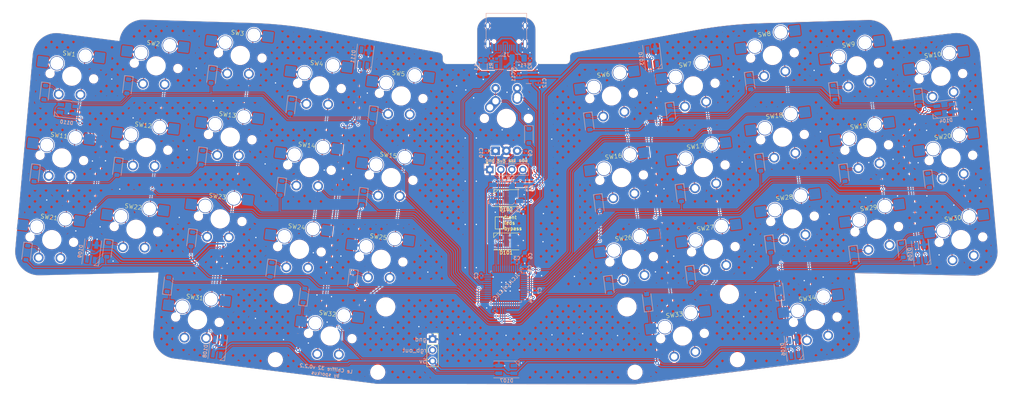
<source format=kicad_pcb>
(kicad_pcb (version 20221018) (generator pcbnew)
  (title_block (title "Le Chiffre STM32") (date "2023-07-19") (rev "v0.2.2") (company "sporkus"))
  (layers (0 "F.Cu" signal) (31 "B.Cu" signal) (34 "B.Paste" user) (35 "F.Paste" user) (36 "B.SilkS" user "B.Silkscreen") (37 "F.SilkS" user "F.Silkscreen") (38 "B.Mask" user) (39 "F.Mask" user) (44 "Edge.Cuts" user))
  (net 0 "")
  (net 1 "GND")
  (net 2 "+5V")
  (net 3 "+3V3")
  (net 4 "NRST")
  (net 5 "BOOT0")
  (net 7 "Net-(D35-K)")
  (net 8 "RGB")
  (net 17 "SDA")
  (net 18 "SCL")
  (net 27 "Net-(D13-K)")
  (net 28 "row0")
  (net 29 "Net-(D14-K)")
  (net 30 "Net-(D15-K)")
  (net 31 "Net-(D16-K)")
  (net 32 "Net-(D17-K)")
  (net 33 "Net-(D18-K)")
  (net 34 "Net-(D19-K)")
  (net 35 "Net-(D20-K)")
  (net 36 "Net-(D21-K)")
  (net 37 "Net-(D22-K)")
  (net 38 "Net-(D23-K)")
  (net 39 "row1")
  (net 40 "Net-(D24-K)")
  (net 41 "Net-(D25-K)")
  (net 42 "Net-(D26-K)")
  (net 43 "Net-(D27-K)")
  (net 44 "Net-(D28-K)")
  (net 45 "Net-(D29-K)")
  (net 46 "Net-(D30-K)")
  (net 47 "Net-(D31-K)")
  (net 48 "Net-(D32-K)")
  (net 49 "Net-(D33-K)")
  (net 50 "row2")
  (net 51 "Net-(D34-K)")
  (net 52 "row3")
  (net 53 "col0")
  (net 54 "col1")
  (net 55 "col2")
  (net 56 "col3")
  (net 57 "col4")
  (net 58 "col5")
  (net 59 "col6")
  (net 60 "col7")
  (net 61 "col8")
  (net 62 "col9")
  (net 63 "EncA")
  (net 64 "EncB")
  (net 65 "Net-(D1-K)")
  (net 66 "Net-(D2-K)")
  (net 67 "Net-(D3-K)")
  (net 68 "Net-(D4-K)")
  (net 69 "Net-(D5-K)")
  (net 70 "Net-(D6-K)")
  (net 71 "Net-(D7-K)")
  (net 72 "Net-(D8-K)")
  (net 73 "Net-(D9-K)")
  (net 74 "Net-(D10-K)")
  (net 75 "Net-(D11-K)")
  (net 76 "Net-(D12-K)")
  (net 77 "Net-(D101-DOUT)")
  (net 78 "Net-(D103-DOUT)")
  (net 79 "Net-(D104-DOUT)")
  (net 80 "Net-(D105-DOUT)")
  (net 81 "Net-(D106-DOUT)")
  (net 82 "Net-(D107-DOUT)")
  (net 83 "Net-(D108-DOUT)")
  (net 84 "Net-(D109-DOUT)")
  (net 85 "Net-(D110-DOUT)")
  (net 86 "Net-(D111-DOUT)")
  (net 87 "VBUS")
  (net 88 "Net-(J1-CC1)")
  (net 90 "D_N")
  (net 91 "D_P")
  (net 92 "Net-(J1-CC2)")
  (net 93 "GNDPWR")
  (net 94 "Net-(D102-DOUT)")
  (footprint "MX_hotswap_alps:MX-Hotswap-Alps-1.25U" (layer "F.Cu") (at 75.148601 130.947143 -7)
    (fp_text reference "SW31")
    (fp_text value "SW_Push")
  )
  (footprint "MX_hotswap_alps:MX-Hotswap-Alps-2U" (layer "F.Cu") (at 105.87386 134.71973 -7)
    (fp_text reference "SW32")
    (fp_text value "SW_Push")
  )
  (footprint "MX_hotswap_alps:MX-Hotswap-Alps-1U" (layer "F.Cu") (at 208.221854 69.7863 7)
    (fp_text reference "SW8")
    (fp_text value "SW_Push")
  )
  (footprint "MX_hotswap_alps:MX-Hotswap-Alps-1U" (layer "F.Cu") (at 212.865076 107.602309 7)
    (fp_text reference "SW28")
    (fp_text value "SW_Push")
  )
  (footprint "MX_hotswap_alps:MX-Hotswap-Alps-1U" (layer "F.Cu") (at 63.247072 91.099694 -7)
    (fp_text reference "SW12")
    (fp_text value "SW_Push")
  )
  (footprint "MX_hotswap_alps:MX-Hotswap-Alps-2U" (layer "F.Cu") (at 187.405084 134.71973 7)
    (fp_text reference "SW33")
    (fp_text value "SW_Push")
  )
  (footprint "MX_hotswap_alps:MX-Hotswap-Alps-1U" (layer "F.Cu") (at 210.543465 88.694304 7)
    (fp_text reference "SW18")
    (fp_text value "SW_Push")
  )
  (footprint "Jumper:SolderJumper-2_P1.3mm_Open_TrianglePad1.0x1.5mm" (layer "F.Cu") (at 145.054472 108.549999 90)
    (fp_text reference "JP2" hide)
    (fp_text value "Jumper_2_Open")
  )
  (footprint "MX_hotswap_alps:MX-Hotswap-Alps-1U" (layer "F.Cu") (at 41.437054 112.413089 -7)
    (fp_text reference "SW21")
    (fp_text value "SW_Push")
  )
  (footprint "MX_hotswap_alps:MX-Hotswap-Alps-1U" (layer "F.Cu") (at 189.894253 76.834912 7)
    (fp_text reference "SW7")
    (fp_text value "SW_Push")
  )
  (footprint "MX_Alps_Hybrid:MX-Alps-Hybrid-1U" (layer "F.Cu") (at 146.639472 84.358057)
    (fp_text reference "SW35")
    (fp_text value "SW_Push")
  )
  (footprint "MX_hotswap_alps:MX-Hotswap-Alps-1U" (layer "F.Cu") (at 101.06308 95.742916 -7)
    (fp_text reference "SW14")
    (fp_text value "SW_Push")
  )
  (footprint "Connector_PinSocket_2.54mm:PinSocket_1x03_P2.54mm_Vertical" (layer "F.Cu") (at 129.562582 135.429022)
    (fp_text reference "J101" hide)
    (fp_text value "Conn_01x03_Female")
  )
  (footprint "MX_hotswap_alps:MX-Hotswap-Alps-1U" (layer "F.Cu") (at 80.413868 107.602309 -7)
    (fp_text reference "SW23")
    (fp_text value "SW_Push")
  )
  (footprint "MX_hotswap_alps:MX-Hotswap-Alps-1.25U" (layer "F.Cu") (at 218.130343 130.947143 7)
    (fp_text reference "SW34")
    (fp_text value "SW_Push")
  )
  (footprint "MX_hotswap_alps:MX-Hotswap-Alps-1U" (layer "F.Cu") (at 119.971084 98.064527 -7)
    (fp_text reference "SW15")
    (fp_text value "SW_Push")
  )
  (footprint "modified_footprints:RotaryEncoder_EC11_no_mp" (layer "F.Cu") (at 146.639472 84.358057 90)
    (fp_text reference "SW36")
    (fp_text value "Rotary_Encoder_Switch")
  )
  (footprint "MX_hotswap_alps:MX-Hotswap-Alps-1U" (layer "F.Cu") (at 247.198668 74.59708 7)
    (fp_text reference "SW10")
    (fp_text value "SW_Push")
  )
  (footprint "MX_hotswap_alps:MX-Hotswap-Alps-1U" (layer "F.Cu") (at 230.031872 91.099694 7)
    (fp_text reference "SW19")
    (fp_text value "SW_Push")
  )
  (footprint "MX_hotswap_alps:MX-Hotswap-Alps-1U" (layer "F.Cu") (at 82.735479 88.694304 -7)
    (fp_text reference "SW13")
    (fp_text value "SW_Push")
  )
  (footprint "MX_hotswap_alps:MX-Hotswap-Alps-1U" (layer "F.Cu") (at 117.649474 116.972532 -7)
    (fp_text reference "SW25")
    (fp_text value "SW_Push")
  )
  (footprint "MX_hotswap_alps:MX-Hotswap-Alps-1U" (layer "F.Cu") (at 122.292695 79.156523 -7)
    (fp_text reference "SW5")
    (fp_text value "SW_Push")
  )
  (footprint "MX_hotswap_alps:MX-Hotswap-Alps-1U" (layer "F.Cu") (at 65.568683 72.19169 -7)
    (fp_text reference "SW2")
    (fp_text value "SW_Push")
  )
  (footprint "MX_hotswap_alps:MX-Hotswap-Alps-1U" (layer "F.Cu") (at 249.520279 93.505084 7)
    (fp_text reference "SW20")
    (fp_text value "SW_Push")
  )
  (footprint "MX_hotswap_alps:MX-Hotswap-Alps-1U" (layer "F.Cu") (at 173.30786 98.064527 7)
    (fp_text reference "SW16")
    (fp_text value "SW_Push")
  )
  (footprint "MX_hotswap_alps:MX-Hotswap-Alps-1U" (layer "F.Cu") (at 98.741469 114.650921 -7)
    (fp_text reference "SW24")
    (fp_text value "SW_Push")
  )
  (footprint "modified_footrprints:LED_SK6812MINI_PLCC4_3.5x3.5mm_P1.75mm" (layer "F.Cu") (at 146.639472 102.808056 180)
    (fp_text reference "D102")
    (fp_text value "SK6812MINI")
  )
  (footprint "MX_hotswap_alps:MX-Hotswap-Alps-1U" (layer "F.Cu") (at 60.925461 110.007699 -7)
    (fp_text reference "SW22")
    (fp_text value "SW_Push")
  )
  (footprint "MX_hotswap_alps:MX-Hotswap-Alps-1U" (layer "F.Cu") (at 232.353483 110.007699 7)
    (fp_text reference "SW29")
    (fp_text value "SW_Push")
  )
  (footprint "MX_hotswap_alps:MX-Hotswap-Alps-1U" (layer "F.Cu") (at 43.758665 93.505084 -7)
    (fp_text reference "SW11")
    (fp_text value "SW_Push")
  )
  (footprint "MX_hotswap_alps:MX-Hotswap-Alps-1U" (layer "F.Cu") (at 103.384691 76.834912 -7)
    (fp_text reference "SW4")
    (fp_text value "SW_Push")
  )
  (footprint "MX_hotswap_alps:MX-Hotswap-Alps-1U" (layer "F.Cu") (at 251.84189 112.413089 7)
    (fp_text reference "SW30")
    (fp_text value "SW_Push")
  )
  (footprint "MX_hotswap_alps:MX-Hotswap-Alps-1U" (layer "F.Cu") (at 175.62947 116.972532 7)
    (fp_text reference "SW26")
    (fp_text value "SW_Push")
  )
  (footprint "MX_hotswap_alps:MX-Hotswap-Alps-1U" (layer "F.Cu") (at 227.710261 72.19169 7)
    (fp_text reference "SW9")
    (fp_text value "SW_Push")
  )
  (footprint "modified_footrprints:LED_SK6812MINI_PLCC4_3.5x3.5mm_P1.75mm" (layer "F.Cu") (at 146.639472 112.838058 180)
    (fp_text reference "D101")
    (fp_text value "SK6812MINI")
  )
  (footprint "MX_hotswap_alps:MX-Hotswap-Alps-1U" (layer "F.Cu") (at 46.080276 74.59708 -7)
    (fp_text reference "SW1")
    (fp_text value "SW_Push")
  )
  (footprint "MX_hotswap_alps:MX-Hotswap-Alps-1U" (layer "F.Cu") (at 170.986249 79.156523 7)
    (fp_text reference "SW6")
    (fp_text value "SW_Push")
  )
  (footprint "MX_hotswap_alps:MX-Hotswap-Alps-1U" (layer "F.Cu") (at 192.215864 95.742916 7)
    (fp_text reference "SW17")
    (fp_text value "SW_Push")
  )
  (footprint "MX_hotswap_alps:MX-Hotswap-Alps-1U" (layer "F.Cu") (at 194.537475 114.650921 7)
    (fp_text reference "SW27")
    (fp_text value "SW_Push")
  )
  (footprint "MX_hotswap_alps:MX-Hotswap-Alps-1U" (layer "F.Cu") (at 85.05709 69.7863 -7)
    (fp_text reference "SW3")
    (fp_text value "SW_Push")
  )
  (footprint "modified_footrprints:LED_SK6812MINI_PLCC4_3.5x3.5mm_P1.75mm" (layer "B.Cu") (at 79.840593 137.287899 -97)
    (fp_text reference "D108")
    (fp_text value "SK6812MINI")
  )
  (footprint "Diode_SMD:D_SOD-123" (layer "B.Cu") (at 58.996357 76.91934 -97)
    (fp_text reference "D2" hide)
    (fp_text value "1N4148W")
  )
  (footprint "Diode_SMD:D_SOD-123" (layer "B.Cu") (at 96.812364 81.562563 -97)
    (fp_text reference "D4" hide)
    (fp_text value "1N4148W")
  )
  (footprint "Diode_SMD:D_SOD-123" (layer "B.Cu") (at 202.984215 75.960921 -83)
    (fp_text reference "D8" hide)
    (fp_text value "1N4148W")
  )
  (footprint "modified_footrprints:LED_SK6812MINI_PLCC4_3.5x3.5mm_P1.75mm" (layer "B.Cu") (at 180.449999 70.1 -83)
    (fp_text reference "D103")
    (fp_text value "SK6812MINI")
  )
  (footprint "Capacitor_SMD:C_0603_1608Metric" (layer "B.Cu") (at 150.876791 116.229846 -90)
    (fp_text reference "C6")
    (fp_text value "10uF")
  )
  (footprint "Diode_SMD:D_SOD-123" (layer "B.Cu") (at 227.115844 116.18232 -83)
    (fp_text reference "D29" hide)
    (fp_text value "1N4148W")
  )
  (footprint "Diode_SMD:D_SOD-123" (layer "B.Cu") (at 92.169141 119.378574 -97)
    (fp_text reference "D24" hide)
    (fp_text value "1N4148W")
  )
  (footprint "Capacitor_SMD:C_0402_1005Metric" (layer "B.Cu") (at 154.364472 76.163057 90)
    (fp_text reference "C12")
    (fp_text value "1uF")
  )
  (footprint "Capacitor_SMD:C_0402_1005Metric" (layer "B.Cu") (at 153.214472 124.225 -90)
    (fp_text reference "C7")
    (fp_text value "100nF")
  )
  (footprint "Diode_SMD:D_SOD-123" (layer "B.Cu") (at 56.674747 95.827348 -97)
    (fp_text reference "D12" hide)
    (fp_text value "1N4148W")
  )
  (footprint "modified_footrprints:LED_SK6812MINI_PLCC4_3.5x3.5mm_P1.75mm" (layer "B.Cu") (at 248.129517 82.161563 -173)
    (fp_text reference "D104")
    (fp_text value "SK6812MINI")
  )
  (footprint "Connector_PinHeader_2.54mm:PinHeader_1x04_P2.54mm_Vertical" (layer "B.Cu") (at 142.829472 96.193059 -90)
    (fp_text reference "J2" hide)
    (fp_text value "OLED I2C")
  )
  (footprint "Capacitor_SMD:C_0402_1005Metric" (layer "B.Cu") (at 140.839472 120.77 -90)
    (fp_text reference "C2")
    (fp_text value "100nF")
  )
  (footprint "modified_footrprints:LED_SK6812MINI_PLCC4_3.5x3.5mm_P1.75mm" (layer "B.Cu") (at 50.674854 115.362191 -97)
    (fp_text reference "D109")
    (fp_text value "SK6812MINI")
  )
  (footprint "Inductor_SMD:L_1206_3216Metric" (layer "B.Cu") (at 141.3 72.474999 -90)
    (fp_text reference "L1")
    (fp_text value "60R@100MHz")
  )
  (footprint "Diode_SMD:D_SOD-123" (layer "B.Cu") (at 242.046662 79.811204 -83)
    (fp_text reference "D10" hide)
    (fp_text value "1N4148W")
  )
  (footprint "Diode_SMD:D_SOD-123" (layer "B.Cu") (at 78.484765 74.513952 -97)
    (fp_text reference "D3" hide)
    (fp_text value "1N4148W")
  )
  (footprint "Diode_SMD:D_SOD-123" (layer "B.Cu") (at 238.290609 114.865995 -83)
    (fp_text reference "D30" hide)
    (fp_text value "1N4148W")
  )
  (footprint "Resistor_SMD:R_0402_1005Metric" (layer "B.Cu") (at 150.564472 105.4 -90)
    (fp_text reference "R3")
    (fp_text value "10k")
  )
  (footprint "Diode_SMD:D_SOD-123" (layer "B.Cu") (at 68.320809 122.799953 83)
    (fp_text reference "D31" hide)
    (fp_text value "1N4148W")
  )
  (footprint "Diode_SMD:D_SOD-123" (layer "B.Cu") (at 54.353136 114.735351 -97)
    (fp_text reference "D22" hide)
    (fp_text value "1N4148W")
  )
  (footprint "Diode_SMD:D_SOD-123" (layer "B.Cu") (at 115.720369 83.884174 -97)
    (fp_text reference "D5" hide)
    (fp_text value "1N4148W")
  )
  (footprint "Diode_SMD:D_SOD-123" (layer "B.Cu") (at 35.664855 115.452191 -97)
    (fp_text reference "D21" hide)
    (fp_text value "1N4148W")
  )
  (footprint "Diode_SMD:D_SOD-123" (layer "B.Cu") (at 209.766967 124.211814 97)
    (fp_text reference "D34" hide)
    (fp_text value "1N4148W")
  )
  (footprint "Capacitor_SMD:C_0402_1005Metric" (layer "B.Cu") (at 141.85 92.35 -90)
    (fp_text reference "C10")
    (fp_text value "100nF")
  )
  (footprint "Diode_SMD:D_SOD-123" (layer "B.Cu") (at 207.627436 113.77693 -83)
    (fp_text reference "D28" hide)
    (fp_text value "1N4148W")
  )
  (footprint "Diode_SMD:D_SOD-123" (layer "B.Cu") (at 94.490754 100.470569 -97)
    (fp_text reference "D14" hide)
    (fp_text value "1N4148W")
  )
  (footprint "Resistor_SMD:R_0402_1005Metric" (layer "B.Cu") (at 152.464473 99.028058 -90)
    (fp_text reference "R5")
    (fp_text value "4.7k")
  )
  (footprint "Capacitor_SMD:C_0402_1005Metric" (layer "B.Cu") (at 149.4 74.46 -90)
    (fp_text reference "C11")
    (fp_text value "1uF")
  )
  (footprint "Diode_SMD:D_SOD-123" (layer "B.Cu") (at 113.398758 102.79218 -97)
    (fp_text reference "D15" hide)
    (fp_text value "1N4148W")
  )
  (footprint "modified_footrprints:LED_SK6812MINI_PLCC4_3.5x3.5mm_P1.75mm" (layer "B.Cu") (at 45.144474 82.267337 173)
    (fp_text reference "D110")
    (fp_text value "SK6812MINI")
  )
  (footprint "Diode_SMD:D_SOD-123" (layer "B.Cu") (at 37.505939 97.33449 -97)
    (fp_text reference "D11" hide)
    (fp_text value "1N4148W")
  )
  (footprint "Diode_SMD:D_SOD-123" (layer "B.Cu") (at 99.79407 125.354621 83)
    (fp_text reference "D32" hide)
    (fp_text value "1N4148W")
  )
  (footprint "modified_footrprints:LED_SK6812MINI_PLCC4_3.5x3.5mm_P1.75mm" (layer "B.Cu") (at 113.760416 70.298412 -97)
    (fp_text reference "D111")
    (fp_text value "SK6812MINI")
  )
  (footprint "modified_footrprints:LED_SK6812MINI_PLCC4_3.5x3.5mm_P1.75mm" (layer "B.Cu") (at 213.216062 137.414375 -83)
    (fp_text reference "D106")
    (fp_text value "SK6812MINI")
  )
  (footprint "Diode_SMD:D_SOD-123" (layer "B.Cu") (at 186.978223 101.917538 -83)
    (fp_text reference "D17" hide)
    (fp_text value "1N4148W")
  )
  (footprint "Diode_SMD:D_SOD-123" (layer "B.Cu") (at 111.077147 121.700185 -97)
    (fp_text reference "D25" hide)
    (fp_text value "1N4148W")
  )
  (footprint "Diode_SMD:D_SOD-123" (layer "B.Cu") (at 205.305826 94.868928 -83)
    (fp_text reference "D18" hide)
    (fp_text value "1N4148W")
  )
  (footprint "Capacitor_SMD:C_0402_1005Metric" (layer "B.Cu") (at 149.066223 117.7 180)
    (fp_text reference "C3")
    (fp_text value "100nF")
  )
  (footprint "Resistor_SMD:R_0402_1005Metric" (layer "B.Cu") (at 152.1 70.45 -90)
    (fp_text reference "R2")
    (fp_text value "5.1k")
  )
  (footprint "Connector_USB:USB_C_Receptacle_HRO_TYPE-C-31-M-12" (layer "B.Cu") (at 146.639472 63.953057)
    (fp_text reference "J1")
    (fp_text value "USB_C_Receptacle_USB2.0")
  )
  (footprint "Package_TO_SOT_SMD:SOT-143" (layer "B.Cu") (at 145.364473 71.478058)
    (fp_text reference "U2" hide)
    (fp_text value "PRTR5V0U2X")
  )
  (footprint "Package_QFP:LQFP-48_7x7mm_P0.5mm" (layer "B.Cu") (at 146.529979 123.313523 180)
    (fp_text reference "U1" hide)
    (fp_text value "STM32F072CBT6")
  )
  (footprint "modified_footprints:SW_SPST_SKQG_WithoutStem" (layer "B.Cu") (at 146.639472 101.618058 180)
    (fp_text reference "SW37")
    (fp_text value "SKQGABE010")
  )
  (footprint "Fuse:Fuse_1206_3216Metric" (layer "B.Cu") (at 149.35 70.409999 180)
    (fp_text reference "F1")
    (fp_text value "ASMD1206-150")
  )
  (footprint "Capacitor_SMD:C_0402_1005Metric" (layer "B.Cu") (at 151.2 92.38 -90)
    (fp_text reference "C9")
    (fp_text value "100nF")
  )
  (footprint "Diode_SMD:D_SOD-123" (layer "B.Cu") (at 224.794233 97.274317 -83)
    (fp_text reference "D19" hide)
    (fp_text value "1N4148W")
  )
  (footprint "Diode_SMD:D_SOD-123" (layer "B.Cu") (at 222.472622 78.366312 -83)
    (fp_text reference "D9" hide)
    (fp_text value "1N4148W")
  )
  (footprint "Diode_SMD:D_SOD-123" (layer "B.Cu") (at 168.07022 104.239148 -83)
    (fp_text reference "D16" hide)
    (fp_text value "1N4148W")
  )
  (footprint "Diode_SMD:D_SOD-123" (layer "B.Cu") (at 170.391832 123.147152 -83)
    (fp_text reference "D26" hide)
    (fp_text value "1N4148W")
  )
  (footprint "Diode_SMD:D_SOD-123" (layer "B.Cu") (at 151.85 88.4 -90)
    (fp_text reference "D35" hide)
    (fp_text value "1N4148W")
  )
  (footprint "Diode_SMD:D_SOD-123" (layer "B.Cu") (at 165.748609 85.331143 -83)
    (fp_text reference "D6" hide)
    (fp_text value "1N4148W")
  )
  (footprint "Diode_SMD:D_SOD-123" (layer "B.Cu") (at 39.794854 78.40219 -97)
    (fp_text reference "D1" hide)
    (fp_text value "1N4148W")
  )
  (footprint "Resistor_SMD:R_0402_1005Metric" (layer "B.Cu") (at 143.15 70.49 90)
    (fp_text reference "R1")
    (fp_text value "5.1k")
  )
  (footprint "Diode_SMD:D_SOD-123" (layer "B.Cu") (at 179.292345 126.69424 97)
    (fp_text reference "D33" hide)
    (fp_text value "1N4148W")
  )
  (footprint "Diode_SMD:D_SOD-123" (layer "B.Cu") (at 76.163154 93.421957 -97)
    (fp_text reference "D13" hide)
    (fp_text value "1N4148W")
  )
  (footprint "Diode_SMD:D_SOD-123" (layer "B.Cu") (at 244.366661 98.711204 -83)
    (fp_text reference "D20" hide)
    (fp_text value "1N4148W")
  )
  (footprint "Capacitor_SMD:C_0402_1005Metric" (layer "B.Cu") (at 150.932987 119.154825 90)
    (fp_text reference "C5")
    (fp_text value "100nF")
  )
  (footprint "Capacitor_SMD:C_0402_1005Metric" (layer "B.Cu") (at 148.464473 72.028058)
    (fp_text reference "C8")
    (fp_text value "100nF")
  )
  (footprint "Package_TO_SOT_SMD:SOT-23" (layer "B.Cu") (at 151.826972 74.733057 180)
    (fp_text reference "U3" hide)
    (fp_text value "XC6206PxxxMR-Regulator_Linear")
  )
  (footprint "Diode_SMD:D_SOD-123" (layer "B.Cu") (at 73.841543 112.329959 -97)
    (fp_text reference "D23" hide)
    (fp_text value "1N4148W")
  )
  (footprint "modified_footrprints:LED_SK6812MINI_PLCC4_3.5x3.5mm_P1.75mm" (layer "B.Cu") (at 146.639472 142.458058)
    (fp_text reference "D107")
    (fp_text value "SK6812MINI")
  )
  (footprint "Capacitor_SMD:C_0402_1005Metric" (layer "B.Cu") (at 152.215014 124.630824 90)
    (fp_text reference "C4")
    (fp_text value "100nF")
  )
  (footprint "modified_footrprints:LED_SK6812MINI_PLCC4_3.5x3.5mm_P1.75mm" (layer "B.Cu") (at 242.626663 115.431204 -83)
    (fp_text reference "D105")
    (fp_text value "SK6812MINI")
  )
  (footprint "Capacitor_SMD:C_0402_1005Metric" (layer "B.Cu") (at 144.014472 128.949999)
    (fp_text reference "C1" hide)
    (fp_text value "100nF")
  )
  (footprint "Diode_SMD:D_SOD-123" (layer "B.Cu") (at 189.299834 120.825543 -83)
    (fp_text reference "D27" hide)
    (fp_text value "1N4148W")
  )
  (footprint "Diode_SMD:D_SOD-123" (layer "B.Cu") (at 184.656612 83.009535 -83)
    (fp_text reference "D7" hide)
    (fp_text value "1N4148W")
  )
  (footprint "Resistor_SMD:R_0402_1005Metric" (layer "B.Cu") (at 151.464473 99.028058 -90)
    (fp_text reference "R4")
    (fp_text value "4.7k")
  )
  (gr_circle (center 150.029472 119.118057) (end 150.250454 118.945407) (stroke (width 0.1)) (fill none) (layer "B.SilkS"))
  (gr_arc (start 150.380019 60.922513) (mid 152.501341 61.801191) (end 153.380019 63.922513) (stroke (width 0.05)) (layer "Edge.Cuts"))
  (gr_arc (start 57.142034 66.076504) (mid 59.083685 62.751219) (end 62.73026 61.514281) (stroke (width 0.05)) (layer "Edge.Cuts"))
  (gr_arc (start 250.056702 64.659394) (mid 254.208683 65.821586) (end 256.24673 69.62106) (stroke (width 0.05)) (layer "Edge.Cuts"))
  (gr_line (start 116.764472 145.798057) (end 146.639472 145.798057) (stroke (width 0.05)) (layer "Edge.Cuts"))
  (gr_line (start 162.19702 69.135973) (end 190.214843 63.920659) (stroke (width 0.05)) (layer "Edge.Cuts"))
  (gr_line (start 150.380019 60.922513) (end 146.639472 60.922513) (stroke (width 0.05)) (layer "Edge.Cuts"))
  (gr_arc (start 190.219296 63.920667) (mid 197.795935 62.810426) (end 205.435314 62.283197) (stroke (width 0.05)) (layer "Edge.Cuts"))
  (gr_line (start 205.435314 62.283197) (end 230.548683 61.51428) (stroke (width 0.05)) (layer "Edge.Cuts"))
  (gr_arc (start 139.898925 63.922513) (mid 140.777602 61.801193) (end 142.898925 60.922513) (stroke (width 0.05)) (layer "Edge.Cuts"))
  (gr_line (start 146.639472 145.798057) (end 176.514472 145.798057) (stroke (width 0.05)) (layer "Edge.Cuts"))
  (gr_line (start 37.032214 69.62106) (end 32.985523 114.67317) (stroke (width 0.05)) (layer "Edge.Cuts"))
  (gr_arc (start 37.032214 69.62106) (mid 39.070262 65.821588) (end 43.222242 64.659394) (stroke (width 0.05)) (layer "Edge.Cuts"))
  (gr_arc (start 131.081924 69.135973) (mid 131.667978 69.479976) (end 131.898925 70.119086) (stroke (width 0.05)) (layer "Edge.Cuts"))
  (gr_line (start 236.13691 66.076504) (end 236.204472 66.468057) (stroke (width 0.05)) (layer "Edge.Cuts"))
  (gr_line (start 236.204472 66.468057) (end 250.056702 64.659394) (stroke (width 0.05)) (layer "Edge.Cuts"))
  (gr_line (start 131.898925 70.768051) (end 131.898925 70.119086) (stroke (width 0.05)) (layer "Edge.Cuts"))
  (gr_line (start 161.380019 70.119086) (end 161.380019 70.768051) (stroke (width 0.05)) (layer "Edge.Cuts"))
  (gr_line (start 146.639472 60.922513) (end 142.898925 60.922513) (stroke (width 0.05)) (layer "Edge.Cuts"))
  (gr_arc (start 161.380019 70.119086) (mid 161.610955 69.479968) (end 162.19702 69.135973) (stroke (width 0.05)) (layer "Edge.Cuts"))
  (gr_arc (start 154.380019 71.768051) (mid 153.672903 71.475167) (end 153.380019 70.768051) (stroke (width 0.05)) (layer "Edge.Cuts"))
  (gr_line (start 227.144472 120.018057) (end 228.356866 134.000515) (stroke (width 0.05)) (layer "Edge.Cuts"))
  (gr_arc (start 228.356866 134.000515) (mid 227.15361 137.934599) (end 223.557818 139.93338) (stroke (width 0.05)) (layer "Edge.Cuts"))
  (gr_line (start 223.557818 139.93338) (end 176.514472 145.798057) (stroke (width 0.05)) (layer "Edge.Cuts"))
  (gr_arc (start 132.898926 71.768051) (mid 132.191835 71.475142) (end 131.898925 70.768051) (stroke (width 0.05)) (layer "Edge.Cuts"))
  (gr_arc (start 87.84363 62.283197) (mid 95.483009 62.810428) (end 103.059648 63.920667) (stroke (width 0.05)) (layer "Edge.Cuts"))
  (gr_arc (start 230.548684 61.514281) (mid 234.19526 62.751218) (end 236.13691 66.076504) (stroke (width 0.05)) (layer "Edge.Cuts"))
  (gr_line (start 153.380019 63.922513) (end 153.380019 70.768051) (stroke (width 0.05)) (layer "Edge.Cuts"))
  (gr_arc (start 161.380019 70.768051) (mid 161.087099 71.475131) (end 160.380018 71.768051) (stroke (width 0.05)) (layer "Edge.Cuts"))
  (gr_line (start 116.764472 145.798057) (end 69.721126 139.93338) (stroke (width 0.05)) (layer "Edge.Cuts"))
  (gr_line (start 254.686579 120.663703) (end 227.144472 120.018057) (stroke (width 0.05)) (layer "Edge.Cuts"))
  (gr_arc (start 69.721126 139.93338) (mid 66.125351 137.934585) (end 64.922078 134.000515) (stroke (width 0.05)) (layer "Edge.Cuts"))
  (gr_arc (start 38.592365 120.663703) (mid 34.44791 118.923577) (end 32.985523 114.67317) (stroke (width 0.05)) (layer "Edge.Cuts"))
  (gr_line (start 43.222242 64.659394) (end 57.074472 66.468057) (stroke (width 0.05)) (layer "Edge.Cuts"))
  (gr_line (start 103.064101 63.920659) (end 131.081924 69.135973) (stroke (width 0.05)) (layer "Edge.Cuts"))
  (gr_line (start 64.922078 134.000515) (end 66.134472 120.018057) (stroke (width 0.05)) (layer "Edge.Cuts"))
  (gr_line (start 139.898925 70.768051) (end 139.898925 63.922513) (stroke (width 0.05)) (layer "Edge.Cuts"))
  (gr_line (start 62.730261 61.51428) (end 87.84363 62.283197) (stroke (width 0.05)) (layer "Edge.Cuts"))
  (gr_arc (start 139.898925 70.768051) (mid 139.606042 71.475168) (end 138.898925 71.768051) (stroke (width 0.05)) (layer "Edge.Cuts"))
  (gr_line (start 66.134472 120.018057) (end 38.592365 120.663703) (stroke (width 0.05)) (layer "Edge.Cuts"))
  (gr_line (start 138.898925 71.768051) (end 132.898926 71.768051) (stroke (width 0.05)) (layer "Edge.Cuts"))
  (gr_arc (start 260.293421 114.67317) (mid 258.831031 118.923575) (end 254.686579 120.663703) (stroke (width 0.05)) (layer "Edge.Cuts"))
  (gr_line (start 57.074472 66.468057) (end 57.142034 66.076504) (stroke (width 0.05)) (layer "Edge.Cuts"))
  (gr_line (start 260.293421 114.67317) (end 256.24673 69.62106) (stroke (width 0.05)) (layer "Edge.Cuts"))
  (gr_line (start 160.380018 71.768051) (end 154.380019 71.768051) (stroke (width 0.05)) (layer "Edge.Cuts"))
  (gr_text "scl" (at 147.97258 94.093059) (layer "B.SilkS") (effects (font (size 0.8 0.8) (thickness 0.15) bold) (justify mirror)))
  (gr_text "sda" (at 150.539472 94.083057) (layer "B.SilkS") (effects (font (size 0.8 0.8) (thickness 0.15) bold) (justify mirror)))
  (gr_text "gnd" (at 128.29258 136.064021) (layer "B.SilkS") (effects (font (size 1 1)) (justify left bottom mirror)))
  (gr_text "3v3" (at 145.43258 94.243059) (layer "B.SilkS") (effects (font (size 0.8 0.8) (thickness 0.15) bold) (justify mirror)))
  (gr_text "Le Chiffre 32 v0.2.2\nby sporkus\n" (at 104.839472 142.899997 353) (layer "B.SilkS") (effects (font (size 0.8 0.8) (thickness 0.15) bold) (justify mirror)))
  (gr_text "rgb_out" (at 128.29258 138.604021) (layer "B.SilkS") (effects (font (size 1 1)) (justify left bottom mirror)))
  (gr_text "DFU" (at 148.3 106.224998) (layer "B.SilkS") (effects (font (size 1 1)) (justify left bottom mirror)))
  (gr_text "JLCJLCJLCJLC" (at 146.639473 123.26174 45) (layer "B.SilkS") (effects (font (size 0.8 0.8) (thickness 0.15) bold) (justify mirror)))
  (gr_text "5v" (at 128.29258 141.144022) (layer "B.SilkS") (effects (font (size 1 1)) (justify left bottom mirror)))
  (gr_text "gnd" (at 142.89258 94.09306) (layer "B.SilkS") (effects (font (size 0.8 0.8) (thickness 0.15) bold) (justify mirror)))
  (gr_text "\n" (at 150.503786 94.078057) (layer "B.SilkS") (effects (font (size 0.8 0.8) (thickness 0.15) bold) (justify mirror)))
  (gr_text "front\nleds\nbypass" (at 146.054472 108.549999) (layer "F.SilkS") (effects (font (size 0.8 0.8)) (justify left)))
  (gr_text "sda" (at 150.550698 94.075) (layer "F.SilkS") (effects (font (size 0.8 0.8) (thickness 0.15) bold)))
  (gr_text "3v3" (at 145.425 94.25) (layer "F.SilkS") (effects (font (size 0.8 0.8) (thickness 0.15) bold)))
  (gr_text "scl" (at 147.975 94.125) (layer "F.SilkS") (effects (font (size 0.8 0.8) (thickness 0.15) bold)))
  (gr_text "gnd" (at 142.9 94.090003) (layer "F.SilkS") (effects (font (size 0.8 0.8) (thickness 0.15) bold)))
  (via (at 150.009472 73.783056) (size 0.6) (drill 0.3) (layers "F.Cu" "B.Cu") (net 1))
  (via (at 181.139472 119.875) (size 0.6) (drill 0.3) (layers "F.Cu" "B.Cu") (net 1))
  (via (at 254.364472 82.325) (size 0.6) (drill 0.3) (layers "F.Cu" "B.Cu") (net 1))
  (via (at 93.214472 76.15) (size 0.6) (drill 0.3) (layers "F.Cu" "B.Cu") (net 1))
  (via (at 146.794472 78.31) (size 0.6) (drill 0.3) (layers "F.Cu" "B.Cu") (net 1))
  (via (at 137.243672 77.7792) (size 0.6) (drill 0.3) (layers "F.Cu" "B.Cu") (net 1))
  (via (at 221.339472 106.55) (size 0.6) (drill 0.3) (layers "F.Cu" "B.Cu") (net 1))
  (via (at 179.189472 78.525) (size 0.6) (drill 0.3) (layers "F.Cu" "B.Cu") (net 1))
  (via (at 106.164472 125.6) (size 0.6) (drill 0.3) (layers "F.Cu" "B.Cu") (net 1))
  (via (at 147.529979 122.313523) (size 0.6) (drill 0.3) (layers "F.Cu" "B.Cu") (net 1))
  (via (at 181.249472 69.578057) (size 0.6) (drill 0.3) (layers "F.Cu" "B.Cu") (net 1))
  (via (at 219.964472 121.075) (size 0.6) (drill 0.3) (layers "F.Cu" "B.Cu") (net 1))
  (via (at 145.674472 87) (size 0.6) (drill 0.3) (layers "F.Cu" "B.Cu") (net 1))
  (via (at 142.7 74.05) (size 0.6) (drill 0.3) (layers "F.Cu" "B.Cu") (net 1))
  (via (at 147.529979 123.313523) (size 0.6) (drill 0.3) (layers "F.Cu" "B.Cu") (net 1))
  (via (at 139.689472 118.9) (size 0.6) (drill 0.3) (layers "F.Cu" "B.Cu") (net 1))
  (via (at 105.164472 131.5) (size 0.6) (drill 0.3) (layers "F.Cu" "B.Cu") (net 1))
  (via (at 110.764472 97.35) (size 0.6) (drill 0.3) (layers "F.Cu" "B.Cu") (net 1))
  (via (at 135.939472 134.4) (size 0.6) (drill 0.3) (layers "F.Cu" "B.Cu") (net 1))
  (via (at 139.064472 79.6) (size 0.6) (drill 0.3) (layers "F.Cu" "B.Cu") (net 1))
  (via (at 53.864472 94.175) (size 0.6) (drill 0.3) (layers "F.Cu" "B.Cu") (net 1))
  (via (at 40.264472 103.25) (size 0.6) (drill 0.3) (layers "F.Cu" "B.Cu") (net 1))
  (via (at 204.289471 124.6) (size 0.6) (drill 0.3) (layers "F.Cu" "B.Cu") (net 1))
  (via (at 164.289472 134.175) (size 0.6) (drill 0.3) (layers "F.Cu" "B.Cu") (net 1))
  (via (at 148.789363 120.210151) (size 0.6) (drill 0.3) (layers "F.Cu" "B.Cu") (net 1))
  (via (at 114.699395 70.101216) (size 0.6) (drill 0.3) (layers "F.Cu" "B.Cu") (net 1))
  (via (at 100.814472 136.35) (size 0.6) (drill 0.3) (layers "F.Cu" "B.Cu") (net 1))
  (via (at 149.544473 72.028059) (size 0.6) (drill 0.3) (layers "F.Cu" "B.Cu") (net 1))
  (via (at 80.718699 136.807224) (size 0.6) (drill 0.3) (layers "F.Cu" "B.Cu") (net 1))
  (via (at 139.689472 108.9) (size 0.6) (drill 0.3) (layers "F.Cu" "B.Cu") (net 1))
  (via (at 74.889472 72.75) (size 0.6) (drill 0.3) (layers "F.Cu" "B.Cu") (net 1))
  (via (at 155.214472 106.4) (size 0.6) (drill 0.3) (layers "F.Cu" "B.Cu") (net 1))
  (via (at 128.464472 119.925) (size 0.6) (drill 0.3) (layers "F.Cu" "B.Cu") (net 1))
  (via (at 157.139473 89.15) (size 0.6) (drill 0.3) (layers "F.Cu" "B.Cu") (net 1))
  (via (at 201.214472 94.475) (size 0.6) (drill 0.3) (layers "F.Cu" "B.Cu") (net 1))
  (via (at 70.939472 107.275) (size 0.6) (drill 0.3) (layers "F.Cu" "B.Cu") (net 1))
  (via (at 183.114472 100.65) (size 0.6) (drill 0.3) (layers "F.Cu" "B.Cu") (net 1))
  (via (at 146.529979 123.313523) (size 0.6) (drill 0.3) (layers "F.Cu" "B.Cu") (net 1))
  (via (at 214.029473 136.668057) (size 0.6) (drill 0.3) (layers "F.Cu" "B.Cu") (net 1))
  (via (at 230.516162 94.569473) (size 0.6) (drill 0.3) (layers "F.Cu" "B.Cu") (net 1))
  (via (at 88.664472 111.925) (size 0.6) (drill 0.3) (layers "F.Cu" "B.Cu") (net 1))
  (via (at 150.564472 112.625) (size 0.6) (drill 0.3) (layers "F.Cu" "B.Cu") (net 1))
  (via (at 45.286942 83.189524) (size 0.6) (drill 0.3) (layers "F.Cu" "B.Cu") (net 1))
  (via (at 55.314472 75.25) (size 0.6) (drill 0.3) (layers "F.Cu" "B.Cu") (net 1))
  (via (at 150.564472 106.499998) (size 0.6) (drill 0.3) (layers "F.Cu" "B.Cu") (net 1))
  (via (at 57.16152 100.725) (size 0.6) (drill 0.3) (layers "F.Cu" "B.Cu") (net 1))
  (via (at 72.739472 91.625) (size 0.6) (drill 0.3) (layers "F.Cu" "B.Cu") (net 1))
  (via (at 185.364472 116.225) (size 0.6) (drill 0.3) (layers "F.Cu" "B.Cu") (net 1))
  (via (at 50.839473 94.225) (size 0.6) (drill 0.3) (layers "F.Cu" "B.Cu") (net 1))
  (via (at 246.789472 115.95) (size 0.6) (drill 0.3) (layers "F.Cu" "B.Cu") (net 1))
  (via (at 203.517047 118.877575) (size 0.6) (drill 0.3) (layers "F.Cu" "B.Cu") (net 1))
  (via (at 150.349523 69.035932) (size 0.6) (drill 0.3) (layers "F.Cu" "B.Cu") (net 1))
  (via (at 151.739472 82.175001) (size 0.6) (drill 0.3) (layers "F.Cu" "B.Cu") (net 1))
  (via (at 215.579472 121.898057) (size 0.6) (drill 0.3) (layers "F.Cu" "B.Cu") (net 1))
  (via (at 139.689472 88.9) (size 0.6) (drill 0.3) (layers "F.Cu" "B.Cu") (net 1))
  (via (at 142.084472 128.23) (size 0.6) (drill 0.3) (layers "F.Cu" "B.Cu") (net 1))
  (via (at 95.064472 135.55) (size 0.6) (drill 0.3) (layers "F.Cu" "B.Cu") (net 1))
  (via (at 154.076943 73.783057) (size 0.6) (drill 0.3) (layers "F.Cu" "B.Cu") (net 1))
  (via (at 234.439472 75.3) (size 0.6) (drill 0.3) (layers "F.Cu" "B.Cu") (net 1))
  (via (at 130.244472 142.26) (size 0.6) (drill 0.3) (layers "F.Cu" "B.Cu") (net 1))
  (via (at 182.414472 78.125) (size 0.6) (drill 0.3) (layers "F.Cu" "B.Cu") (net 1))
  (via (at 118.239472 132.675) (size 0.6) (drill 0.3) (layers "F.Cu" "B.Cu") (net 1))
  (via (at 150.104472 140.96) (size 0.6) (drill 0.3) (layers "F.Cu" "B.Cu") (net 1))
  (via (at 199.164472 74.725) (size 0.6) (drill 0.3) (layers "F.Cu" "B.Cu") (net 1))
  (via (at 219.314472 87.475) (size 0.6) (drill 0.3) (layers "F.Cu" "B.Cu") (net 1))
  (via (at 46.989471 110.399999) (size 0.6) (drill 0.3) (layers "F.Cu" "B.Cu") (net 1))
  (via (at 152.1 69.15) (size 0.6) (drill 0.3) (layers "F.Cu" "B.Cu") (net 1))
  (via (at 81.814472 121.666275) (size 0.6) (drill 0.3) (layers "F.Cu" "B.Cu") (net 1))
  (via (at 137.114472 98.9) (size 0.6) (drill 0.3) (layers "F.Cu" "B.Cu") (net 1))
  (via (at 243.954128 102.3) (size 0.6) (drill 0.3) (layers "F.Cu" "B.Cu") (net 1))
  (via (at 172.364472 134.625) (size 0.6) (drill 0.3) (layers "F.Cu" "B.Cu") (net 1))
  (via (at 229.814472 102.65) (size 0.6) (drill 0.3) (layers "F.Cu" "B.Cu") (net 1))
  (via (at 203.914472 113.6) (size 0.6) (drill 0.3) (layers "F.Cu" "B.Cu") (net 1))
  (via (at 141.859474 93.528057) (size 0.6) (drill 0.3) (layers "F.Cu" "B.Cu") (net 1))
  (via (at 82.014472 117.925) (size 0.6) (drill 0.3) (layers "F.Cu" "B.Cu") (net 1))
  (via (at 256.139472 100.475) (size 0.6) (drill 0.3) (layers "F.Cu" "B.Cu") (net 1))
  (via (at 146.529979 124.313523) (size 0.6) (drill 0.3) (layers "F.Cu" "B.Cu") (net 1))
  (via (at 144.074472 106.07) (size 0.6) (drill 0.3) (layers "F.Cu" "B.Cu") (net 1))
  (via (at 143.589472 121.058057) (size 0.6) (drill 0.3) (layers "F.Cu" "B.Cu") (net 1))
  (via (at 149.628287 124.077799) (size 0.6) (drill 0.3) (layers "F.Cu" "B.Cu") (net 1))
  (via (at 236.139472 93.825) (size 0.6) (drill 0.3) (layers "F.Cu" "B.Cu") (net 1))
  (via (at 150.876791 117.9) (size 0.6) (drill 0.3) (layers "F.Cu" "B.Cu") (net 1))
  (via (at 101.964472 115.45) (size 0.6) (drill 0.3) (layers "F.Cu" "B.Cu") (net 1))
  (via (at 150.744472 102.02) (size 0.6) (drill 0.3) (layers "F.Cu" "B.Cu") (net 1))
  (via (at 154.364471 77.183057) (size 0.5) (drill 0.3) (layers "F.Cu" "B.Cu") (net 1))
  (via (at 179.414472 101.3) (size 0.6) (drill 0.3) (layers "F.Cu" "B.Cu") (net 1))
  (via (at 51.936757 112.317044) (size 0.6) (drill 0.3) (layers "F.Cu" "B.Cu") (net 1))
  (via (at 157.189472 134.45) (size 0.6) (drill 0.3) (layers "F.Cu" "B.Cu") (net 1))
  (via (at 108.339472 116.225) (size 0.6) (drill 0.3) (layers "F.Cu" "B.Cu") (net 1))
  (via (at 250.191481 104.42299) (size 0.6) (drill 0.3) (layers "F.Cu" "B.Cu") (net 1))
  (via (at 137.114472 88.900001) (size 0.6) (drill 0.3) (layers "F.Cu" "B.Cu") (net 1))
  (via (at 114.464472 78.5) (size 0.6) (drill 0.3) (layers "F.Cu" "B.Cu") (net 1))
  (via (at 137.114472 108.9) (size 0.6) (drill 0.3) (layers "F.Cu" "B.Cu") (net 1))
  (via (at 243.889472 87.125) (size 0.6) (drill 0.3) (layers "F.Cu" "B.Cu") (net 1))
  (via (at 237.164472 102.3) (size 0.6) (drill 0.3) (layers "F.Cu" "B.Cu") (net 1))
  (via (at 139.709472 74.05) (size 0.6) (drill 0.3) (layers "F.Cu" "B.Cu") (net 1))
  (via (at 243.435183 114.830709) (size 0.6) (drill 0.3) (layers "F.Cu" "B.Cu") (net 1))
  (via (at 102.803565 125.225) (size 0.6) (drill 0.3) (layers "F.Cu" "B.Cu") (net 1))
  (via (at 126.389472 132.55) (size 0.6) (drill 0.3) (layers "F.Cu" "B.Cu") (net 1))
  (via (at 201.564472 130.225) (size 0.6) (drill 0.3) (layers "F.Cu" "B.Cu") (net 1))
  (via (at 241.939472 94.625) (size 0.6) (drill 0.3) (layers "F.Cu" "B.Cu") (net 1))
  (via (at 151.2 93.55) (size 0.6) (drill 0.3) (layers "F.Cu" "B.Cu") (net 1))
  (via (at 139.689472 98.899999) (size 0.6) (drill 0.3) (layers "F.Cu" "B.Cu") (net 1))
  (via (at 145.529979 122.313524) (size 0.6) (drill 0.3) (layers "F.Cu" "B.Cu") (net 1))
  (via (at 55.624472 117.38) (size 0.6) (drill 0.3) (layers "F.Cu" "B.Cu") (net 1))
  (via (at 104.489472 96.325) (size 0.6) (drill 0.3) (layers "F.Cu" "B.Cu") (net 1))
  (via (at 145.529979 123.313523) (size 0.6) (drill 0.3) (layers "F.Cu" "B.Cu") (net 1))
  (via (at 213.639472 133.958057) (size 0.6) (drill 0.3) (layers "F.Cu" "B.Cu") (net 1))
  (via (at 60.264472 84.25) (size 0.6) (drill 0.3) (layers "F.Cu" "B.Cu") (net 1))
  (via (at 143.4 69.06) (size 0.6) (drill 0.3) (layers "F.Cu" "B.Cu") (net 1))
  (via (at 217.864472 73.25) (size 0.6) (drill 0.3) (layers "F.Cu" "B.Cu") (net 1))
  (via (at 52.61447 109.45) (size 0.6) (drill 0.3) (layers "F.Cu" "B.Cu") (net 1))
  (via (at 162.389472 120.925) (size 0.6) (drill 0.3) (layers "F.Cu" "B.Cu") (net 1))
  (via (at 147.529979 124.313523) (size 0.6) (drill 0.3) (layers "F.Cu" "B.Cu") (net 1))
  (via (at 153.764472 73.033057) (size 0.6) (drill 0.3) (layers "F.Cu" "B.Cu") (net 1))
  (via (at 248.689403 82.952767) (size 0.6) (drill 0.3) (layers "F.Cu" "B.Cu") (net 1))
  (via (at 88.564472 130.65) (size 0.6) (drill 0.3) (layers "F.Cu" "B.Cu") (net 1))
  (via (at 146.25 141.6) (size 0.6) (drill 0.3) (layers "F.Cu" "B.Cu") (net 1))
  (via (at 146.564472 134.575) (size 0.6) (drill 0.3) (layers "F.Cu" "B.Cu") (net 1))
  (via (at 154.784472 120.75) (size 0.6) (drill 0.3) (layers "F.Cu" "B.Cu") (net 1))
  (via (at 90.814472 94.9) (size 0.6) (drill 0.3) (layers "F.Cu" "B.Cu") (net 1))
  (via (at 155.114472 112.9) (size 0.6) (drill 0.3) (layers "F.Cu" "B.Cu") (net 1))
  (via (at 78.839472 80.325) (size 0.6) (drill 0.3) (layers "F.Cu" "B.Cu") (net 1))
  (via (at 141.299472 75.338057) (size 0.6) (drill 0.3) (layers "F.Cu" "B.Cu") (net 1))
  (via (at 145.529979 124.313523) (size 0.6) (drill 0.3) (layers "F.Cu" "B.Cu") (net 1))
  (via (at 135.114472 76.825) (size 0.6) (drill 0.3) (layers "F.Cu" "B.Cu") (net 1))
  (via (at 144.145018 126.317611) (size 0.6) (drill 0.3) (layers "F.Cu" "B.Cu") (net 1))
  (via (at 146.529979 122.313523) (size 0.6) (drill 0.3) (layers "F.Cu" "B.Cu") (net 1))
  (via (at 137.114472 118.9) (size 0.6) (drill 0.3) (layers "F.Cu" "B.Cu") (net 1))
  (segment (start 152.127713 124.063523) (end 150.692479 124.063523) (width 0.2) (layer "B.Cu") (net 1))
  (segment (start 140.839472 121.25) (end 141.025949 121.063523) (width 0.2) (layer "B.Cu") (net 1))
  (segment (start 144.279979 126.452572) (end 144.145018 126.317611) (width 0.2) (layer "B.Cu") (net 1))
  (segment (start 148.779979 117.893756) (end 148.586223 117.699998) (width 0.2) (layer "B.Cu") (net 1))
  (segment (start 142.829472 93.809472) (end 142.829472 96.193059) (width 0.2) (layer "B.Cu") (net 1))
  (segment (start 152.764471 73.783057) (end 150.009472 73.783056) (width 0.3) (layer "B.Cu") (net 1))
  (segment (start 114.842165 68.668093) (end 114.670708 70.064498) (width 0.2) (layer "B.Cu") (net 1))
  (segment (start 249.973109 82.816769) (end 248.713318 82.971452) (width 0.2) (layer "B.Cu") (net 1))
  (segment (start 141.299999 74.05) (end 141.3 75.337529) (width 0.3) (layer "B.Cu") (net 1))
  (segment (start 51.929639 112.322605) (end 51.936757 112.317044) (width 0.2) (layer "B.Cu") (net 1))
  (segment (start 141.85 92.83) (end 141.859474 93.528057) (width 0.2) (layer "B.Cu") (net 1))
  (segment (start 153.014472 73.783057) (end 153.764472 73.033057) (width 0.2) (layer "B.Cu") (net 1))
  (segment (start 142.788059 67.998058) (end 142.309472 67.519472) (width 0.4) (layer "B.Cu") (net 1))
  (segment (start 148.779979 119.151023) (end 148.779979 117.893756) (width 0.2) (layer "B.Cu") (net 1))
  (segment (start 152.59419 124.53) (end 152.215014 124.150824) (width 0.2) (layer "B.Cu") (net 1))
  (segment (start 141.299999 74.05) (end 142.7 74.05) (width 0.3) (layer "B.Cu") (net 1))
  (segment (start 144.389473 128.525) (end 144.389473 128.977649) (width 0.2) (layer "B.Cu") (net 1))
  (segment (start 154.364471 77.183057) (end 154.364472 76.643057) (width 0.2) (layer "B.Cu") (net 1))
  (segment (start 142.367479 121.063523) (end 143.589472 121.058057) (width 0.2) (layer "B.Cu") (net 1))
  (segment (start 148.779979 120.200767) (end 148.789363 120.210151) (width 0.2) (layer "B.Cu") (net 1))
  (segment (start 150.876791 117.004845) (end 150.876791 117.9) (width 0.2) (layer "B.Cu") (net 1))
  (segment (start 144.279979 127.476023) (end 144.279979 126.452572) (width 0.2) (layer "B.Cu") (net 1))
  (segment (start 153.500001 124.53) (end 152.59419 124.53) (width 0.2) (layer "B.Cu") (net 1))
  (segment (start 141.025949 121.063523) (end 142.367479 121.063523) (width 0.2) (layer "B.Cu") (net 1))
  (segment (start 46.774795 83.349086) (end 45.312518 83.169542) (width 0.2) (layer "B.Cu") (net 1))
  (segment (start 150.692479 124.063523) (end 149.642561 124.063523) (width 0.2) (layer "B.Cu") (net 1))
  (segment (start 150.461942 67.998058) (end 150.949472 67.510528) (width 0.4) (layer "B.Cu") (net 1))
  (segment (start 144.889472 141.583058) (end 146.233058 141.583058) (width 0.2) (layer "B.Cu") (net 1))
  (segment (start 152.1 69.94) (end 152.1 69.15) (width 0.2) (layer "B.Cu") (net 1))
  (segment (start 150.564472 105.91) (end 150.564472 106.499998) (width 0.2) (layer "B.Cu") (net 1))
  (segment (start 149.4 73.98) (end 150.009472 73.783056) (width 0.3) (layer "B.Cu") (net 1))
  (segment (start 144.279979 127.476023) (end 144.279979 128.415507) (width 0.2) (layer "B.Cu") (net 1))
  (segment (start 146.233058 141.583058) (end 146.25 141.6) (width 0.2) (layer "B.Cu") (net 1))
  (segment (start 243.28187 113.587613) (end 243.434429 114.830121) (width 0.2) (layer "B.Cu") (net 1))
  (segment (start 181.105206 68.256409) (end 181.249472 69.578057) (width 0.2) (layer "B.Cu") (net 1))
  (segment (start 213.871269 135.570784) (end 214.029473 136.668057) (width 0.2) (layer "B.Cu") (net 1))
  (segment (start 51.756603 113.731871) (end 51.929639 112.322605) (width 0.2) (layer "B.Cu") (net 1))
  (segment (start 150.349523 69.035932) (end 150.349522 68.709521) (width 0.3) (layer "B.Cu") (net 1))
  (segment (start 149.544473 72.028059) (end 148.944473 72.028058) (width 0.2) (layer "B.Cu") (net 1))
  (segment (start 139.709472 74.05) (end 141.299999 74.05) (width 0.3) (layer "B.Cu") (net 1))
  (segment (start 143.379472 67.998058) (end 142.788059 67.998058) (width 0.4) (layer "B.Cu") (net 1))
  (segment (start 154.076943 73.783057) (end 152.764472 73.783057) (width 0.2) (layer "B.Cu") (net 1))
  (segment (start 143.379473 69.039471) (end 143.4 69.06) (width 0.2) (layer "B.Cu") (net 1))
  (segment (start 248.713318 82.971452) (end 248.689403 82.952767) (width 0.2) (layer "B.Cu") (net 1))
  (segment (start 243.434429 114.830121) (end 243.435183 114.830709) (width 0.2) (layer "B.Cu") (net 1))
  (segment (start 150.349522 68.709521) (end 149.879472 68.239472) (width 0.3) (layer "B.Cu") (net 1))
  (segment (start 114.670708 70.064498) (end 114.699395 70.101216) (width 0.2) (layer "B.Cu") (net 1))
  (segment (start 141.85 92.83) (end 142.829472 93.809472) (width 0.2) (layer "B.Cu") (net 1))
  (segment (start 151.2 92.86) (end 151.2 93.55) (width 0.2) (layer "B.Cu") (net 1))
  (segment (start 80.922343 135.65758) (end 80.787812 136.753229) (width 0.2) (layer "B.Cu") (net 1))
  (segment (start 143.379472 67.998058) (end 143.379473 69.039471) (width 0.3) (layer "B.Cu") (net 1))
  (segment (start 149.879472 67.998058) (end 150.461942 67.998058) (width 0.4) (layer "B.Cu") (net 1))
  (segment (start 141.3 75.337529) (end 141.299472 75.338057) (width 0.3) (layer "B.Cu") (net 1))
  (segment (start 148.779979 119.151023) (end 148.779979 120.200767) (width 0.2) (layer "B.Cu") (net 1))
  (segment (start 150.876791 117.9) (end 150.876791 118.618629) (width 0.2) (layer "B.Cu") (net 1))
  (segment (start 144.279979 128.415507) (end 144.389473 128.525) (width 0.2) (layer "B.Cu") (net 1))
  (segment (start 149.642561 124.063523) (end 149.628287 124.077799) (width 0.2) (layer "B.Cu") (net 1))
  (segment (start 80.787812 136.753229) (end 80.718699 136.807224) (width 0.2) (layer "B.Cu") (net 1))
  (segment (start 45.312518 83.169542) (end 45.286942 83.189524) (width 0.2) (layer "B.Cu") (net 1))
  (segment (start 80.750272 124.734625) (end 80.211173 124.04461) (width 0.4) (layer "F.Cu") (net 2))
  (segment (start 81.17503 113.791282) (end 81.342192 113.660681) (width 0.4) (layer "F.Cu") (net 2))
  (segment (start 49.788491 111.761143) (end 49.438027 114.615444) (width 0.3) (layer "F.Cu") (net 2))
  (segment (start 179.998197 89.277636) (end 183.916924 121.193105) (width 0.3) (layer "F.Cu") (net 2))
  (segment (start 182.034774 84.177948) (end 182.154136 84.271204) (width 0.3) (layer "F.Cu") (net 2))
  (segment (start 48.436873 85.462465) (end 48.68944 85.715032) (width 0.3) (layer "F.Cu") (net 2))
  (segment (start 243.462894 82.234363) (end 238.711517 88.315848) (width 0.3) (layer "F.Cu") (net 2))
  (segment (start 79.946186 134.061933) (end 78.845464 132.653072) (width 0.4) (layer "F.Cu") (net 2))
  (segment (start 79.246607 129.386032) (end 80.278101 128.580142) (width 0.4) (layer "F.Cu") (net 2))
  (segment (start 182.154136 84.271204) (end 182.291598 85.390742) (width 0.3) (layer "F.Cu") (net 2))
  (segment (start 143.823524 103.683058) (end 144.88947 103.683058) (width 0.3) (layer "F.Cu") (net 2))
  (segment (start 182.087063 86.128273) (end 180.202732 88.540105) (width 0.3) (layer "F.Cu") (net 2))
  (segment (start 143.789472 113.713058) (end 142.838816 112.762402) (width 0.3) (layer "F.Cu") (net 2))
  (segment (start 183.916924 121.193105) (end 184.195527 121.410774) (width 0.3) (layer "F.Cu") (net 2))
  (segment (start 49.642563 115.352975) (end 49.735818 115.472336) (width 0.3) (layer "F.Cu") (net 2))
  (segment (start 211.975032 137.258755) (end 209.745419 119.1) (width 0.3) (layer "F.Cu") (net 2))
  (segment (start 152.52554 100.656303) (end 143.846768 100.656302) (width 0.3) (layer "F.Cu") (net 2))
  (segment (start 48.68944 85.715032) (end 52.32207 90.364584) (width 0.3) (layer "F.Cu") (net 2))
  (segment (start 142.838816 103.664256) (end 143.321769 103.181303) (width 0.3) (layer "F.Cu") (net 2))
  (segment (start 79.09108 137.262262) (end 79.602274 136.862873) (width 0.4) (layer "F.Cu") (net 2))
  (segment (start 99.526088 131.257708) (end 103.832427 127.893226) (width 0.4) (layer "F.Cu") (net 2))
  (segment (start 80.006637 123.307079) (end 81.17503 113.791282) (width 0.4) (layer "F.Cu") (net 2))
  (segment (start 111.966084 84.567017) (end 113.212426 74.416377) (width 0.4) (layer "F.Cu") (net 2))
  (segment (start 48.015992 85.462465) (end 48.436873 85.462465) (width 0.3) (layer "F.Cu") (net 2))
  (segment (start 98.406581 137.97202) (end 99.149203 131.923849) (width 0.4) (layer "F.Cu") (net 2))
  (segment (start 52.526605 91.102115) (end 50.011374 111.587008) (width 0.3) (layer "F.Cu") (net 2))
  (segment (start 78.640929 131.915542) (end 78.869722 130.052174) (width 0.4) (layer "F.Cu") (net 2))
  (segment (start 104.209312 127.227085) (end 109.158239 86.921303) (width 0.4) (layer "F.Cu") (net 2))
  (segment (start 143.321768 101.181299) (end 143.321769 103.181303) (width 0.3) (layer "F.Cu") (net 2))
  (segment (start 80.654986 127.914) (end 80.954807 125.472156) (width 0.4) (layer "F.Cu") (net 2))
  (segment (start 50.011374 111.587008) (end 49.788491 111.761143) (width 0.3) (layer "F.Cu") (net 2))
  (segment (start 184.195527 121.410774) (end 184.808762 126.405167) (width 0.3) (layer "F.Cu") (net 2))
  (segment (start 180.255549 70.449558) (end 180.081414 70.672442) (width 0.3) (layer "F.Cu") (net 2))
  (segment (start 238.506982 89.053379) (end 241.801816 115.887644) (width 0.3) (layer "F.Cu") (net 2))
  (segment (start 110.578305 86.022956) (end 111.589199 85.233159) (width 0.4) (layer "F.Cu") (net 2))
  (segment (start 113.007892 73.678847) (end 112.696966 73.28088) (width 0.4) (layer "F.Cu") (net 2))
  (segment (start 143.321769 103.181303) (end 143.823524 103.683058) (width 0.3) (layer "F.Cu") (net 2))
  (segment (start 180.081414 70.672442) (end 181.65789 83.511807) (width 0.3) (layer "F.Cu") (net 2))
  (segment (start 144.889472 113.713058) (end 143.789472 113.713058) (width 0.3) (layer "F.Cu") (net 2))
  (segment (start 152.631629 100.550214) (end 152.52554 100.656303) (width 0.3) (layer "F.Cu") (net 2))
  (segment (start 180.516846 132.850045) (end 181.513512 140.967237) (width 0.3) (layer "F.Cu") (net 2))
  (segment (start 212.481245 138.025939) (end 212.351918 137.924898) (width 0.3) (layer "F.Cu") (net 2))
  (segment (start 108.953704 86.183772) (end 108.773381 85.95297) (width 0.4) (layer "F.Cu") (net 2))
  (segment (start 142.838816 112.762402) (end 142.838816 103.664256) (width 0.3) (layer "F.Cu") (net 2))
  (segment (start 143.846768 100.656302) (end 143.321768 101.181299) (width 0.3) (layer "F.Cu") (net 2))
  (segment (start 184.604227 127.142697) (end 180.721381 132.112515) (width 0.3) (layer "F.Cu") (net 2))
  (segment (start 79.979158 136.196732) (end 80.150721 134.799463) (width 0.4) (layer "F.Cu") (net 2))
  (via (at 98.406581 137.97202) (size 0.8) (drill 0.4) (layers "F.Cu" "B.Cu") (net 2))
  (via (at 110.578305 86.022956) (size 0.8) (drill 0.4) (layers "F.Cu" "B.Cu") (net 2))
  (via (at 243.462894 82.234363) (size 0.8) (drill 0.4) (layers "F.Cu" "B.Cu") (net 2))
  (via (at 49.735818 115.472336) (size 0.8) (drill 0.4) (layers "F.Cu" "B.Cu") (net 2))
  (via (at 108.773381 85.95297) (size 0.8) (drill 0.4) (layers "F.Cu" "B.Cu") (net 2))
  (via (at 112.696966 73.28088) (size 0.8) (drill 0.4) (layers "F.Cu" "B.Cu") (net 2))
  (via (at 181.513512 140.967237) (size 0.8) (drill 0.4) (layers "F.Cu" "B.Cu") (net 2))
  (via (at 152.631629 100.550214) (size 0.8) (drill 0.4) (layers "F.Cu" "B.Cu") (net 2))
  (via (at 48.015992 85.462465) (size 0.8) (drill 0.4) (layers "F.Cu" "B.Cu") (net 2))
  (via (at 209.745419 119.1) (size 0.6) (drill 0.3) (layers "F.Cu" "B.Cu") (net 2))
  (via (at 241.801816 115.887644) (size 0.8) (drill 0.4) (layers "F.Cu" "B.Cu") (net 2))
  (via (at 182.154136 84.271204) (size 0.8) (drill 0.4) (layers "F.Cu" "B.Cu") (net 2))
  (via (at 81.342192 113.660681) (size 0.8) (drill 0.4) (layers "F.Cu" "B.Cu") (net 2))
  (via (at 180.255549 70.449558) (size 0.8) (drill 0.4) (layers "F.Cu" "B.Cu") (net 2))
  (via (at 212.481245 138.025939) (size 0.8) (drill 0.4) (layers "F.Cu" "B.Cu") (net 2))
  (via (at 79.09108 137.262262) (size 0.8) (drill 0.4) (layers "F.Cu" "B.Cu") (net 2))
  (arc (start 80.278101 128.580142) (mid 80.532796 128.284555) (end 80.654986 127.914) (width 0.4) (layer "F.Cu") (net 2))
  (arc (start 78.845464 132.653072) (mid 78.669845 132.304649) (end 78.640929 131.915542) (width 0.4) (layer "F.Cu") (net 2))
  (arc (start 99.526088 131.257708) (mid 99.271394 131.553295) (end 99.149203 131.923849) (width 0.4) (layer "F.Cu") (net 2))
  (arc (start 103.832427 127.893226) (mid 104.087121 127.597639) (end 104.209312 127.227085) (width 0.4) (layer "F.Cu") (net 2))
  (arc (start 79.246607 129.386032) (mid 78.991912 129.681619) (end 78.869722 130.052174) (width 0.4) (layer "F.Cu") (net 2))
  (arc (start 111.966084 84.567017) (mid 111.843893 84.937572) (end 111.589199 85.233159) (width 0.4) (layer "F.Cu") (net 2))
  (arc (start 113.212426 74.416377) (mid 113.18351 74.02727) (end 113.007892 73.678847) (width 0.4) (layer "F.Cu") (net 2))
  (arc (start 211.975032 137.258755) (mid 212.097223 137.62931) (end 212.351918 137.924898) (width 0.3) (layer "F.Cu") (net 2))
  (arc (start 80.211173 124.04461) (mid 80.035553 123.696187) (end 80.006637 123.307079) (width 0.4) (layer "F.Cu") (net 2))
  (arc (start 238.711517 88.315848) (mid 238.535897 88.664271) (end 238.506982 89.053379) (width 0.3) (layer "F.Cu") (net 2))
  (arc (start 179.998197 89.277636) (mid 180.027113 88.888528) (end 180.202732 88.540105) (width 0.3) (layer "F.Cu") (net 2))
  (arc (start 79.946186 134.061933) (mid 80.121805 134.410356) (end 80.150721 134.799463) (width 0.4) (layer "F.Cu") (net 2))
  (arc (start 49.438027 114.615444) (mid 49.466943 115.004552) (end 49.642563 115.352975) (width 0.3) (layer "F.Cu") (net 2))
  (arc (start 184.808762 126.405167) (mid 184.779846 126.794274) (end 184.604227 127.142697) (width 0.3) (layer "F.Cu") (net 2))
  (arc (start 182.034774 84.177948) (mid 181.78008 83.882361) (end 181.65789 83.511807) (width 0.3) (layer "F.Cu") (net 2))
  (arc (start 109.158239 86.921303) (mid 109.129323 86.532195) (end 108.953704 86.183772) (width 0.4) (layer "F.Cu") (net 2))
  (arc (start 182.291598 85.390742) (mid 182.262682 85.77985) (end 182.087063 86.128273) (width 0.3) (layer "F.Cu") (net 2))
  (arc (start 180.516846 132.850045) (mid 180.545762 132.460938) (end 180.721381 132.112515) (width 0.3) (layer "F.Cu") (net 2))
  (arc (start 80.750272 124.734625) (mid 80.925892 125.083048) (end 80.954807 125.472156) (width 0.4) (layer "F.Cu") (net 2))
  (arc (start 79.602274 136.862873) (mid 79.856968 136.567286) (end 79.979158 136.196732) (width 0.4) (layer "F.Cu") (net 2))
  (arc (start 52.32207 90.364584) (mid 52.49769 90.713007) (end 52.526605 91.102115) (width 0.3) (layer "F.Cu") (net 2))
  (segment (start 240.884472 81.025) (end 241.329331 80.580141) (width 0.3) (layer "B.Cu") (net 2))
  (segment (start 223.914472 81.025) (end 240.884472 81.025) (width 0.3) (layer "B.Cu") (net 2))
  (segment (start 212.481245 138.025939) (end 212.481245 139.178356) (width 0.3) (layer "B.Cu") (net 2))
  (segment (start 148.576415 74.94) (end 149.4 74.94) (width 0.6) (layer "B.Cu") (net 2))
  (segment (start 48.015992 85.462465) (end 47.130059 84.576532) (width 0.3) (layer "B.Cu") (net 2))
  (segment (start 43.862108 84.116483) (end 42.972989 84.116483) (width 0.3) (layer "B.Cu") (net 2))
  (segment (start 149.4 74.94) (end 150.191252 74.94) (width 0.6) (layer "B.Cu") (net 2))
  (segment (start 147.95 72.509999) (end 147.95 74.313585) (width 0.6) (layer "B.Cu") (net 2))
  (segment (start 52.365483 115.033012) (end 51.848806 115.436685) (width 0.4) (layer "B.Cu") (net 2))
  (segment (start 77.646579 113.667893) (end 74.532365 116.782107) (width 0.4) (layer "B.Cu") (net 2))
  (segment (start 202.185934 78.698538) (end 202.185934 77.172579) (width 0.3) (layer "B.Cu") (net 2))
  (segment (start 147.95 74.313585) (end 148.576415 74.94) (width 0.6) (layer "B.Cu") (net 2))
  (segment (start 148.764472 143.333058) (end 151.42253 140.675) (width 0.3) (layer "B.Cu") (net 2))
  (segment (start 42.518106 83.943816) (end 42.369238 83.815542) (width 0.3) (layer "B.Cu") (net 2))
  (segment (start 212.430306 137.975) (end 212.481245 138.025939) (width 0.3) (layer "B.Cu") (net 2))
  (segment (start 147.95 71.1) (end 146.621942 72.428058) (width 0.6) (layer "B.Cu") (net 2))
  (segment (start 44.464259 84.258365) (end 44.141194 84.211372) (width 0.3) (layer "B.Cu") (net 2))
  (segment (start 241.329331 80.580141) (end 242.969613 80.580141) (width 0.3) (layer "B.Cu") (net 2))
  (segment (start 202.185934 77.172579) (end 202.479201 76.879312) (width 0.3) (layer "B.Cu") (net 2))
  (segment (start 183.859524 84.22) (end 184.854524 83.225) (width 0.3) (layer "B.Cu") (net 2))
  (segment (start 150.889472 74.733057) (end 159.368121 74.733057) (width 0.5) (layer "B.Cu") (net 2))
  (segment (start 146.88753 143.333058) (end 145.979472 142.425) (width 0.4) (layer "B.Cu") (net 2))
  (segment (start 49.735818 115.472336) (end 49.555132 116.943908) (width 0.4) (layer "B.Cu") (net 2))
  (segment (start 98.295697 138.058652) (end 98.406581 137.97202) (width 0.4) (layer "B.Cu") (net 2))
  (segment (start 204.348646 77.3) (end 219.514472 77.3) (width 0.3) (layer "B.Cu") (net 2))
  (segment (start 159.368121 74.746351) (end 159.368121 74.733057) (width 0.4) (layer "B.Cu") (net 2))
  (segment (start 57.421579 116.782107) (end 55.753388 115.113916) (width 0.4) (layer "B.Cu") (net 2))
  (segment (start 47.130059 84.576532) (end 44.474793 84.250506) (width 0.3) (layer "B.Cu") (net 2))
  (segment (start 202.479201 76.879312) (end 203.696406 76.729858) (width 0.3) (layer "B.Cu") (net 2))
  (segment (start 109.908987 140.865485) (end 110.274472 140.5) (width 0.4) (layer "B.Cu") (net 2))
  (segment (start 81.875259 137.407107) (end 82.616139 136.666227) (width 0.4) (layer "B.Cu") (net 2))
  (segment (start 159.368121 74.733057) (end 163.426178 70.675) (width 0.5) (layer "B.Cu") (net 2))
  (segment (start 223.894472 79.51) (end 223.894472 81.005) (width 0.3) (layer "B.Cu") (net 2))
  (segment (start 155.339472 78.775) (end 159.368121 74.746351) (width 0.4) (layer "B.Cu") (net 2))
  (segment (start 181.513512 140.967237) (end 182.028382 141.482107) (width 0.3) (layer "B.Cu") (net 2))
  (segment (start 163.426178 70.675) (end 180.030107 70.675) (width 0.5) (layer "B.Cu") (net 2))
  (segment (start 146.621942 72.428058) (end 146.364473 72.428058) (width 0.6) (layer "B.Cu") (net 2))
  (segment (start 42.075108 83.077528) (end 42.084852 82.979716) (width 0.3) (layer "B.Cu") (net 2))
  (segment (start 42.230652 83.638431) (end 42.142191 83.462923) (width 0.3) (layer "B.Cu") (net 2))
  (segment (start 108.773381 85.95297) (end 109.170411 86.35) (width 0.3) (layer "B.Cu") (net 2))
  (segment (start 181.221275 140.675) (end 181.513512 140.967237) (width 0.3) (layer "B.Cu") (net 2))
  (segment (start 42.172079 82.269319) (end 42.186273 82.172053) (width 0.3) (layer "B.Cu") (net 2))
  (segment (start 151.42253 140.675) (end 181.221275 140.675) (width 0.3) (layer "B.Cu") (net 2))
  (segment (start 44.097094 84.196832) (end 43.874266 84.123361) (width 0.3) (layer "B.Cu") (net 2))
  (segment (start 98.245573 138.052497) (end 98.295697 138.058652) (width 0.4) (layer "B.Cu") (net 2))
  (segment (start 242.969613 80.580141) (end 243.895828 81.506356) (width 0.3) (layer "B.Cu") (net 2))
  (segment (start 209.745419 119.1) (end 227.462357 119.1) (width 0.3) (layer "B.Cu") (net 2))
  (segment (start 228.708949 117.853408) (end 241.392845 117.853408) (width 0.3) (layer "B.Cu") (net 2))
  (segment (start 243.462894 81.93929) (end 243.895828 81.506356) (width 0.3) (layer "B.Cu") (net 2))
  (segment (start 42.972989 84.116483) (end 42.875759 84.102128) (width 0.3) (layer "B.Cu") (net 2))
  (segment (start 42.08967 83.273529) (end 42.075108 83.077528) (width 0.3) (layer "B.Cu") (net 2))
  (segment (start 241.392845 117.853408) (end 241.971457 117.274796) (width 0.3) (layer "B.Cu") (net 2))
  (segment (start 112.696966 73.28088) (end 112.837955 72.132613) (width 0.4) (layer "B.Cu") (net 2))
  (segment (start 148.389472 143.333058) (end 146.88753 143.333058) (width 0.4) (layer "B.Cu") (net 2))
  (segment (start 44.474793 84.250506) (end 44.464259 84.258365) (width 0.3) (layer "B.Cu") (net 2))
  (segment (start 110.214579 86.35) (end 110.410586 86.153993) (width 0.3) (layer "B.Cu") (net 2))
  (segment (start 243.895828 81.506356) (end 246.285926 81.506356) (width 0.3) (layer "B.Cu") (net 2))
  (segment (start 152.631629 100.550214) (end 155.339472 97.842371) (width 0.4) (layer "B.Cu") (net 2))
  (segment (start 179.794792 70.910315) (end 180.255549 70.449558) (width 0.3) (layer "B.Cu") (net 2))
  (segment (start 81.056511 113.375) (end 78.353686 113.375) (width 0.4) (layer "B.Cu") (net 2))
  (segment (start 192.707365 141.482107) (end 195.921579 138.267893) (width 0.3) (layer "B.Cu") (net 2))
  (segment (start 150.398192 74.733057) (end 150.191252 74.94) (width 0.3) (layer "B.Cu") (net 2))
  (segment (start 98.245573 138.052497) (end 98.466969 138.052497) (width 0.4) (layer "B.Cu") (net 2))
  (segment (start 51.111275 115.641221) (end 49.735818 115.472336) (width 0.4) (layer "B.Cu") (net 2))
  (segment (start 44.103402 84.204905) (end 44.097094 84.196832) (width 0.3) (layer "B.Cu") (net 2))
  (segment (start 182.154136 84.271204) (end 182.20534 84.22) (width 0.3) (layer "B.Cu") (net 2))
  (segment (start 42.472908 81.665451) (end 42.548963 81.603179) (width 0.3) (layer "B.Cu") (net 2))
  (segment (start 42.689137 84.040584) (end 42.518106 83.943816) (width 0.3) (layer "B.Cu") (net 2))
  (segment (start 145.979472 142.425) (end 131.47856 142.425) (width 0.4) (layer "B.Cu") (net 2))
  (segment (start 42.289387 83.717249) (end 42.230652 83.638431) (width 0.3) (layer "B.Cu") (net 2))
  (segment (start 197.659472 83.225) (end 202.185934 78.698538) (width 0.3) (layer "B.Cu") (net 2))
  (segment (start 43.874266 84.123361) (end 43.862108 84.116483) (width 0.3) (layer "B.Cu") (net 2))
  (segment (start 44.141194 84.211372) (end 44.132366 84.208461) (width 0.3) (layer "B.Cu") (net 2))
  (segment (start 42.084852 82.979716) (end 42.172079 82.269319) (width 0.3) (layer "B.Cu") (net 2))
  (segment (start 109.170411 86.35) (end 110.214579 86.35) (width 0.3) (layer "B.Cu") (net 2))
  (segment (start 81.342192 113.660681) (end 81.056511 113.375) (width 0.4) (layer "B.Cu") (net 2))
  (segment (start 219.514472 77.3) (end 221.349721 79.135249) (width 0.3) (layer "B.Cu") (net 2))
  (segment (start 241.801816 115.887644) (end 241.972044 117.274044) (width 0.3) (layer "B.Cu") (net 2))
  (segment (start 78.948492 137.373666) (end 79.09108 137.262262) (width 0.6) (layer "B.Cu") (net 2))
  (segment (start 227.462357 119.1) (end 228.708949 117.853408) (width 0.3) (layer "B.Cu") (net 2))
  (segment (start 42.369238 83.815542) (end 42.306849 83.739599) (width 0.3) (layer "B.Cu") (net 2))
  (segment (start 42.306849 83.739599) (end 42.289387 83.717249) (width 0.3) (layer "B.Cu") (net 2))
  (segment (start 180.030107 70.675) (end 180.255549 70.449558) (width 0.5) (layer "B.Cu") (net 2))
  (segment (start 42.875759 84.102128) (end 42.689137 84.040584) (width 0.3) (layer "B.Cu") (net 2))
  (segment (start 42.247826 81.985399) (end 42.34461 81.814341) (width 0.3) (layer "B.Cu") (net 2))
  (segment (start 110.410586 86.153993) (end 110.578305 86.022956) (width 0.4) (layer "B.Cu") (net 2))
  (segment (start 55.046281 114.821023) (end 52.981145 114.821023) (width 0.4) (layer "B.Cu") (net 2))
  (segment (start 221.349721 79.135249) (end 223.519721 79.135249) (width 0.3) (layer "B.Cu") (net 2))
  (segment (start 78.758843 138.91822) (end 78.948492 137.373666) (width 0.6) (layer "B.Cu") (net 2))
  (segment (start 73.825258 117.075) (end 58.128686 117.075) (width 0.4) (layer "B.Cu") (net 2))
  (segment (start 196.628686 137.975) (end 212.430306 137.975) (width 0.3) (layer "B.Cu") (net 2))
  (segment (start 182.735489 141.775) (end 192.000258 141.775) (width 0.3) (layer "B.Cu") (net 2))
  (segment (start 182.20534 84.22) (end 183.859524 84.22) (width 0.3) (layer "B.Cu") (net 2))
  (segment (start 184.854524 83.225) (end 197.659472 83.225) (width 0.3) (layer "B.Cu") (net 2))
  (segment (start 204.071771 77.023125) (end 204.348646 77.3) (width 0.3) (layer "B.Cu") (net 2))
  (segment (start 203.696406 76.729858) (end 204.071771 77.023125) (width 0.3) (layer "B.Cu") (net 2))
  (segment (start 96.859303 136.666227) (end 98.245573 138.052497) (width 0.4) (layer "B.Cu") (net 2))
  (segment (start 80.064774 137.7) (end 81.168152 137.7) (width 0.4) (layer "B.Cu") (net 2))
  (segment (start 147.950001 70.409999) (end 147.95 72.509999) (width 0.6) (layer "B.Cu") (net 2))
  (segment (start 42.186273 82.172053) (end 42.247826 81.985399) (width 0.3) (layer "B.Cu") (net 2))
  (segment (start 223.519721 79.135249) (end 223.894472 79.51) (width 0.3) (layer "B.Cu") (net 2))
  (segment (start 155.339472 97.842371) (end 155.339472 78.775) (width 0.4) (layer "B.Cu") (net 2))
  (segment (start 83.323246 136.373334) (end 96.152196 136.373334) (width 0.4) (layer "B.Cu") (net 2))
  (segment (start 44.132366 84.208461) (end 44.103402 84.204905) (width 0.3) (layer "B.Cu") (net 2))
  (segment (start 147.950001 70.409999) (end 147.95 71.1) (width 0.6) (layer "B.Cu") (net 2))
  (segment (start 243.462894 82.234363) (end 243.462894 81.93929) (width 0.3) (layer "B.Cu") (net 2))
  (segment (start 179.794792 71.943591) (end 179.794792 70.910315) (width 0.3) (layer "B.Cu") (net 2))
  (segment (start 110.274472 140.5) (end 129.55356 140.5) (width 0.4) (layer "B.Cu") (net 2))
  (segment (start 78.804544 138.546016) (end 79.357667 137.992893) (width 0.4) (layer "B.Cu") (net 2))
  (segment (start 42.548963 81.603179) (end 43.141949 81.139887) (width 0.3) (layer "B.Cu") (net 2))
  (segment (start 101.694171 140.865485) (end 109.908987 140.865485) (width 0.4) (layer "B.Cu") (net 2))
  (segment (start 98.466969 138.052497) (end 100.987064 140.572592) (width 0.4) (layer "B.Cu") (net 2))
  (segment (start 42.142191 83.462923) (end 42.08967 83.273529) (width 0.3) (layer "B.Cu") (net 2))
  (segment (start 42.34461 81.814341) (end 42.472908 81.665451) (width 0.3) (layer "B.Cu") (net 2))
  (segment (start 131.47856 142.425) (end 129.56258 140.509022) (width 0.4) (layer "B.Cu") (net 2))
  (segment (start 223.894472 81.005) (end 223.914472 81.025) (width 0.3) (layer "B.Cu") (net 2))
  (arc (start 55.753388 115.113916) (mid 55.428965 114.897143) (end 55.046281 114.821023) (width 0.4) (layer "B.Cu") (net 2))
  (arc (start 51.848806 115.436685) (mid 51.500383 115.612305) (end 51.111275 115.641221) (width 0.4) (layer "B.Cu") (net 2))
  (arc (start 81.875259 137.407107) (mid 81.550836 137.62388) (end 81.168152 137.7) (width 0.4) (layer "B.Cu") (net 2))
  (arc (start 52.365483 115.033012) (mid 52.655577 114.875504) (end 52.981145 114.821023) (width 0.4) (layer "B.Cu") (net 2))
  (arc (start 182.028382 141.482107) (mid 182.352805 141.69888) (end 182.735489 141.775) (width 0.3) (layer "B.Cu") (net 2))
  (arc (start 192.707365 141.482107) (mid 192.382942 141.69888) (end 192.000258 141.775) (width 0.3) (layer "B.Cu") (net 2))
  (arc (start 96.859303 136.666227) (mid 96.53488 136.449454) (end 96.152196 136.373334) (width 0.4) (layer "B.Cu") (net 2))
  (arc (start 82.616139 136.666227) (mid 82.940562 136.449454) (end 83.323246 136.373334) (width 0.4) (layer "B.Cu") (net 2))
  (arc (start 77.646579 113.667893) (mid 77.971002 113.45112) (end 78.353686 113.375) (width 0.4) (layer "B.Cu") (net 2))
  (arc (start 74.532365 116.782107) (mid 74.207942 116.99888) (end 73.825258 117.075) (width 0.4) (layer "B.Cu") (net 2))
  (arc (start 195.921579 138.267893) (mid 196.246002 138.05112) (end 196.628686 137.975) (width 0.3) (layer "B.Cu") (net 2))
  (arc (start 100.987064 140.572592) (mid 101.311485 140.789377) (end 101.694171 140.865485) (width 0.4) (layer "B.Cu") (net 2))
  (arc (start 80.064774 137.7) (mid 79.682091 137.77612) (end 79.357667 137.992893) (width 0.4) (layer "B.Cu") (net 2))
  (arc (start 57.421579 116.782107) (mid 57.746002 116.99888) (end 58.128686 117.075) (width 0.4) (layer "B.Cu") (net 2))
  (segment (start 153.214542 98.978058) (end 149.864473 98.978058) (width 0.4) (layer "F.Cu") (net 3))
  (segment (start 145.369472 98.975) (end 145.369472 96.193056) (width 0.4) (layer "F.Cu") (net 3))
  (segment (start 143.939472 98.975) (end 145.369472 98.975) (width 0.4) (layer "F.Cu") (net 3))
  (segment (start 153.303536 98.889064) (end 153.214542 98.978058) (width 0.4) (layer "F.Cu") (net 3))
  (segment (start 151.95 120.085528) (end 151.833325 119.968853) (width 0.3) (layer "F.Cu") (net 3))
  (segment (start 143.089472 127.3) (end 150.4 127.3) (width 0.3) (layer "F.Cu") (net 3))
  (segment (start 150.4 127.3) (end 151.95 125.75) (width 0.3) (layer "F.Cu") (net 3))
  (segment (start 151.95 125.75) (end 151.95 120.085528) (width 0.3) (layer "F.Cu") (net 3))
  (segment (start 145.37253 98.978058) (end 149.864473 98.978058) (width 0.4) (layer "F.Cu") (net 3))
  (segment (start 151.833325 119.968853) (end 151.7505 119.968853) (width 0.3) (layer "F.Cu") (net 3))
  (segment (start 145.369472 98.975) (end 145.37253 98.978058) (width 0.4) (layer "F.Cu") (net 3))
  (via (at 151.7505 119.968853) (size 0.6) (drill 0.3) (layers "F.Cu" "B.Cu") (net 3))
  (via (at 153.303536 98.889064) (size 0.6) (drill 0.3) (layers "F.Cu" "B.Cu") (net 3))
  (via (at 143.089472 127.3) (size 0.6) (drill 0.3) (layers "F.Cu" "B.Cu") (net 3))
  (via (at 149.864473 98.978058) (size 0.6) (drill 0.3) (layers "F.Cu" "B.Cu") (net 3))
  (via (at 151.95 125.75) (size 0.6) (drill 0.3) (layers "F.Cu" "B.Cu") (net 3))
  (via (at 143.939472 98.975) (size 0.6) (drill 0.3) (layers "F.Cu" "B.Cu") (net 3))
  (segment (start 152.651414 99.538058) (end 154.239472 97.95) (width 0.4) (layer "B.Cu") (net 3))
  (segment (start 150.692479 124.563523) (end 151.667713 124.563523) (width 0.2) (layer "B.Cu") (net 3))
  (segment (start 151.639472 114.692167) (end 150.876791 115.454848) (width 0.4) (layer "B.Cu") (net 3))
  (segment (start 143.494164 128.990307) (end 143.779979 128.704492) (width 0.2) (layer "B.Cu") (net 3))
  (segment (start 143.779979 128.704492) (end 143.779979 127.476023) (width 0.2) (layer "B.Cu") (net 3))
  (segment (start 149.289472 117.956751) (end 149.289472 119.141529) (width 0.3) (layer "B.Cu") (net 3))
  (segment (start 152.764472 76.58753) (end 152.764473 75.683056) (width 0.4) (layer "B.Cu") (net 3))
  (segment (start 151.416472 119.634825) (end 151.7505 119.968853) (width 0.3) (layer "B.Cu") (net 3))
  (segment (start 150.692479 119.875333) (end 150.932987 119.634823) (width 0.3) (layer "B.Cu") (net 3))
  (segment (start 150.613519 99.548063) (end 152.539473 99.548058) (width 0.4) (layer "B.Cu") (net 3))
  (segment (start 152.464473 99.538058) (end 152.651414 99.538058) (width 0.4) (layer "B.Cu") (net 3))
  (segment (start 154.239472 78.06253) (end 152.764472 76.58753) (width 0.4) (layer "B.Cu") (net 3))
  (segment (start 150.932987 119.634825) (end 151.416472 119.634825) (width 0.3) (layer "B.Cu") (net 3))
  (segment (start 149.864473 98.978058) (end 149.864473 99.643057) (width 0.4) (layer "B.Cu") (net 3))
  (segment (start 150.932987 119.634823) (end 149.763781 119.634825) (width 0.3) (layer "B.Cu") (net 3))
  (segment (start 141.112995 120.563523) (end 142.367479 120.563523) (width 0.2) (layer "B.Cu") (net 3))
  (segment (start 150.263523 99.898053) (end 150.613519 99.548063) (width 0.4) (layer "B.Cu") (net 3))
  (segment (start 154.239472 97.95) (end 154.239472 78.06253) (width 0.4) (layer "B.Cu") (net 3))
  (segment (start 142.022268 100.892204) (end 143.939472 98.975) (width 0.3) (layer "B.Cu") (net 3))
  (segment (start 151.639472 114.692165) (end 151.639472 114.692167) (width 0.4) (layer "B.Cu") (net 3))
  (segment (start 151.95 125.75) (end 151.95 125.375838) (width 0.4) (layer "B.Cu") (net 3))
  (segment (start 143.882763 99.031709) (end 143.882763 99.852839) (width 0.4) (layer "B.Cu") (net 3))
  (segment (start 142.022268 120.218312) (end 142.022268 100.892204) (width 0.3) (layer "B.Cu") (net 3))
  (segment (start 143.603956 127.3) (end 143.779979 127.476023) (width 0.2) (layer "B.Cu") (net 3))
  (segment (start 152.393786 99.538058) (end 151.639472 100.292372) (width 0.4) (layer "B.Cu") (net 3))
  (segment (start 150.692479 120.563523) (end 150.692479 119.875333) (width 0.3) (layer "B.Cu") (net 3))
  (segment (start 151.95 125.375838) (end 152.215014 125.110823) (width 0.4) (layer "B.Cu") (net 3))
  (segment (start 149.546223 117.7) (end 149.289472 117.956751) (width 0.3) (layer "B.Cu") (net 3))
  (segment (start 149.546222 116.785416) (end 150.876791 115.454848) (width 0.3) (layer "B.Cu") (net 3))
  (segment (start 151.639472 100.292372) (end 151.639472 114.692165) (width 0.4) (layer "B.Cu") (net 3))
  (segment (start 142.367479 120.563523) (end 142.022268 120.218312) (width 0.3) (layer "B.Cu") (net 3))
  (segment (start 152.764473 75.683056) (end 154.364472 75.683055) (width 0.4) (layer "B.Cu") (net 3))
  (segment (start 149.763781 119.634825) (end 149.279979 119.151023) (width 0.3) (layer "B.Cu") (net 3))
  (segment (start 143.089472 127.3) (end 143.603956 127.3) (width 0.2) (layer "B.Cu") (net 3))
  (segment (start 140.900001 120.350528) (end 141.112995 120.563523) (width 0.2) (layer "B.Cu") (net 3))
  (segment (start 149.546222 116.785416) (end 149.546223 117.7) (width 0.3) (layer "B.Cu") (net 3))
  (segment (start 143.939472 98.975) (end 143.882763 99.031709) (width 0.4) (layer "B.Cu") (net 3))
  (segment (start 151.667713 124.563523) (end 152.215014 125.110823) (width 0.2) (layer "B.Cu") (net 3))
  (segment (start 153.032995 123.563523) (end 153.214472 123.745) (width 0.2) (layer "B.Cu") (net 4))
  (segment (start 150.692479 123.563523) (end 153.032995 123.563523) (width 0.2) (layer "B.Cu") (net 4))
  (segment (start 149.739472 104.560528) (end 149.690169 104.511225) (width 0.2) (layer "F.Cu") (net 5))
  (segment (start 143.70276 104.511224) (end 143.488816 104.297282) (width 0.2) (layer "F.Cu") (net 5))
  (segment (start 149.690169 104.511225) (end 143.70276 104.511224) (width 0.2) (layer "F.Cu") (net 5))
  (via (at 149.739472 104.560528) (size 0.6) (drill 0.3) (layers "F.Cu" "B.Cu") (net 5))
  (via (at 143.488816 104.297282) (size 0.6) (drill 0.3) (layers "F.Cu" "B.Cu") (net 5))
  (segment (start 149.739472 104.560528) (end 149.739472 103.836372) (width 0.2) (layer "B.Cu") (net 5))
  (segment (start 147.279979 107.020021) (end 149.739472 104.560528) (width 0.2) (layer "B.Cu") (net 5))
  (segment (start 147.279979 119.151023) (end 147.279979 107.020021) (width 0.2) (layer "B.Cu") (net 5))
  (segment (start 150.564472 104.85) (end 149.739472 104.025) (width 0.2) (layer "B.Cu") (net 5))
  (segment (start 149.739472 104.025) (end 149.739472 103.468058) (width 0.2) (layer "B.Cu") (net 5))
  (segment (start 143.488816 104.297282) (end 143.488816 103.518714) (width 0.2) (layer "B.Cu") (net 5))
  (segment (start 144.139472 80.358057) (end 146.782529 80.358057) (width 0.2) (layer "B.Cu") (net 7))
  (segment (start 144.139472 80.358057) (end 144.139472 77.358057) (width 0.2) (layer "B.Cu") (net 7))
  (segment (start 149.704472 84.604472) (end 151.85 86.75) (width 0.2) (layer "B.Cu") (net 7))
  (segment (start 146.782529 80.358057) (end 149.704472 83.28) (width 0.2) (layer "B.Cu") (net 7))
  (segment (start 149.704472 83.28) (end 149.704472 84.604472) (width 0.2) (layer "B.Cu") (net 7))
  (segment (start 144.889472 111.963058) (end 144.889472 109.44) (width 0.2) (layer "F.Cu") (net 8))
  (segment (start 144.264472 112.775) (end 144.814327 112.225145) (width 0.2) (layer "F.Cu") (net 8))
  (via (at 144.264472 112.775) (size 0.6) (drill 0.3) (layers "F.Cu" "B.Cu") (net 8))
  (segment (start 144.264472 112.775) (end 144.214472 112.825) (width 0.2) (layer "B.Cu") (net 8))
  (segment (start 144.214472 112.825) (end 144.214472 118.317686) (width 0.2) (layer "B.Cu") (net 8))
  (segment (start 144.229979 118.333193) (end 144.229979 119.101023) (width 0.2) (layer "B.Cu") (net 8))
  (segment (start 144.214472 118.317686) (end 144.229979 118.333193) (width 0.2) (layer "B.Cu") (net 8))
  (segment (start 151.464473 97.20806) (end 150.464473 96.208059) (width 0.2) (layer "B.Cu") (net 17))
  (segment (start 146.779979 99.862552) (end 150.449472 96.193059) (width 0.2) (layer "B.Cu") (net 17))
  (segment (start 151.464473 98.518058) (end 151.464473 97.20806) (width 0.2) (layer "B.Cu") (net 17))
  (segment (start 146.779979 119.151023) (end 146.779979 99.862552) (width 0.2) (layer "B.Cu") (net 17))
  (segment (start 147.909472 97.405) (end 147.909472 96.193059) (width 0.2) (layer "B.Cu") (net 18))
  (segment (start 151.264473 94.828058) (end 149.274473 94.828058) (width 0.2) (layer "B.Cu") (net 18))
  (segment (start 149.274473 94.828058) (end 147.909472 96.193059) (width 0.2) (layer "B.Cu") (net 18))
  (segment (start 152.35 95.913585) (end 151.264473 94.828058) (width 0.2) (layer "B.Cu") (net 18))
  (segment (start 146.279979 119.151023) (end 146.279979 99.034493) (width 0.2) (layer "B.Cu") (net 18))
  (segment (start 146.279979 99.034493) (end 147.909472 97.405) (width 0.2) (layer "B.Cu") (net 18))
  (segment (start 152.35 98.403584) (end 152.35 95.913585) (width 0.2) (layer "B.Cu") (net 18))
  (segment (start 79.711652 92.856444) (end 80.359484 87.580282) (width 0.2) (layer "F.Cu") (net 27))
  (arc (start 80.359484 87.580282) (mid 80.330568 87.191175) (end 80.154949 86.842752) (width 0.2) (layer "F.Cu") (net 27))
  (segment (start 76.364238 91.784256) (end 77.584985 91.934145) (width 0.2) (layer "B.Cu") (net 27))
  (segment (start 78.251126 92.31103) (end 78.312477 92.389555) (width 0.2) (layer "B.Cu") (net 27))
  (arc (start 77.584985 91.934145) (mid 77.955539 92.056335) (end 78.251126 92.31103) (width 0.2) (layer "B.Cu") (net 27))
  (arc (start 78.978616 92.766439) (mid 78.608063 92.644249) (end 78.312477 92.389555) (width 0.2) (layer "B.Cu") (net 27))
  (segment (start 179.377995 88.32925) (end 179.151159 88.619587) (width 0.2) (layer "F.Cu") (net 28))
  (segment (start 179.151159 88.619587) (end 181.349168 106.520938) (width 0.2) (layer "F.Cu") (net 28))
  (segment (start 144.288138 130.1) (end 146.896946 130.1) (width 0.2) (layer "F.Cu") (net 28))
  (segment (start 140.119472 123.883524) (end 140.318354 123.684642) (width 0.2) (layer "F.Cu") (net 28))
  (segment (start 140.119472 127.314597) (end 140.119472 123.883524) (width 0.2) (layer "F.Cu") (net 28))
  (segment (start 179.014 85.364749) (end 179.377995 88.32925) (width 0.2) (layer "F.Cu") (net 28))
  (segment (start 140.109069 127.325) (end 140.119472 127.314597) (width 0.2) (layer "F.Cu") (net 28))
  (segment (start 146.896946 130.1) (end 146.979262 130.017684) (width 0.2) (layer "F.Cu") (net 28))
  (segment (start 181.144634 107.258467) (end 181.094912 107.322109) (width 0.2) (layer "F.Cu") (net 28))
  (via (at 140.109069 127.325) (size 0.6) (drill 0.3) (layers "F.Cu" "B.Cu") (net 28))
  (via (at 179.014 85.364749) (size 0.6) (drill 0.3) (layers "F.Cu" "B.Cu") (net 28))
  (via (at 181.094912 107.322109) (size 0.6) (drill 0.3) (layers "F.Cu" "B.Cu") (net 28))
  (via (at 146.979262 130.017684) (size 0.6) (drill 0.3) (layers "F.Cu" "B.Cu") (net 28))
  (via (at 144.288138 130.1) (size 0.6) (drill 0.3) (layers "F.Cu" "B.Cu") (net 28))
  (via (at 140.318354 123.684642) (size 0.6) (drill 0.3) (layers "F.Cu" "B.Cu") (net 28))
  (arc (start 181.349168 106.520938) (mid 181.320252 106.910045) (end 181.144634 107.258467) (width 0.2) (layer "F.Cu") (net 28))
  (segment (start 179.014 85.364749) (end 179.060856 85.317893) (width 0.2) (layer "B.Cu") (net 28))
  (segment (start 40.050395 80.36626) (end 45.83762 80.36626) (width 0.2) (layer "B.Cu") (net 28))
  (segment (start 123.614472 97.210786) (end 115.519285 89.115599) (width 0.2) (layer "B.Cu") (net 28))
  (segment (start 179.767963 85.025) (end 184.479932 85.025) (width 0.2) (layer "B.Cu") (net 28))
  (segment (start 135.904998 119.576841) (end 135.866656 119.384063) (width 0.2) (layer "B.Cu") (net 28))
  (segment (start 96.269472 84.275) (end 96.61128 84.275) (width 0.2) (layer "B.Cu") (net 28))
  (segment (start 39.666895 79.98276) (end 40.050395 80.36626) (width 0.2) (layer "B.Cu") (net 28))
  (segment (start 185.297235 84.647237) (end 186.219472 83.725) (width 0.2) (layer "B.Cu") (net 28))
  (segment (start 136.089407 119.921866) (end 135.980212 119.758435) (width 0.2) (layer "B.Cu") (net 28))
  (segment (start 219.087253 77.75) (end 222.007486 80.670233) (width 0.2) (layer "B.Cu") (net 28))
  (segment (start 139.972265 123.644138) (end 139.790665 123.568925) (width 0.2) (layer "B.Cu") (net 28))
  (segment (start 203.587732 78.001055) (end 203.838787 77.75) (width 0.2) (layer "B.Cu") (net 28))
  (segment (start 135.980212 119.758435) (end 135.904998 119.576841) (width 0.2) (layer "B.Cu") (net 28))
  (segment (start 136.157365 119.992893) (end 136.089407 119.921866) (width 0.2) (layer "B.Cu") (net 28))
  (segment (start 197.863786 83.725) (end 203.587732 78.001054) (width 0.2) (layer "B.Cu") (net 28))
  (segment (start 140.404341 123.770629) (end 140.318354 123.684642) (width 0.2) (layer "B.Cu") (net 28))
  (segment (start 144.288138 130.1) (end 143.128686 130.1) (width 0.2) (layer "B.Cu") (net 28))
  (segment (start 114.27241 84.275) (end 96.61128 84.275) (width 0.2) (layer "B.Cu") (net 28))
  (segment (start 186.219472 83.725) (end 197.863786 83.725) (width 0.2) (layer "B.Cu") (net 28))
  (segment (start 90.480472 78.486) (end 96.269472 84.275) (width 0.2) (layer "B.Cu") (net 28))
  (segment (start 222.812253 81.475) (end 242.221651 81.475) (width 0.2) (layer "B.Cu") (net 28))
  (segment (start 165.949693 86.968844) (end 176.995691 86.968844) (width 0.3) (layer "B.Cu") (net 28))
  (segment (start 203.838787 77.75) (end 219.087253 77.75) (width 0.2) (layer "B.Cu") (net 28))
  (segment (start 78.283681 76.151653) (end 78.283681 78.395209) (width 0.2) (layer "B.Cu") (net 28))
  (segment (start 96.61128 84.275) (end 96.61128 83.200264) (width 0.2) (layer "B.Cu") (net 28))
  (segment (start 139.790665 123.568925) (end 139.627228 123.45973) (width 0.2) (layer "B.Cu") (net 28))
  (segment (start 135.864472 114.814214) (end 135.862481 114.715919) (width 0.2) (layer "B.Cu") (net 28))
  (segment (start 78.374472 78.486) (end 90.480472 78.486) (width 0.2) (layer "B.Cu") (net 28))
  (segment (start 46.264162 80.792802) (end 57.43167 80.792802) (width 0.2) (layer "B.Cu") (net 28))
  (segment (start 139.556221 123.391749) (end 136.157365 119.992893) (width 0.2) (layer "B.Cu") (net 28))
  (segment (start 203.587732 78.001054) (end 203.185299 77.598622) (width 0.2) (layer "B.Cu") (net 28))
  (segment (start 123.614472 102.15) (end 123.614472 97.210786) (width 0.2) (layer "B.Cu") (net 28))
  (segment (start 140.318354 123.684642) (end 140.263328 123.684642) (width 0.2) (layer "B.Cu") (net 28))
  (segment (start 203.236677 77.65) (end 203.587732 78.001055) (width 0.2) (layer "B.Cu") (net 28))
  (segment (start 135.864472 119.285786) (end 135.864472 114.814214) (width 0.2) (layer "B.Cu") (net 28))
  (segment (start 140.263328 123.684642) (end 140.165048 123.682478) (width 0.2) (layer "B.Cu") (net 28))
  (segment (start 135.639677 114.17802) (end 135.571579 114.107107) (width 0.2) (layer "B.Cu") (net 28))
  (segment (start 45.83762 80.36626) (end 46.264162 80.792802) (width 0.2) (layer "B.Cu") (net 28))
  (segment (start 135.866656 119.384063) (end 135.864472 119.285786) (width 0.2) (layer "B.Cu") (net 28))
  (segment (start 222.007486 80.670233) (end 222.812253 81.475) (width 0.2) (layer "B.Cu") (net 28))
  (segment (start 115.519285 89.115599) (end 115.519285 85.521875) (width 0.2) (layer "B.Cu") (net 28))
  (segment (start 139.627228 123.45973) (end 139.556221 123.391749) (width 0.2) (layer "B.Cu") (net 28))
  (segment (start 149.928893 129.724791) (end 172.185791 107.467893) (width 0.2) (layer "B.Cu") (net 28))
  (segment (start 135.862481 114.715919) (end 135.824129 114.523105) (width 0.2) (layer "B.Cu") (net 28))
  (segment (start 57.43167 80.792802) (end 58.795273 79.429199) (width 0.2) (layer "B.Cu") (net 28))
  (segment (start 146.979262 130.017684) (end 149.221786 130.017684) (width 0.2) (layer "B.Cu") (net 28))
  (segment (start 142.421579 129.807107) (end 140.109069 127.494597) (width 0.2) (layer "B.Cu") (net 28))
  (segment (start 135.824129 114.523105) (end 135.748898 114.341479) (width 0.2) (layer "B.Cu") (net 28))
  (segment (start 115.519285 85.521875) (end 114.27241 84.275) (width 0.2) (layer "B.Cu") (net 28))
  (segment (start 135.748898 114.341479) (end 135.639677 114.17802) (width 0.2) (layer "B.Cu") (net 28))
  (segment (start 78.283681 78.395209) (end 78.374472 78.486) (width 0.2) (layer "B.Cu") (net 28))
  (segment (start 142.367479 124.063522) (end 141.111449 124.063523) (width 0.2) (layer "B.Cu") (net 28))
  (segment (start 58.838232 78.6) (end 78.260472 78.6) (width 0.2) (layer "B.Cu") (net 28))
  (segment (start 222.007486 80.670233) (end 222.673706 80.004013) (width 0.2) (layer "B.Cu") (net 28))
  (segment (start 177.702798 86.675951) (end 179.014 85.364749) (width 0.3) (layer "B.Cu") (net 28))
  (segment (start 172.892898 107.175) (end 180.947803 107.175) (width 0.2) (layer "B.Cu") (net 28))
  (segment (start 135.571579 114.107107) (end 123.614472 102.15) (width 0.2) (layer "B.Cu") (net 28))
  (segment (start 58.795273 79.429199) (end 58.795273 78.557041) (width 0.2) (layer "B.Cu") (net 28))
  (segment (start 140.165048 123.682478) (end 139.972265 123.644138) (width 0.2) (layer "B.Cu") (net 28))
  (segment (start 78.260472 78.6) (end 78.374472 78.486) (width 0.2) (layer "B.Cu") (net 28))
  (segment (start 140.109069 127.494597) (end 140.109069 127.325) (width 0.2) (layer "B.Cu") (net 28))
  (segment (start 180.947803 107.175) (end 181.094912 107.322109) (width 0.2) (layer "B.Cu") (net 28))
  (arc (start 140.404341 123.770629) (mid 140.728765 123.987402) (end 141.111449 124.063523) (width 0.2) (layer "B.Cu") (net 28))
  (arc (start 172.185791 107.467893) (mid 172.510214 107.25112) (end 172.892898 107.175) (width 0.2) (layer "B.Cu") (net 28))
  (arc (start 143.128686 130.1) (mid 142.746003 130.02388) (end 142.421579 129.807107) (width 0.2) (layer "B.Cu") (net 28))
  (arc (start 179.060856 85.317893) (mid 179.385279 85.10112) (end 179.767963 85.025) (width 0.2) (layer "B.Cu") (net 28))
  (arc (start 149.928893 129.724791) (mid 149.60447 129.941564) (end 149.221786 130.017684) (width 0.2) (layer "B.Cu") (net 28))
  (arc (start 176.995691 86.968844) (mid 177.378374 86.892724) (end 177.702798 86.675951) (width 0.3) (layer "B.Cu") (net 28))
  (segment (start 98.039252 99.905056) (end 98.687083 94.628894) (width 0.2) (layer "F.Cu") (net 29))
  (arc (start 98.482548 93.891364) (mid 98.658167 94.239787) (end 98.687083 94.628894) (width 0.2) (layer "F.Cu") (net 29))
  (segment (start 96.578726 99.35964) (end 96.640076 99.438164) (width 0.2) (layer "B.Cu") (net 29))
  (segment (start 94.691838 98.832866) (end 95.912584 98.982755) (width 0.2) (layer "B.Cu") (net 29))
  (arc (start 96.578726 99.35964) (mid 96.283139 99.104945) (end 95.912584 98.982755) (width 0.2) (layer "B.Cu") (net 29))
  (arc (start 96.640076 99.438164) (mid 96.935663 99.692858) (end 97.306217 99.815049) (width 0.2) (layer "B.Cu") (net 29))
  (segment (start 116.947256 102.226666) (end 117.595087 96.950503) (width 0.2) (layer "F.Cu") (net 30))
  (arc (start 117.390552 96.212973) (mid 117.566171 96.561396) (end 117.595087 96.950503) (width 0.2) (layer "F.Cu") (net 30))
  (segment (start 115.48673 101.68125) (end 115.548081 101.759775) (width 0.2) (layer "B.Cu") (net 30))
  (segment (start 113.599842 101.154477) (end 114.820589 101.304366) (width 0.2) (layer "B.Cu") (net 30))
  (arc (start 116.214222 102.13666) (mid 115.843668 102.01447) (end 115.548081 101.759775) (width 0.2) (layer "B.Cu") (net 30))
  (arc (start 115.48673 101.68125) (mid 115.191143 101.426556) (end 114.820589 101.304366) (width 0.2) (layer "B.Cu") (net 30))
  (segment (start 170.728666 97.555815) (end 171.376498 102.831977) (width 0.2) (layer "F.Cu") (net 31))
  (arc (start 170.351782 96.889673) (mid 170.606476 97.18526) (end 170.728666 97.555815) (width 0.2) (layer "F.Cu") (net 31))
  (segment (start 169.011599 103.12235) (end 171.376498 102.831977) (width 0.2) (layer "B.Cu") (net 31))
  (segment (start 167.869136 102.601446) (end 168.274068 102.917814) (width 0.2) (layer "B.Cu") (net 31))
  (arc (start 169.011599 103.12235) (mid 168.622491 103.093434) (end 168.274068 102.917814) (width 0.2) (layer "B.Cu") (net 31))
  (segment (start 189.63667 95.2342) (end 190.284501 100.510363) (width 0.2) (layer "F.Cu") (net 32))
  (arc (start 189.259785 94.568059) (mid 189.514479 94.863646) (end 189.63667 95.2342) (width 0.2) (layer "F.Cu") (net 32))
  (segment (start 186.777138 100.279839) (end 187.182065 100.596202) (width 0.2) (layer "B.Cu") (net 32))
  (segment (start 187.919595 100.800737) (end 190.284501 100.510363) (width 0.2) (layer "B.Cu") (net 32))
  (arc (start 187.182065 100.596202) (mid 187.530488 100.771821) (end 187.919595 100.800737) (width 0.2) (layer "B.Cu") (net 32))
  (segment (start 207.964275 88.18559) (end 208.612106 93.461752) (width 0.2) (layer "F.Cu") (net 33))
  (arc (start 207.58739 87.519449) (mid 207.842084 87.815036) (end 207.964275 88.18559) (width 0.2) (layer "F.Cu") (net 33))
  (segment (start 205.104741 93.231224) (end 205.509669 93.54759) (width 0.2) (layer "B.Cu") (net 33))
  (segment (start 206.247201 93.752126) (end 208.612106 93.461752) (width 0.2) (layer "B.Cu") (net 33))
  (arc (start 205.509669 93.54759) (mid 205.858093 93.723211) (end 206.247201 93.752126) (width 0.2) (layer "B.Cu") (net 33))
  (segment (start 227.452677 90.590977) (end 228.100509 95.867141) (width 0.2) (layer "F.Cu") (net 34))
  (arc (start 227.452677 90.590977) (mid 227.330486 90.220422) (end 227.075792 89.924835) (width 0.2) (layer "F.Cu") (net 34))
  (segment (start 224.593148 95.636615) (end 224.998076 95.952979) (width 0.2) (layer "B.Cu") (net 34))
  (segment (start 225.735606 96.157514) (end 228.100509 95.867141) (width 0.2) (layer "B.Cu") (net 34))
  (arc (start 224.998076 95.952979) (mid 225.346499 96.128598) (end 225.735606 96.157514) (width 0.2) (layer "B.Cu") (net 34))
  (segment (start 246.941089 92.996369) (end 247.588919 98.272531) (width 0.2) (layer "F.Cu") (net 35))
  (arc (start 246.941089 92.996369) (mid 246.818899 92.625815) (end 246.564204 92.330228) (width 0.2) (layer "F.Cu") (net 35))
  (segment (start 246.124131 97.128115) (end 247.588917 98.272533) (width 0.2) (layer "B.Cu") (net 35))
  (segment (start 244.165577 97.073504) (end 245.386598 96.92358) (width 0.2) (layer "B.Cu") (net 35))
  (arc (start 246.124131 97.128115) (mid 245.775707 96.952495) (end 245.386598 96.92358) (width 0.2) (layer "B.Cu") (net 35))
  (segment (start 38.413221 116.575227) (end 39.061052 111.299064) (width 0.2) (layer "F.Cu") (net 36))
  (arc (start 38.856517 110.561533) (mid 39.032137 110.909956) (end 39.061052 111.299064) (width 0.2) (layer "F.Cu") (net 36))
  (segment (start 35.86594 113.81449) (end 37.385093 114.001019) (width 0.2) (layer "B.Cu") (net 36))
  (segment (start 38.051234 114.377904) (end 38.342198 114.75032) (width 0.2) (layer "B.Cu") (net 36))
  (segment (start 38.546733 115.487851) (end 38.413221 116.575227) (width 0.2) (layer "B.Cu") (net 36))
  (arc (start 37.385093 114.001019) (mid 37.755647 114.12321) (end 38.051234 114.377904) (width 0.2) (layer "B.Cu") (net 36))
  (arc (start 38.342198 114.75032) (mid 38.517818 115.098743) (end 38.546733 115.487851) (width 0.2) (layer "B.Cu") (net 36))
  (segment (start 57.901629 114.169836) (end 58.549459 108.893673) (width 0.2) (layer "F.Cu") (net 37))
  (arc (start 58.344924 108.156142) (mid 58.520544 108.504565) (end 58.549459 108.893673) (width 0.2) (layer "F.Cu") (net 37))
  (segment (start 54.55422 113.09765) (end 55.973478 113.271913) (width 0.2) (layer "B.Cu") (net 37))
  (segment (start 56.639619 113.648798) (end 56.955985 114.053727) (width 0.2) (layer "B.Cu") (net 37))
  (arc (start 55.973478 113.271913) (mid 56.344032 113.394103) (end 56.639619 113.648798) (width 0.2) (layer "B.Cu") (net 37))
  (segment (start 77.390036 111.764448) (end 78.037868 106.488285) (width 0.2) (layer "F.Cu") (net 38))
  (arc (start 77.833333 105.750754) (mid 78.008953 106.099177) (end 78.037868 106.488285) (width 0.2) (layer "F.Cu") (net 38))
  (segment (start 74.042627 110.692257) (end 75.263374 110.842146) (width 0.2) (layer "B.Cu") (net 38))
  (segment (start 75.929515 111.219031) (end 75.990866 111.297556) (width 0.2) (layer "B.Cu") (net 38))
  (arc (start 75.263374 110.842146) (mid 75.633928 110.964336) (end 75.929515 111.219031) (width 0.2) (layer "B.Cu") (net 38))
  (arc (start 75.990866 111.297556) (mid 76.286453 111.55225) (end 76.657006 111.67444) (width 0.2) (layer "B.Cu") (net 38))
  (segment (start 145.028827 130.75) (end 145.111143 130.667684) (width 0.2) (layer "F.Cu") (net 39))
  (segment (start 145.111143 130.667684) (end 147.514472 130.667684) (width 0.2) (layer "F.Cu") (net 39))
  (segment (start 111.052154 121.61751) (end 111.993592 122.822494) (width 0.2) (layer "F.Cu") (net 39))
  (segment (start 168.271304 105.876849) (end 168.271304 112.681832) (width 0.2) (layer "F.Cu") (net 39))
  (segment (start 113.102413 105.176092) (end 113.067564 105.203319) (width 0.2) (layer "F.Cu") (net 39))
  (segment (start 168.271304 112.681832) (end 168.289472 112.7) (width 0.2) (layer "F.Cu") (net 39))
  (segment (start 112.690679 105.869461) (end 110.847619 120.879979) (width 0.2) (layer "F.Cu") (net 39))
  (via (at 168.271304 105.876849) (size 0.6) (drill 0.3) (layers "F.Cu" "B.Cu") (net 39))
  (via (at 147.514472 130.667684) (size 0.6) (drill 0.3) (layers "F.Cu" "B.Cu") (net 39))
  (via (at 145.028827 130.75) (size 0.6) (drill 0.3) (layers "F.Cu" "B.Cu") (net 39))
  (via (at 168.289472 112.7) (size 0.6) (drill 0.3) (layers "F.Cu" "B.Cu") (net 39))
  (via (at 113.102413 105.176092) (size 0.6) (drill 0.3) (layers "F.Cu" "B.Cu") (net 39))
  (via (at 111.993592 122.822494) (size 0.6) (drill 0.3) (layers "F.Cu" "B.Cu") (net 39))
  (arc (start 111.052154 121.61751) (mid 110.876534 121.269087) (end 110.847619 120.879979) (width 0.2) (layer "F.Cu") (net 39))
  (arc (start 113.067564 105.203319) (mid 112.812869 105.498906) (end 112.690679 105.869461) (width 0.2) (layer "F.Cu") (net 39))
  (segment (start 205.50691 100.237562) (end 207.544472 98.2) (width 0.2) (layer "B.Cu") (net 39))
  (segment (start 221.755098 98.09) (end 223.786216 100.121118) (width 0.2) (layer "B.Cu") (net 39))
  (segment (start 86.826844 95.059658) (end 75.96207 95.059658) (width 0.2) (layer "B.Cu") (net 39))
  (segment (start 113.197674 104.429881) (end 113.106437 105.172948) (width 0.2) (layer "B.Cu") (net 39))
  (segment (start 224.995317 98.912018) (end 223.786216 100.121119) (width 0.2) (layer "B.Cu") (net 39))
  (segment (start 94.28967 102.522484) (end 86.826844 95.059658) (width 0.2) (layer "B.Cu") (net 39))
  (segment (start 205.50691 96.506629) (end 205.50691 100.237562) (width 0.2) (layer "B.Cu") (net 39))
  (segment (start 234.331467 100.527947) (end 244.388703 100.527947) (width 0.2) (layer "B.Cu") (net 39))
  (segment (start 56.473663 97.465049) (end 55.001307 98.937405) (width 0.2) (layer "B.Cu") (net 39))
  (segment (start 111.777552 105.85) (end 113.127552 104.5) (width 0.2) (layer "B.Cu") (net 39))
  (segment (start 187.179307 103.555241) (end 187.179307 105.57) (width 0.2) (layer "B.Cu") (net 39))
  (segment (start 187.179304 105.57) (end 168.578153 105.57) (width 0.2) (layer "B.Cu") (net 39))
  (segment (start 75.96207 95.059658) (end 73.849572 97.172156) (width 0.2) (layer "B.Cu") (net 39))
  (segment (start 94.28967 102.10827) (end 94.28967 105.85) (width 0.2) (layer "B.Cu") (net 39))
  (segment (start 233.979996 100.1) (end 234.331467 100.451471) (width 0.2) (layer "B.Cu") (net 39))
  (segment (start 168.289472 112.7) (end 168.09658 112.7) (width 0.2) (layer "B.Cu") (net 39))
  (segment (start 142.310792 130.457107) (end 135.696576 123.842893) (width 0.2) (layer "B.Cu") (net 39))
  (segment (start 207.544472 98.2) (end 207.654472 98.09) (width 0.2) (layer "B.Cu") (net 39))
  (segment (start 113.106437 105.172948) (end 113.102413 105.176092) (width 0.2) (layer "B.Cu") (net 39))
  (segment (start 187.179304 103.555238) (end 187.179304 105.57) (width 0.2) (layer "B.Cu") (net 39))
  (segment (start 207.534472 98.2) (end 207.544472 98.2) (width 0.2) (layer "B.Cu") (net 39))
  (segment (start 134.98947 123.55) (end 113.135312 123.55) (width 0.2) (layer "B.Cu") (net 39))
  (segment (start 112.428205 123.257107) (end 111.993592 122.822494) (width 0.2) (layer "B.Cu") (net 39))
  (segment (start 94.28967 105.85) (end 111.777552 105.85) (width 0.2) (layer "B.Cu") (net 39))
  (segment (start 233.482938 100.1) (end 233.979996 100.1) (width 0.2) (layer "B.Cu") (net 39))
  (segment (start 234.331467 100.451471) (end 234.331467 100.527947) (width 0.2) (layer "B.Cu") (net 39))
  (segment (start 207.654472 98.09) (end 221.755098 98.09) (width 0.2) (layer "B.Cu") (net 39))
  (segment (start 54.2942 99.230298) (end 37.562962 99.230298) (width 0.2) (layer "B.Cu") (net 39))
  (segment (start 73.142465 97.465049) (end 56.473663 97.465049) (width 0.2) (layer "B.Cu") (net 39))
  (segment (start 223.786217 100.121119) (end 233.461819 100.121119) (width 0.2) (layer "B.Cu") (net 39))
  (segment (start 145.279979 130.498848) (end 145.028827 130.75) (width 0.2) (layer "B.Cu") (net 39))
  (segment (start 149.300468 130.667684) (end 147.514472 130.667684) (width 0.2) (layer "B.Cu") (net 39))
  (segment (start 233.461819 100.121119) (end 233.482938 100.1) (width 0.2) (layer "B.Cu") (net 39))
  (segment (start 94.28967 105.85) (end 94.28967 102.522484) (width 0.2) (layer "B.Cu") (net 39))
  (segment (start 187.179307 105.57) (end 200.164472 105.57) (width 0.2) (layer "B.Cu") (net 39))
  (segment (start 200.164472 105.57) (end 207.534472 98.2) (width 0.2) (layer "B.Cu") (net 39))
  (segment (start 145.279979 127.476023) (end 145.279979 130.498848) (width 0.2) (layer "B.Cu") (net 39))
  (segment (start 145.028827 130.75) (end 143.017898 130.75) (width 0.2) (layer "B.Cu") (net 39))
  (segment (start 167.389473 112.992893) (end 150.007575 130.374791) (width 0.2) (layer "B.Cu") (net 39))
  (arc (start 150.007575 130.374791) (mid 149.683152 130.591564) (end 149.300468 130.667684) (width 0.2) (layer "B.Cu") (net 39))
  (arc (start 143.017898 130.75) (mid 142.635215 130.67388) (end 142.310792 130.457107) (width 0.2) (layer "B.Cu") (net 39))
  (arc (start 73.849572 97.172156) (mid 73.525149 97.388929) (end 73.142465 97.465049) (width 0.2) (layer "B.Cu") (net 39))
  (arc (start 135.696576 123.842893) (mid 135.372153 123.626121) (end 134.98947 123.55) (width 0.2) (layer "B.Cu") (net 39))
  (arc (start 113.135312 123.55) (mid 112.752629 123.47388) (end 112.428205 123.257107) (width 0.2) (layer "B.Cu") (net 39))
  (arc (start 167.389473 112.992893) (mid 167.713896 112.77612) (end 168.09658 112.7) (width 0.2) (layer "B.Cu") (net 39))
  (arc (start 55.001307 98.937405) (mid 54.676884 99.154178) (end 54.2942 99.230298) (width 0.2) (layer "B.Cu") (net 39))
  (segment (start 95.717636 118.81306) (end 96.365467 113.536897) (width 0.2) (layer "F.Cu") (net 40))
  (arc (start 96.160932 112.799366) (mid 96.336552 113.147789) (end 96.365467 113.536897) (width 0.2) (layer "F.Cu") (net 40))
  (segment (start 94.257115 118.267645) (end 94.318464 118.346168) (width 0.2) (layer "B.Cu") (net 40))
  (segment (start 92.370227 117.74087) (end 93.590972 117.890759) (width 0.2) (layer "B.Cu") (net 40))
  (arc (start 94.257115 118.267645) (mid 93.961527 118.01295) (end 93.590972 117.890759) (width 0.2) (layer "B.Cu") (net 40))
  (arc (start 94.318464 118.346168) (mid 94.614052 118.600863) (end 94.984608 118.723054) (width 0.2) (layer "B.Cu") (net 40))
  (segment (start 114.62564 121.134669) (end 115.273471 115.858507) (width 0.2) (layer "F.Cu") (net 41))
  (arc (start 115.068936 115.120977) (mid 115.244555 115.4694) (end 115.273471 115.858507) (width 0.2) (layer "F.Cu") (net 41))
  (segment (start 111.278231 120.062481) (end 112.498978 120.21237) (width 0.2) (layer "B.Cu") (net 41))
  (segment (start 113.165119 120.589255) (end 113.22647 120.66778) (width 0.2) (layer "B.Cu") (net 41))
  (arc (start 112.498978 120.21237) (mid 112.869532 120.33456) (end 113.165119 120.589255) (width 0.2) (layer "B.Cu") (net 41))
  (arc (start 113.89261 121.044664) (mid 113.522057 120.922473) (end 113.22647 120.66778) (width 0.2) (layer "B.Cu") (net 41))
  (segment (start 173.050277 116.463817) (end 173.698108 121.739981) (width 0.2) (layer "F.Cu") (net 42))
  (arc (start 173.050277 116.463817) (mid 172.928086 116.093262) (end 172.673392 115.797675) (width 0.2) (layer "F.Cu") (net 42))
  (segment (start 170.190747 121.50945) (end 170.595679 121.825818) (width 0.2) (layer "B.Cu") (net 42))
  (segment (start 171.33321 122.030354) (end 173.698108 121.739981) (width 0.2) (layer "B.Cu") (net 42))
  (arc (start 170.595679 121.825818) (mid 170.944102 122.001438) (end 171.33321 122.030354) (width 0.2) (layer "B.Cu") (net 42))
  (segment (start 191.958282 114.142205) (end 192.606113 119.418369) (width 0.2) (layer "F.Cu") (net 43))
  (arc (start 191.958282 114.142205) (mid 191.836091 113.77165) (end 191.581397 113.476063) (width 0.2) (layer "F.Cu") (net 43))
  (segment (start 189.098749 119.187843) (end 189.503676 119.504206) (width 0.2) (layer "B.Cu") (net 43))
  (segment (start 190.241206 119.708741) (end 192.606113 119.418369) (width 0.2) (layer "B.Cu") (net 43))
  (arc (start 189.503676 119.504206) (mid 189.852099 119.679825) (end 190.241206 119.708741) (width 0.2) (layer "B.Cu") (net 43))
  (segment (start 210.285887 107.093594) (end 210.933716 112.369757) (width 0.2) (layer "F.Cu") (net 44))
  (arc (start 209.909003 106.427453) (mid 210.163697 106.72304) (end 210.285887 107.093594) (width 0.2) (layer "F.Cu") (net 44))
  (segment (start 208.568813 112.66013) (end 210.933716 112.369757) (width 0.2) (layer "B.Cu") (net 44))
  (segment (start 207.426352 112.139228) (end 207.831282 112.455594) (width 0.2) (layer "B.Cu") (net 44))
  (arc (start 208.568813 112.66013) (mid 208.179705 112.631214) (end 207.831282 112.455594) (width 0.2) (layer "B.Cu") (net 44))
  (segment (start 229.774287 109.498979) (end 230.42212 114.775145) (width 0.2) (layer "F.Cu") (net 45))
  (arc (start 229.397402 108.832838) (mid 229.652096 109.128425) (end 229.774287 109.498979) (width 0.2) (layer "F.Cu") (net 45))
  (segment (start 228.057217 115.065517) (end 230.42212 114.775145) (width 0.2) (layer "B.Cu") (net 45))
  (segment (start 226.914759 114.544618) (end 227.319687 114.860982) (width 0.2) (layer "B.Cu") (net 45))
  (arc (start 228.057217 115.065517) (mid 227.66811 115.036601) (end 227.319687 114.860982) (width 0.2) (layer "B.Cu") (net 45))
  (segment (start 249.262701 111.904374) (end 249.910531 117.180536) (width 0.2) (layer "F.Cu") (net 46))
  (arc (start 248.885816 111.238232) (mid 249.140511 111.533819) (end 249.262701 111.904374) (width 0.2) (layer "F.Cu") (net 46))
  (segment (start 238.089525 113.228294) (end 239.294284 111.686271) (width 0.2) (layer "B.Cu") (net 46))
  (segment (start 239.960426 111.309386) (end 244.501744 110.751782) (width 0.2) (layer "B.Cu") (net 46))
  (arc (start 239.294284 111.686271) (mid 239.589871 111.431576) (end 239.960426 111.309386) (width 0.2) (layer "B.Cu") (net 46))
  (segment (start 72.124521 135.109254) (end 72.772352 129.833091) (width 0.2) (layer "F.Cu") (net 47))
  (arc (start 72.772352 129.833091) (mid 72.743436 129.443983) (end 72.567817 129.09556) (width 0.2) (layer "F.Cu") (net 47))
  (segment (start 68.670435 125.618267) (end 68.431657 127.562958) (width 0.2) (layer "B.Cu") (net 47))
  (segment (start 68.119725 124.437654) (end 68.465899 124.880735) (width 0.2) (layer "B.Cu") (net 47))
  (arc (start 68.670435 125.618267) (mid 68.641519 125.229159) (end 68.465899 124.880735) (width 0.2) (layer "B.Cu") (net 47))
  (segment (start 102.850026 138.881868) (end 103.497858 133.605706) (width 0.2) (layer "F.Cu") (net 48))
  (arc (start 103.497858 133.605706) (mid 103.468942 133.216599) (end 103.293323 132.868176) (width 0.2) (layer "F.Cu") (net 48))
  (segment (start 99.677211 127.100125) (end 99.157163 131.335572) (width 0.2) (layer "B.Cu") (net 48))
  (segment (start 185.473722 139.48718) (end 184.82589 134.211016) (width 0.2) (layer "F.Cu") (net 49))
  (arc (start 184.449006 133.544875) (mid 184.7037 133.840462) (end 184.82589 134.211016) (width 0.2) (layer "F.Cu") (net 49))
  (segment (start 180.064937 133.058426) (end 179.485797 128.341708) (width 0.2) (layer "B.Cu") (net 49))
  (segment (start 73.639472 116.025) (end 73.639472 116.385786) (width 0.3) (layer "F.Cu") (net 50))
  (segment (start 73.932365 117.092893) (end 74.964472 118.125) (width 0.3) (layer "F.Cu") (net 50))
  (segment (start 145.682156 131.317685) (end 148.342377 131.317684) (width 0.2) (layer "F.Cu") (net 50))
  (segment (start 145.639472 131.275) (end 145.682156 131.317685) (width 0.2) (layer "F.Cu") (net 50))
  (via (at 74.964472 118.125) (size 0.6) (drill 0.3) (layers "F.Cu" "B.Cu") (net 50))
  (via (at 148.342377 131.317684) (size 0.6) (drill 0.3) (layers "F.Cu" "B.Cu") (net 50))
  (via (at 73.639472 116.025) (size 0.6) (drill 0.3) (layers "F.Cu" "B.Cu") (net 50))
  (via (at 145.639472 131.275) (size 0.6) (drill 0.3) (layers "F.Cu" "B.Cu") (net 50))
  (arc (start 73.639472 116.385786) (mid 73.715592 116.768469) (end 73.932365 117.092893) (width 0.3) (layer "F.Cu") (net 50))
  (segment (start 203.650258 122.125) (end 203.748555 122.123012) (width 0.2) (layer "B.Cu") (net 50))
  (segment (start 73.640459 116.024013) (end 73.639472 116.025) (width 0.3) (layer "B.Cu") (net 50))
  (segment (start 145.512289 131.402183) (end 145.639472 131.275) (width 0.2) (layer "B.Cu") (net 50))
  (segment (start 203.941372 122.084666) (end 204.123004 122.009439) (width 0.2) (layer "B.Cu") (net 50))
  (segment (start 145.779979 127.476023) (end 145.779979 131.134493) (width 0.2) (layer "B.Cu") (net 50))
  (segment (start 37.203879 118.83) (end 35.463771 117.089892) (width 0.3) (layer "B.Cu") (net 50))
  (segment (start 53.934472 118.22) (end 53.014472 118.22) (width 0.3) (layer "B.Cu") (net 50))
  (segment (start 207.82852 118.360952) (end 207.967568 118.5) (width 0.2) (layer "B.Cu") (net 50))
  (segment (start 74.964472 118.125) (end 74.864472 118.225) (width 0.3) (layer "B.Cu") (net 50))
  (segment (start 150.064681 131.024791) (end 155.671579 125.417893) (width 0.2) (layer "B.Cu") (net 50))
  (segment (start 170.771228 124.606539) (end 171.211738 125.047049) (width 0.2) (layer "B.Cu") (net 50))
  (segment (start 142.962975 131.402182) (end 145.512289 131.402183) (width 0.2) (layer "B.Cu") (net 50))
  (segment (start 53.939472 118.225) (end 53.908177 118.193705) (width 0.3) (layer "B.Cu") (net 50))
  (segment (start 203.748555 122.123012) (end 203.941372 122.084666) (width 0.2) (layer "B.Cu") (net 50))
  (segment (start 172.158787 124.1) (end 189.188 124.1) (width 0.2) (layer "B.Cu") (net 50))
  (segment (start 171.211738 125.047049) (end 172.158787 124.1) (width 0.2) (layer "B.Cu") (net 50))
  (segment (start 237.59198 117.403408) (end 227.843411 117.403408) (width 0.2) (layer "B.Cu") (net 50))
  (segment (start 190.162836 123.125165) (end 191.113888 122.174113) (width 0.2) (layer "B.Cu") (net 50))
  (segment (start 73.640459 113.96766) (end 73.640459 116.024013) (width 0.3) (layer "B.Cu") (net 50))
  (segment (start 156.378686 125.125) (end 170.252769 125.125) (width 0.2) (layer "B.Cu") (net 50))
  (segment (start 207.82852 118.360952) (end 207.82852 115.414631) (width 0.2) (layer "B.Cu") (net 50))
  (segment (start 189.839167 122.125) (end 189.839167 122.801496) (width 0.2) (layer "B.Cu") (net 50))
  (segment (start 53.014472 118.22) (end 52.404472 118.83) (width 0.3) (layer "B.Cu") (net 50))
  (segment (start 204.286469 121.900223) (end 204.357365 121.832107) (width 0.2) (layer "B.Cu") (net 50))
  (segment (start 203.601145 122.174113) (end 203.650258 122.125) (width 0.2) (layer "B.Cu") (net 50))
  (segment (start 190.162836 123.125163) (end 189.500915 122.463242) (width 0.2) (layer "B.Cu") (net 50))
  (segment (start 189.839167 122.801496) (end 190.162836 123.125165) (width 0.2) (layer "B.Cu") (net 50))
  (segment (start 204.357365 121.832107) (end 207.82852 118.360952) (width 0.2) (layer "B.Cu") (net 50))
  (segment (start 74.864472 118.225) (end 53.939472 118.225) (width 0.3) (layer "B.Cu") (net 50))
  (segment (start 189.188 124.1) (end 190.162836 123.125163) (width 0.2) (layer "B.Cu") (net 50))
  (segment (start 135.514471 124.367893) (end 142.255868 131.109289) (width 0.2) (layer "B.Cu") (net 50))
  (segment (start 91.968057 121.016275) (end 100.616533 121.016275) (width 0.3) (layer "B.Cu") (net 50))
  (segment (start 52.404472 118.83) (end 37.203879 118.83) (width 0.3) (layer "B.Cu") (net 50))
  (segment (start 78.269961 121.016275) (end 91.968057 121.016275) (width 0.3) (layer "B.Cu") (net 50))
  (segment (start 111.770251 123.630779) (end 111.921579 123.782107) (width 0.2) (layer "B.Cu") (net 50))
  (segment (start 207.967568 118.5) (end 226.63695 118.5) (width 0.2) (layer "B.Cu") (net 50))
  (segment (start 74.964472 118.125) (end 77.562854 120.723382) (width 0.3) (layer "B.Cu") (net 50))
  (segment (start 204.123004 122.009439) (end 204.286469 121.900223) (width 0.2) (layer "B.Cu") (net 50))
  (segment (start 53.939472 118.225) (end 53.934472 118.22) (width 0.3) (layer "B.Cu") (net 50))
  (segment (start 148.342377 131.317684) (end 149.357574 131.317684) (width 0.2) (layer "B.Cu") (net 50))
  (segment (start 101.32364 121.309168) (end 103.059465 123.044993) (width 0.3) (layer "B.Cu") (net 50))
  (segment (start 103.766572 123.337886) (end 110.876063 123.337886) (width 0.3) (layer "B.Cu") (net 50))
  (segment (start 227.843411 117.403408) (end 227.396819 117.85) (width 0.2) (layer "B.Cu") (net 50))
  (segment (start 53.908177 118.193705) (end 53.908177 116.616927) (width 0.3) (layer "B.Cu") (net 50))
  (segment (start 170.855112 125.047049) (end 171.211738 125.047049) (width 0.2) (layer "B.Cu") (net 50))
  (segment (start 112.628686 124.075) (end 134.807364 124.075) (width 0.2) (layer "B.Cu") (net 50))
  (segment (start 238.491693 116.503695) (end 237.59198 117.403408) (width 0.2) (layer "B.Cu") (net 50))
  (segment (start 191.113888 122.174113) (end 203.601145 122.174113) (width 0.2) (layer "B.Cu") (net 50))
  (segment (start 145.779979 131.134493) (end 145.639472 131.275) (width 0.2) (layer "B.Cu") (net 50))
  (segment (start 226.63695 118.5) (end 227.316928 117.820022) (width 0.2) (layer "B.Cu") (net 50))
  (arc (start 78.269961 121.016275) (mid 77.887278 120.940155) (end 77.562854 120.723382) (width 0.3) (layer "B.Cu") (net 50))
  (arc (start 155.671579 125.417893) (mid 155.996002 125.20112) (end 156.378686 125.125) (width 0.2) (layer "B.Cu") (net 50))
  (arc (start 100.616533 121.016275) (mid 100.999216 121.092395) (end 101.32364 121.309168) (width 0.3) (layer "B.Cu") (net 50))
  (arc (start 111.921579 123.782107) (mid 112.246002 123.99888) (end 112.628686 124.075) (width 0.2) (layer "B.Cu") (net 50))
  (arc (start 150.064681 131.024791) (mid 149.740258 131.241564) (end 149.357574 131.317684) (width 0.2) (layer "B.Cu") (net 50))
  (arc (start 142.962975 131.402182) (mid 142.580292 131.326062) (end 142.255868 131.109289) (width 0.2) (layer "B.Cu") (net 50))
  (arc (start 103.059465 123.044993) (mid 103.383888 123.261766) (end 103.766572 123.337886) (width 0.3) (layer "B.Cu") (net 50))
  (arc (start 111.063144 123.337886) (mid 111.445827 123.414006) (end 111.770251 123.630779) (width 0.2) (layer "B.Cu") (net 50))
  (arc (start 135.514471 124.367893) (mid 135.190048 124.15112) (end 134.807364 124.075) (width 0.2) (layer "B.Cu") (net 50))
  (segment (start 216.199228 135.714561) (end 215.551397 130.438397) (width 0.2) (layer "F.Cu") (net 51))
  (arc (start 215.174512 129.772255) (mid 215.429207 130.067842) (end 215.551397 130.438397) (width 0.2) (layer "F.Cu") (net 51))
  (segment (start 210.347482 128.939727) (end 209.968051 125.849516) (width 0.2) (layer "B.Cu") (net 51))
  (segment (start 155.009639 98.545167) (end 153.05 96.585528) (width 0.2) (layer "F.Cu") (net 52))
  (segment (start 152.45 121.036492) (end 152.45 125.35) (width 0.2) (layer "F.Cu") (net 52))
  (segment (start 152.45 125.35) (end 152.9 125.799997) (width 0.2) (layer "F.Cu") (net 52))
  (segment (start 155.009639 99.738201) (end 155.009639 98.545167) (width 0.2) (layer "F.Cu") (net 52))
  (segment (start 153.05 96.585528) (end 153.05 95.9) (width 0.2) (layer "F.Cu") (net 52))
  (segment (start 152.855746 120.630746) (end 152.45 121.036492) (width 0.2) (layer "F.Cu") (net 52))
  (via (at 155.009639 99.738201) (size 0.6) (drill 0.3) (layers "F.Cu" "B.Cu") (net 52))
  (via (at 153.05 95.9) (size 0.6) (drill 0.3) (layers "F.Cu" "B.Cu") (net 52))
  (via (at 152.855746 120.630746) (size 0.6) (drill 0.3) (layers "F.Cu" "B.Cu") (net 52))
  (via (at 152.9 125.799997) (size 0.6) (drill 0.3) (layers "F.Cu" "B.Cu") (net 52))
  (segment (start 156.067604 125.874931) (end 156.231034 125.765729) (width 0.2) (layer "B.Cu") (net 52))
  (segment (start 68.521893 121.162252) (end 69.333023 121.973382) (width 0.2) (layer "B.Cu") (net 52))
  (segment (start 149.401282 129.367684) (end 146.312295 129.367684) (width 0.2) (layer "B.Cu") (net 52))
  (segment (start 151.85 90.05) (end 153.049999 91.25) (width 0.2) (layer "B.Cu") (net 52))
  (segment (start 209.565883 122.574113) (end 191.279573 122.574113) (width 0.2) (layer "B.Cu") (net 52))
  (segment (start 152.9 126.04307) (end 149.698496 129.244574) (width 0.2) (layer "B.Cu") (net 52))
  (segment (start 152.9 125.799997) (end 152.9 126.04307) (width 0.2) (layer "B.Cu") (net 52))
  (segment (start 189.353686 124.5) (end 179.0978 124.5) (width 0.2) (layer "B.Cu") (net 52))
  (segment (start 149.648555 131.973012) (end 149.841372 131.934666) (width 0.2) (layer "B.Cu") (net 52))
  (segment (start 99.995154 123.71692) (end 100.560341 124.282107) (width 0.2) (layer "B.Cu") (net 52))
  (segment (start 153.425 120.061492) (end 152.855746 120.630746) (width 0.2) (layer "B.Cu") (net 52))
  (segment (start 142.828686 131.975) (end 146.289472 131.975) (width 0.2) (layer "B.Cu") (net 52))
  (segment (start 70.04013 122.266275) (end 98.130296 122.266275) (width 0.2) (layer "B.Cu") (net 52))
  (segment (start 156.605408 125.652158) (end 156.703686 125.65) (width 0.2) (layer "B.Cu") (net 52))
  (segment (start 153.425 119.101471) (end 153.425 120.061492) (width 0.2) (layer "B.Cu") (net 52))
  (segment (start 179.0978 124.5) (end 179.0978 125.05) (width 0.2) (layer "B.Cu") (net 52))
  (segment (start 156.231034 125.765729) (end 156.412628 125.690507) (width 0.2) (layer "B.Cu") (net 52))
  (segment (start 146.279979 131.965507) (end 146.289472 131.975) (width 0.2) (layer "B.Cu") (net 52))
  (segment (start 155.009639 99.738201) (end 155.009639 102.556047) (width 0.2) (layer "B.Cu") (net 52))
  (segment (start 146.289472 131.975) (end 149.550258 131.975) (width 0.2) (layer "B.Cu") (net 52))
  (segment (start 156.703686 125.65) (end 171.174472 125.65) (width 0.2) (layer "B.Cu") (net 52))
  (segment (start 149.841372 131.934666) (end 150.023004 131.859439) (width 0.2) (layer "B.Cu") (net 52))
  (segment (start 171.174472 125.65) (end 172.324472 124.5) (width 0.2) (layer "B.Cu") (net 52))
  (segment (start 146.279979 127.476023) (end 146.279979 131.965507) (width 0.2) (layer "B.Cu") (net 52))
  (segment (start 152.75 104.815686) (end 152.75 118.426471) (width 0.2) (layer "B.Cu") (net 52))
  (segment (start 149.550258 131.975) (end 149.648555 131.973012) (width 0.2) (layer "B.Cu") (net 52))
  (segment (start 150.023004 131.859439) (end 150.186469 131.750223) (width 0.2) (layer "B.Cu") (net 52))
  (segment (start 135.307365 124.867893) (end 142.121579 131.682107) (width 0.2) (layer "B.Cu") (net 52))
  (segment (start 191.279573 122.574113) (end 189.353686 124.5) (width 0.2) (layer "B.Cu") (net 52))
  (segment (start 155.009639 102.556047) (end 152.75 104.815686) (width 0.2) (layer "B.Cu") (net 52))
  (segment (start 101.267448 124.575) (end 134.600258 124.575) (width 0.2) (layer "B.Cu") (net 52))
  (segment (start 155.996579 125.942893) (end 156.067604 125.874931) (width 0.2) (layer "B.Cu") (net 52))
  (segment (start 150.186469 131.750223) (end 150.257365 131.682107) (width 0.2) (layer "B.Cu") (net 52))
  (segment (start 178.534722 124.5) (end 179.091261 125.056539) (width 0.2) (layer "B.Cu") (net 52))
  (segment (start 150.257365 131.682107) (end 155.996579 125.942893) (width 0.2) (layer "B.Cu") (net 52))
  (segment (start 153.049999 91.25) (end 153.05 95.9) (width 0.2) (layer "B.Cu") (net 52))
  (segment (start 98.837403 122.559168) (end 99.995155 123.71692) (width 0.2) (layer "B.Cu") (net 52))
  (segment (start 152.75 118.426471) (end 153.425 119.101471) (width 0.2) (layer "B.Cu") (net 52))
  (segment (start 172.324472 124.5) (end 178.534722 124.5) (width 0.2) (layer "B.Cu") (net 52))
  (segment (start 156.412628 125.690507) (end 156.605408 125.652158) (width 0.2) (layer "B.Cu") (net 52))
  (arc (start 98.130296 122.266275) (mid 98.512979 122.342395) (end 98.837403 122.559168) (width 0.2) (layer "B.Cu") (net 52))
  (arc (start 69.333023 121.973382) (mid 69.657446 122.190155) (end 70.04013 122.266275) (width 0.2) (layer "B.Cu") (net 52))
  (arc (start 149.401282 129.367684) (mid 149.562133 129.335689) (end 149.698496 129.244574) (width 0.2) (layer "B.Cu") (net 52))
  (arc (start 135.307365 124.867893) (mid 134.982942 124.65112) (end 134.600258 124.575) (width 0.2) (layer "B.Cu") (net 52))
  (arc (start 101.267448 124.575) (mid 100.884765 124.49888) (end 100.560341 124.282107) (width 0.2) (layer "B.Cu") (net 52))
  (arc (start 142.121579 131.682107) (mid 142.446002 131.89888) (end 142.828686 131.975) (width 0.2) (layer "B.Cu") (net 52))
  (segment (start 49.226385 69.864848) (end 43.481463 116.653474) (width 0.2) (layer "F.Cu") (net 53))
  (segment (start 143.864472 125.575) (end 144.489472 125.575) (width 0.2) (layer "B.Cu") (net 53))
  (segment (start 48.656203 108.083269) (end 53.95012 102.789352) (width 0.2) (layer "B.Cu") (net 53))
  (segment (start 88.057365 106.167893) (end 88.846579 106.957107) (width 0.2) (layer "B.Cu") (net 53))
  (segment (start 143.545018 126.254982) (end 143.545018 125.894454) (width 0.2) (layer "B.Cu") (net 53))
  (segment (start 144.789472 125.875) (end 144.789472 127.384955) (width 0.2) (layer "B.Cu") (net 53))
  (segment (start 143.545018 125.894454) (end 143.864472 125.575) (width 0.2) (layer "B.Cu") (net 53))
  (segment (start 83.02158 105.875) (end 87.350258 105.875) (width 0.2) (layer "B.Cu") (net 53))
  (segment (start 89.553686 107.25) (end 124.575258 107.25) (width 0.2) (layer "B.Cu") (net 53))
  (segment (start 133.657365 121.071317) (end 138.968155 126.382107) (width 0.2) (layer "B.Cu") (net 53))
  (segment (start 125.282365 107.542893) (end 133.071579 115.332107) (width 0.2) (layer "B.Cu") (net 53))
  (segment (start 54.657227 102.496459) (end 78.814611 102.496459) (width 0.2) (layer "B.Cu") (net 53))
  (segment (start 133.364472 116.039214) (end 133.364472 120.36421) (width 0.2) (layer "B.Cu") (net 53))
  (segment (start 139.675262 126.675) (end 143.124999 126.675001) (width 0.2) (layer "B.Cu") (net 53))
  (segment (start 143.124999 126.675001) (end 143.545018 126.254982) (width 0.2) (layer "B.Cu") (net 53))
  (segment (start 144.489472 125.575) (end 144.789472 125.875) (width 0.2) (layer "B.Cu") (net 53))
  (segment (start 79.521718 102.789352) (end 82.314473 105.582107) (width 0.2) (layer "B.Cu") (net 53))
  (arc (start 138.968155 126.382107) (mid 139.292579 126.59888) (end 139.675262 126.675) (width 0.2) (layer "B.Cu") (net 53))
  (arc (start 53.95012 102.789352) (mid 54.274543 102.572579) (end 54.657227 102.496459) (width 0.2) (layer "B.Cu") (net 53))
  (arc (start 78.814611 102.496459) (mid 79.197295 102.572579) (end 79.521718 102.789352) (width 0.2) (layer "B.Cu") (net 53))
  (arc (start 88.846579 106.957107) (mid 89.171002 107.17388) (end 89.553686 107.25) (width 0.2) (layer "B.Cu") (net 53))
  (arc (start 124.575258 107.25) (mid 124.957942 107.32612) (end 125.282365 107.542893) (width 0.2) (layer "B.Cu") (net 53))
  (arc (start 133.364472 120.36421) (mid 133.440592 120.746893) (end 133.657365 121.071317) (width 0.2) (layer "B.Cu") (net 53))
  (arc (start 133.071579 115.332107) (mid 133.288352 115.656531) (end 133.364472 116.039214) (width 0.2) (layer "B.Cu") (net 53))
  (arc (start 82.314473 105.582107) (mid 82.638896 105.79888) (end 83.02158 105.875) (width 0.2) (layer "B.Cu") (net 53))
  (arc (start 87.350258 105.875) (mid 87.732942 105.95112) (end 88.057365 106.167893) (width 0.2) (layer "B.Cu") (net 53))
  (segment (start 62.969869 114.248087) (end 64.641185 100.636315) (width 0.2) (layer "F.Cu") (net 54))
  (segment (start 68.714791 67.459457) (end 64.738679 99.842278) (width 0.2) (layer "F.Cu") (net 54))
  (segment (start 64.738679 99.842278) (end 64.647217 100.587184) (width 0.2) (layer "F.Cu") (net 54))
  (segment (start 64.738679 99.842278) (end 64.641185 100.636315) (width 0.2) (layer "F.Cu") (net 54))
  (via (at 64.647217 100.587184) (size 0.6) (drill 0.3) (layers "F.Cu" "B.Cu") (net 54))
  (segment (start 82.521579 105.082107) (end 79.728825 102.289352) (width 0.2) (layer "B.Cu") (net 54))
  (segment (start 124.782364 106.75) (end 89.778686 106.75) (width 0.2) (layer "B.Cu") (net 54))
  (segment (start 139.063784 125.77063) (end 134.157365 120.864211) (width 0.2) (layer "B.Cu") (net 54))
  (segment (start 89.07158 106.457107) (end 88.282365 105.667893) (width 0.2) (layer "B.Cu") (net 54))
  (segment (start 87.575259 105.375) (end 83.228686 105.375) (width 0.2) (layer "B.Cu") (net 54))
  (segment (start 142.367479 126.063523) (end 139.770891 126.063523) (width 0.2) (layer "B.Cu") (net 54))
  (segment (start 79.021718 101.996459) (end 66.470706 101.996459) (width 0.2) (layer "B.Cu") (net 54))
  (segment (start 133.864472 120.157104) (end 133.864472 115.832108) (width 0.2) (layer "B.Cu") (net 54))
  (segment (start 65.763599 101.703566) (end 64.647217 100.587184) (width 0.2) (layer "B.Cu") (net 54))
  (segment (start 133.571579 115.125001) (end 125.489471 107.042893) (width 0.2) (layer "B.Cu") (net 54))
  (arc (start 82.521579 105.082107) (mid 82.846002 105.29888) (end 83.228686 105.375) (width 0.2) (layer "B.Cu") (net 54))
  (arc (start 133.864472 115.832108) (mid 133.788352 115.449425) (end 133.571579 115.125001) (width 0.2) (layer "B.Cu") (net 54))
  (arc (start 88.282365 105.667893) (mid 87.957942 105.451121) (end 87.575259 105.375) (width 0.2) (layer "B.Cu") (net 54))
  (arc (start 124.782364 106.75) (mid 125.165047 106.82612) (end 125.489471 107.042893) (width 0.2) (layer "B.Cu") (net 54))
  (arc (start 89.778686 106.75) (mid 89.396003 106.67388) (end 89.07158 106.457107) (width 0.2) (layer "B.Cu") (net 54))
  (arc (start 139.063784 125.77063) (mid 139.388207 125.987403) (end 139.770891 126.063523) (width 0.2) (layer "B.Cu") (net 54))
  (arc (start 79.728825 102.289352) (mid 79.404402 102.072579) (end 79.021718 101.996459) (width 0.2) (layer "B.Cu") (net 54))
  (arc (start 66.470706 101.996459) (mid 66.088023 101.920339) (end 65.763599 101.703566) (width 0.2) (layer "B.Cu") (net 54))
  (arc (start 134.157365 120.864211) (mid 133.940592 120.539788) (end 133.864472 120.157104) (width 0.2) (layer "B.Cu") (net 54))
  (segment (start 82.535571 110.884974) (end 88.158623 65.088896) (width 0.2) (layer "F.Cu") (net 55))
  (segment (start 77.148185 135.222327) (end 78.249884 126.249711) (width 0.2) (layer "F.Cu") (net 55))
  (segment (start 78.294462 126.214883) (end 79.74285 114.418706) (width 0.2) (layer "F.Cu") (net 55))
  (segment (start 81.210605 111.729799) (end 81.421156 111.755651) (width 0.2) (layer "F.Cu") (net 55))
  (segment (start 79.74285 114.418706) (end 79.694999 114.357459) (width 0.2) (layer "F.Cu") (net 55))
  (segment (start 80.267935 112.094607) (end 80.473075 111.934334) (width 0.2) (layer "F.Cu") (net 55))
  (segment (start 79.694999 114.357459) (end 79.89105 112.760749) (width 0.2) (layer "F.Cu") (net 55))
  (arc (start 80.267935 112.094607) (mid 80.01324 112.390194) (end 79.89105 112.760749) (width 0.2) (layer "F.Cu") (net 55))
  (arc (start 81.210605 111.729799) (mid 80.821498 111.758715) (end 80.473075 111.934334) (width 0.2) (layer "F.Cu") (net 55))
  (segment (start 89.521983 105.957107) (end 86.837365 103.272489) (width 0.2) (layer "B.Cu") (net 55))
  (segment (start 125.025258 106.25) (end 90.22909 106.25) (width 0.2) (layer "B.Cu") (net 55))
  (segment (start 139.27089 125.27063) (end 134.657365 120.657105) (width 0.2) (layer "B.Cu") (net 55))
  (segment (start 134.071579 114.882107) (end 125.732365 106.542893) (width 0.2) (layer "B.Cu") (net 55))
  (segment (start 142.367479 125.563523) (end 139.977997 125.563523) (width 0.2) (layer "B.Cu") (net 55))
  (segment (start 134.364472 119.949998) (end 134.364472 115.589214) (width 0.2) (layer "B.Cu") (net 55))
  (arc (start 89.521983 105.957107) (mid 89.846406 106.17388) (end 90.22909 106.25) (width 0.2) (layer "B.Cu") (net 55))
  (arc (start 125.025258 106.25) (mid 125.407941 106.32612) (end 125.732365 106.542893) (width 0.2) (layer "B.Cu") (net 55))
  (arc (start 134.071579 114.882107) (mid 134.288352 115.20653) (end 134.364472 115.589214) (width 0.2) (layer "B.Cu") (net 55))
  (arc (start 134.657365 120.657105) (mid 134.440592 120.332682) (end 134.364472 119.949998) (width 0.2) (layer "B.Cu") (net 55))
  (arc (start 139.27089 125.27063) (mid 139.595313 125.487403) (end 139.977997 125.563523) (width 0.2) (layer "B.Cu") (net 55))
  (segment (start 100.785878 118.891308) (end 106.530799 72.102681) (width 0.2) (layer "F.Cu") (net 56))
  (segment (start 139.477996 124.77063) (end 135.157365 120.449999) (width 0.2) (layer "B.Cu") (net 56))
  (segment (start 114.207365 102.892893) (end 116.721579 105.407107) (width 0.2) (layer "B.Cu") (net 56))
  (segment (start 103.062912 100.018131) (end 105.351888 102.307107) (width 0.2) (layer "B.Cu") (net 56))
  (segment (start 142.367479 125.063523) (end 140.185103 125.063523) (width 0.2) (layer "B.Cu") (net 56))
  (segment (start 106.058995 102.6) (end 113.500258 102.6) (width 0.2) (layer "B.Cu") (net 56))
  (segment (start 117.428686 105.7) (end 125.225258 105.7) (width 0.2) (layer "B.Cu") (net 56))
  (segment (start 125.932365 105.992893) (end 134.571579 114.632107) (width 0.2) (layer "B.Cu") (net 56))
  (segment (start 134.864472 119.742892) (end 134.864472 115.339214) (width 0.2) (layer "B.Cu") (net 56))
  (arc (start 105.351888 102.307107) (mid 105.676311 102.52388) (end 106.058995 102.6) (width 0.2) (layer "B.Cu") (net 56))
  (arc (start 139.477996 124.77063) (mid 139.802419 124.987403) (end 140.185103 125.063523) (width 0.2) (layer "B.Cu") (net 56))
  (arc (start 135.157365 120.449999) (mid 134.940592 120.125576) (end 134.864472 119.742892) (width 0.2) (layer "B.Cu") (net 56))
  (arc (start 125.225258 105.7) (mid 125.607941 105.77612) (end 125.932365 105.992893) (width 0.2) (layer "B.Cu") (net 56))
  (arc (start 134.571579 114.632107) (mid 134.788352 114.95653) (end 134.864472 115.339214) (width 0.2) (layer "B.Cu") (net 56))
  (arc (start 114.207365 102.892893) (mid 113.882942 102.67612) (end 113.500258 102.6) (width 0.2) (layer "B.Cu") (net 56))
  (arc (start 116.721579 105.407107) (mid 117.046002 105.62388) (end 117.428686 105.7) (width 0.2) (layer "B.Cu") (net 56))
  (segment (start 107.873691 138.994942) (end 108.97539 130.022325) (width 0.2) (layer "F.Cu") (net 57))
  (segment (start 109.019968 129.987498) (end 119.590199 121.729127) (width 0.2) (layer "F.Cu") (net 57))
  (segment (start 125.438803 74.424291) (end 119.693882 121.21292) (width 0.2) (layer "F.Cu") (net 57))
  (segment (start 139.685102 124.27063) (end 135.657365 120.242893) (width 0.2) (layer "B.Cu") (net 57))
  (segment (start 123.322106 102.632634) (end 135.071579 114.382107) (width 0.2) (layer "B.Cu") (net 57))
  (segment (start 142.367479 124.563524) (end 140.392209 124.563523) (width 0.2) (layer "B.Cu") (net 57))
  (segment (start 135.364472 119.535786) (end 135.364472 115.089214) (width 0.2) (layer "B.Cu") (net 57))
  (arc (start 139.685102 124.27063) (mid 140.009525 124.487403) (end 140.392209 124.563523) (width 0.2) (layer "B.Cu") (net 57))
  (arc (start 122.614999 102.339741) (mid 122.997682 102.415861) (end 123.322106 102.632634) (width 0.2) (layer "B.Cu") (net 57))
  (arc (start 135.071579 114.382107) (mid 135.288352 114.70653) (end 135.364472 115.089214) (width 0.2) (layer "B.Cu") (net 57))
  (arc (start 135.657365 120.242893) (mid 135.440592 119.91847) (end 135.364472 119.535786) (width 0.2) (layer "B.Cu") (net 57))
  (segment (start 174.666976 88.275) (end 178.634732 120.589787) (width 0.2) (layer "F.Cu") (net 58))
  (segment (start 154.018585 119.343584) (end 154.05 119.375) (width 0.2) (layer "F.Cu") (net 58))
  (segment (start 152.818586 119.343585) (end 154.018585 119.343584) (width 0.2) (layer "F.Cu") (net 58))
  (segment (start 149.139472 78.867529) (end 149.139472 77.358057) (width 0.2) (layer "F.Cu") (net 58))
  (segment (start 172.889811 73.80116) (end 174.666976 88.275) (width 0.2) (layer "F.Cu") (net 58))
  (segment (start 154.4 98.799999) (end 154.4 100.348547) (width 0.2) (layer "F.Cu") (net 58))
  (segment (start 153.15 97.549999) (end 154.4 98.799999) (width 0.2) (layer "F.Cu") (net 58))
  (via (at 152.818586 119.343585) (size 0.6) (drill 0.3) (layers "F.Cu" "B.Cu") (net 58))
  (via (at 153.15 97.549999) (size 0.6) (drill 0.3) (layers "F.Cu" "B.Cu") (net 58))
  (via (at 154.05 119.375) (size 0.6) (drill 0.3) (layers "F.Cu" "B.Cu") (net 58))
  (via (at 154.4 100.348547) (size 0.6) (drill 0.3) (layers "F.Cu" "B.Cu") (net 58))
  (via (at 174.666976 88.275) (size 0.6) (drill 0.3) (layers "F.Cu" "B.Cu") (net 58))
  (segment (start 174.391975 88.550001) (end 174.666976 88.275) (width 0.2) (layer "B.Cu") (net 58))
  (segment (start 154.414472 102.585528) (end 154.414472 100.363019) (width 0.2) (layer "B.Cu") (net 58))
  (segment (start 152.35 104.65) (end 152.35 120.3) (width 0.2) (layer "B.Cu") (net 58))
  (segment (start 152.35 120.3) (end 151.586477 121.063523) (width 0.2) (layer "B.Cu") (net 58))
  (segment (start 154.414472 100.363019) (end 154.4 100.348547) (width 0.2) (layer "B.Cu") (net 58))
  (segment (start 152.35 104.65) (end 154.414472 102.585528) (width 0.2) (layer "B.Cu") (net 58))
  (segment (start 154.05 119.375) (end 156.300258 119.375) (width 0.2) (layer "B.Cu") (net 58))
  (segment (start 161.182365 96.057107) (end 168.396578 88.842894) (width 0.2) (layer "B.Cu") (net 58))
  (segment (start 169.103685 88.550001) (end 174.391975 88.550001) (width 0.2) (layer "B.Cu") (net 58))
  (segment (start 160.889472 114.785786) (end 160.889472 96.764214) (width 0.2) (layer "B.Cu") (net 58))
  (segment (start 153.65 82.805528) (end 150.122529 79.278057) (width 0.2) (layer "B.Cu") (net 58))
  (segment (start 151.586477 121.063523) (end 150.692479 121.063523) (width 0.2) (layer "B.Cu") (net 58))
  (segment (start 153.15 97.549999) (end 153.65 97.05) (width 0.2) (layer "B.Cu") (net 58))
  (segment (start 152.481415 119.343584) (end 152.818586 119.343585) (width 0.2) (layer "B.Cu") (net 58))
  (segment (start 153.65 97.05) (end 153.65 82.805528) (width 0.2) (layer "B.Cu") (net 58))
  (segment (start 157.007365 119.082107) (end 160.596579 115.492893) (width 0.2) (layer "B.Cu") (net 58))
  (arc (start 161.182365 96.057107) (mid 160.965592 96.38153) (end 160.889472 96.764214) (width 0.2) (layer "B.Cu") (net 58))
  (arc (start 160.596579 115.492893) (mid 160.813352 115.16847) (end 160.889472 114.785786) (width 0.2) (layer "B.Cu") (net 58))
  (arc (start 157.007365 119.082107) (mid 156.682942 119.29888) (end 156.300258 119.375) (width 0.2) (layer "B.Cu") (net 58))
  (arc (start 168.396578 88.842894) (mid 168.721001 88.626121) (end 169.103685 88.550001) (width 0.2) (layer "B.Cu") (net 58))
  (segment (start 190.375517 138.38156) (end 189.273818 129.408944) (width 0.2) (layer "F.Cu") (net 59))
  (segment (start 189.308646 129.364366) (end 197.567016 118.794133) (width 0.2) (layer "F.Cu") (net 59))
  (segment (start 191.762989 71.524126) (end 193.647839 86.875) (width 0.2) (layer "F.Cu") (net 59))
  (segment (start 193.647839 86.875) (end 197.50791 118.31275) (width 0.2) (layer "F.Cu") (net 59))
  (via (at 193.647839 86.875) (size 0.6) (drill 0.3) (layers "F.Cu" "B.Cu") (net 59))
  (segment (start 169.328685 89.050001) (end 189.518152 89.050001) (width 0.2) (layer "B.Cu") (net 59))
  (segment (start 150.692479 121.563523) (end 154.829629 121.563523) (width 0.2) (layer "B.Cu") (net 59))
  (segment (start 161.439472 114.95368) (end 161.439472 96.939214) (width 0.2) (layer "B.Cu") (net 59))
  (segment (start 155.536736 121.27063) (end 161.146579 115.660787) (width 0.2) (layer "B.Cu") (net 59))
  (segment (start 161.732365 96.232107) (end 168.621578 89.342894) (width 0.2) (layer "B.Cu") (net 59))
  (segment (start 192.52158 86.875) (end 193.647839 86.875) (width 0.2) (layer "B.Cu") (net 59))
  (segment (start 190.225259 88.757108) (end 191.814473 87.167893) (width 0.2) (layer "B.Cu") (net 59))
  (arc (start 169.328685 89.050001) (mid 168.946002 89.126121) (end 168.621578 89.342894) (width 0.2) (layer "B.Cu") (net 59))
  (arc (start 161.439472 96.939214) (mid 161.515592 96.556531) (end 161.732365 96.232107) (width 0.2) (layer "B.Cu") (net 59))
  (arc (start 192.52158 86.875) (mid 192.138897 86.95112) (end 191.814473 87.167893) (width 0.2) (layer "B.Cu") (net 59))
  (arc (start 161.439472 114.95368) (mid 161.363352 115.336363) (end 161.146579 115.660787) (width 0.2) (layer "B.Cu") (net 59))
  (arc (start 154.829629 121.563523) (mid 155.212312 121.487403) (end 155.536736 121.27063) (width 0.2) (layer "B.Cu") (net 59))
  (arc (start 189.518152 89.050001) (mid 189.900835 88.973881) (end 190.225259 88.757108) (width 0.2) (layer "B.Cu") (net 59))
  (segment (start 217.284019 123.07142) (end 215.834436 111.265514) (width 0.2) (layer "F.Cu") (net 60))
  (segment (start 210.090589 64.475516) (end 215.835509 111.26414) (width 0.2) (layer "F.Cu") (net 60))
  (segment (start 221.101023 134.608941) (end 219.999325 125.636325) (width 0.2) (layer "F.Cu") (net 60))
  (segment (start 220.034153 125.591747) (end 217.660904 123.737562) (width 0.2) (layer "F.Cu") (net 60))
  (arc (start 217.284019 123.07142) (mid 217.40621 123.441975) (end 217.660904 123.737562) (width 0.2) (layer "F.Cu") (net 60))
  (segment (start 155.743842 121.77063) (end 161.646579 115.867893) (width 0.2) (layer "B.Cu") (net 60))
  (segment (start 161.939472 115.160786) (end 161.939472 97.164214) (width 0.2) (layer "B.Cu") (net 60))
  (segment (start 169.553686 89.55) (end 189.725258 89.55) (width 0.2) (layer "B.Cu") (net 60))
  (segment (start 190.432365 89.257107) (end 191.871579 87.817893) (width 0.2) (layer "B.Cu") (net 60))
  (segment (start 192.578686 87.525) (end 197.525258 87.525) (width 0.2) (layer "B.Cu") (net 60))
  (segment (start 162.232365 96.457107) (end 168.846579 89.842893) (width 0.2) (layer "B.Cu") (net 60))
  (segment (start 202.539747 83.338939) (end 212.447028 83.338939) (width 0.2) (layer "B.Cu") (net 60))
  (segment (start 198.232365 87.232107) (end 201.83264 83.631832) (width 0.2) (layer "B.Cu") (net 60))
  (segment (start 150.692479 122.063523) (end 155.036735 122.063523) (width 0.2) (layer "B.Cu") (net 60))
  (arc (start 198.232365 87.232107) (mid 197.907942 87.44888) (end 197.525258 87.525) (width 0.2) (layer "B.Cu") (net 60))
  (arc (start 201.83264 83.631832) (mid 202.157063 83.415059) (end 202.539747 83.338939) (width 0.2) (layer "B.Cu") (net 60))
  (arc (start 161.939472 97.164214) (mid 162.015592 96.781531) (end 162.232365 96.457107) (width 0.2) (layer "B.Cu") (net 60))
  (arc (start 191.871579 87.817893) (mid 192.196002 87.60112) (end 192.578686 87.525) (width 0.2) (layer "B.Cu") (net 60))
  (arc (start 168.846579 89.842893) (mid 169.171002 89.62612) (end 169.553686 89.55) (width 0.2) (layer "B.Cu") (net 60))
  (arc (start 190.432365 89.257107) (mid 190.107942 89.47388) (end 189.725258 89.55) (width 0.2) (layer "B.Cu") (net 60))
  (arc (start 161.939472 115.160786) (mid 161.863352 115.543469) (end 161.646579 115.867893) (width 0.2) (layer "B.Cu") (net 60))
  (arc (start 155.036735 122.063523) (mid 155.419418 121.987403) (end 155.743842 121.77063) (width 0.2) (layer "B.Cu") (net 60))
  (segment (start 229.578998 66.880902) (end 235.323919 113.669527) (width 0.2) (layer "F.Cu") (net 61))
  (via (at 233.731467 100.7) (size 0.6) (drill 0.3) (layers "F.Cu" "B.Cu") (net 61))
  (segment (start 200.675259 105.857107) (end 207.639472 98.892893) (width 0.2) (layer "B.Cu") (net 61))
  (segment (start 150.692479 122.563523) (end 155.261735 122.563523) (width 0.2) (layer "B.Cu") (net 61))
  (segment (start 155.968842 122.27063) (end 171.796579 106.442893) (width 0.2) (layer "B.Cu") (net 61))
  (segment (start 221.539472 98.892893) (end 223.353686 100.707107) (width 0.2) (layer "B.Cu") (net 61))
  (segment (start 224.060793 101) (end 233.017253 101) (width 0.2) (layer "B.Cu") (net 61))
  (segment (start 233.72436 100.707107) (end 233.731467 100.7) (width 0.2) (layer "B.Cu") (net 61))
  (segment (start 208.346579 98.6) (end 220.832365 98.6) (width 0.2) (layer "B.Cu") (net 61))
  (segment (start 172.503686 106.15) (end 199.968152 106.15) (width 0.2) (layer "B.Cu") (net 61))
  (arc (start 233.017253 101) (mid 233.399936 100.92388) (end 233.72436 100.707107) (width 0.2) (layer "B.Cu") (net 61))
  (arc (start 200.675259 105.857107) (mid 200.350836 106.07388) (end 199.968152 106.15) (width 0.2) (layer "B.Cu") (net 61))
  (arc (start 171.796579 106.442893) (mid 172.121002 106.22612) (end 172.503686 106.15) (width 0.2) (layer "B.Cu") (net 61))
  (arc (start 207.639472 98.892893) (mid 207.963895 98.67612) (end 208.346579 98.6) (width 0.2) (layer "B.Cu") (net 61))
  (arc (start 155.261735 122.563523) (mid 155.644418 122.487403) (end 155.968842 122.27063) (width 0.2) (layer "B.Cu") (net 61))
  (arc (start 223.353686 100.707107) (mid 223.678109 100.92388) (end 224.060793 101) (width 0.2) (layer "B.Cu") (net 61))
  (arc (start 221.539472 98.892893) (mid 221.215049 98.67612) (end 220.832365 98.6) (width 0.2) (layer "B.Cu") (net 61))
  (segment (start 249.067404 69.286293) (end 254.812325 116.074916) (width 0.2) (layer "F.Cu") (net 62))
  (segment (start 155.468842 123.063523) (end 150.692479 123.063523) (width 0.2) (layer "B.Cu") (net 62))
  (segment (start 247.923517 101.65) (end 224.003686 101.65) (width 0.2) (layer "B.Cu") (net 62))
  (segment (start 253.745453 107.057722) (end 248.630624 101.942893) (width 0.2) (layer "B.Cu") (net 62))
  (segment (start 223.296579 101.357107) (end 221.332365 99.392893) (width 0.2) (layer "B.Cu") (net 62))
  (segment (start 172.003685 106.942893) (end 156.175949 122.77063) (width 0.2) (layer "B.Cu") (net 62))
  (segment (start 207.846579 99.392893) (end 200.882365 106.357107) (width 0.2) (layer "B.Cu") (net 62))
  (segment (start 200.175258 106.65) (end 172.710792 106.65) (width 0.2) (layer "B.Cu") (net 62))
  (segment (start 220.625258 99.1) (end 208.553686 99.1) (width 0.2) (layer "B.Cu") (net 62))
  (arc (start 247.923517 101.65) (mid 248.3062 101.72612) (end 248.630624 101.942893) (width 0.2) (layer "B.Cu") (net 62))
  (arc (start 224.003686 101.65) (mid 223.621003 101.57388) (end 223.296579 101.357107) (width 0.2) (layer "B.Cu") (net 62))
  (arc (start 172.003685 106.942893) (mid 172.328108 106.72612) (end 172.710792 106.65) (width 0.2) (layer "B.Cu") (net 62))
  (arc (start 200.882365 106.357107) (mid 200.557942 106.57388) (end 200.175258 106.65) (width 0.2) (layer "B.Cu") (net 62))
  (arc (start 207.846579 99.392893) (mid 208.171002 99.17612) (end 208.553686 99.1) (width 0.2) (layer "B.Cu") (net 62))
  (arc (start 221.332365 99.392893) (mid 221.007942 99.17612) (end 220.625258 99.1) (width 0.2) (layer "B.Cu") (net 62))
  (arc (start 155.468842 123.063523) (mid 155.851525 122.987403) (end 156.175949 122.77063) (width 0.2) (layer "B.Cu") (net 62))
  (segment (start 141.861943 91.858056) (end 144.139472 91.858057) (width 0.2) (layer "B.Cu") (net 63))
  (segment (start 145.279979 98.640507) (end 144.139472 97.5) (width 0.2) (layer "B.Cu") (net 63))
  (segment (start 145.279979 119.151023) (end 145.279979 98.640507) (width 0.2) (layer "B.Cu") (net 63))
  (segment (start 144.139472 97.5) (end 144.139472 91.858057) (width 0.2) (layer "B.Cu") (net 63))
  (segment (start 146.689472 97.25) (end 146.689472 94.308057) (width 0.2) (layer "B.Cu") (net 64))
  (segment (start 145.779979 98.159493) (end 146.689472 97.25) (width 0.2) (layer "B.Cu") (net 64))
  (segment (start 145.779979 119.151023) (end 145.779979 98.159493) (width 0.2) (layer "B.Cu") (net 64))
  (segment (start 146.689472 94.308057) (end 149.139472 91.858057) (width 0.2) (layer "B.Cu") (net 64))
  (segment (start 151.158057 91.858057) (end 149.139472 91.858057) (width 0.2) (layer "B.Cu") (net 64))
  (segment (start 43.056443 78.759217) (end 43.704274 73.483055) (width 0.2) (layer "F.Cu") (net 65))
  (arc (start 43.499739 72.745525) (mid 43.675358 73.093948) (end 43.704274 73.483055) (width 0.2) (layer "F.Cu") (net 65))
  (segment (start 41.904018 77.284182) (end 43.056443 78.759217) (width 0.2) (layer "B.Cu") (net 65))
  (segment (start 40.006648 76.756121) (end 41.237877 76.907297) (width 0.2) (layer "B.Cu") (net 65))
  (arc (start 41.904018 77.284182) (mid 41.608431 77.029488) (end 41.237877 76.907297) (width 0.2) (layer "B.Cu") (net 65))
  (segment (start 62.54485 76.353826) (end 63.192681 71.077664) (width 0.2) (layer "F.Cu") (net 66))
  (arc (start 63.192681 71.077664) (mid 63.163765 70.688556) (end 62.988145 70.340133) (width 0.2) (layer "F.Cu") (net 66))
  (segment (start 59.197441 75.281639) (end 60.418188 75.431528) (width 0.2) (layer "B.Cu") (net 66))
  (segment (start 61.084329 75.808413) (end 61.145679 75.886938) (width 0.2) (layer "B.Cu") (net 66))
  (arc (start 60.418188 75.431528) (mid 60.788742 75.553718) (end 61.084329 75.808413) (width 0.2) (layer "B.Cu") (net 66))
  (arc (start 61.145679 75.886938) (mid 61.441267 76.141632) (end 61.811821 76.263822) (width 0.2) (layer "B.Cu") (net 66))
  (segment (start 82.033256 73.948438) (end 82.68109 68.672276) (width 0.2) (layer "F.Cu") (net 67))
  (arc (start 82.68109 68.672276) (mid 82.652174 68.283168) (end 82.476554 67.934745) (width 0.2) (layer "F.Cu") (net 67))
  (segment (start 78.685849 72.876251) (end 79.906596 73.02614) (width 0.2) (layer "B.Cu") (net 67))
  (segment (start 80.572737 73.403025) (end 80.634088 73.48155) (width 0.2) (layer "B.Cu") (net 67))
  (arc (start 79.906596 73.02614) (mid 80.27715 73.14833) (end 80.572737 73.403025) (width 0.2) (layer "B.Cu") (net 67))
  (arc (start 80.634088 73.48155) (mid 80.929675 73.736244) (end 81.300229 73.858434) (width 0.2) (layer "B.Cu") (net 67))
  (segment (start 100.360857 80.99705) (end 101.008689 75.720887) (width 0.2) (layer "F.Cu") (net 68))
  (arc (start 101.008689 75.720887) (mid 100.979773 75.33178) (end 100.804154 74.983357) (width 0.2) (layer "F.Cu") (net 68))
  (segment (start 97.013449 79.924866) (end 98.234194 80.074752) (width 0.2) (layer "B.Cu") (net 68))
  (segment (start 98.900338 80.451637) (end 98.961687 80.53016) (width 0.2) (layer "B.Cu") (net 68))
  (arc (start 99.627828 80.907044) (mid 99.257274 80.784854) (end 98.961687 80.53016) (width 0.2) (layer "B.Cu") (net 68))
  (arc (start 98.234194 80.074752) (mid 98.60475 80.196942) (end 98.900338 80.451637) (width 0.2) (layer "B.Cu") (net 68))
  (segment (start 119.268862 83.31866) (end 119.916693 78.042497) (width 0.2) (layer "F.Cu") (net 69))
  (arc (start 119.916693 78.042497) (mid 119.887777 77.65339) (end 119.712158 77.304967) (width 0.2) (layer "F.Cu") (net 69))
  (segment (start 115.921453 82.246473) (end 117.1422 82.396362) (width 0.2) (layer "B.Cu") (net 69))
  (segment (start 117.808341 82.773247) (end 117.869692 82.851772) (width 0.2) (layer "B.Cu") (net 69))
  (arc (start 118.535833 83.228656) (mid 118.165279 83.106466) (end 117.869692 82.851772) (width 0.2) (layer "B.Cu") (net 69))
  (arc (start 117.1422 82.396362) (mid 117.512754 82.518552) (end 117.808341 82.773247) (width 0.2) (layer "B.Cu") (net 69))
  (segment (start 168.407055 78.647811) (end 169.054885 83.923974) (width 0.2) (layer "F.Cu") (net 70))
  (arc (start 168.407055 78.647811) (mid 168.284864 78.277256) (end 168.03017 77.981669) (width 0.2) (layer "F.Cu") (net 70))
  (segment (start 166.689989 84.214346) (end 169.054885 83.923974) (width 0.2) (layer "B.Cu") (net 70))
  (segment (start 165.547525 83.693442) (end 165.952458 84.009811) (width 0.2) (layer "B.Cu") (net 70))
  (arc (start 166.689989 84.214346) (mid 166.300881 84.18543) (end 165.952458 84.009811) (width 0.2) (layer "B.Cu") (net 70))
  (segment (start 187.315059 76.326196) (end 187.96289 81.602359) (width 0.2) (layer "F.Cu") (net 71))
  (arc (start 187.315059 76.326196) (mid 187.192869 75.955642) (end 186.938174 75.660055) (width 0.2) (layer "F.Cu") (net 71))
  (segment (start 184.455527 81.371834) (end 184.860453 81.688198) (width 0.2) (layer "B.Cu") (net 71))
  (segment (start 185.597985 81.892734) (end 187.96289 81.602359) (width 0.2) (layer "B.Cu") (net 71))
  (arc (start 184.860453 81.688198) (mid 185.208877 81.863818) (end 185.597985 81.892734) (width 0.2) (layer "B.Cu") (net 71))
  (segment (start 205.642664 69.277586) (end 206.290495 74.553748) (width 0.2) (layer "F.Cu") (net 72))
  (arc (start 205.642664 69.277586) (mid 205.520474 68.907032) (end 205.265779 68.611445) (width 0.2) (layer "F.Cu") (net 72))
  (segment (start 202.78313 74.323219) (end 203.18806 74.639586) (width 0.2) (layer "B.Cu") (net 72))
  (segment (start 203.925591 74.844122) (end 206.290495 74.553748) (width 0.2) (layer "B.Cu") (net 72))
  (arc (start 203.18806 74.639586) (mid 203.536483 74.815206) (end 203.925591 74.844122) (width 0.2) (layer "B.Cu") (net 72))
  (segment (start 225.131067 71.682974) (end 225.778898 76.959137) (width 0.2) (layer "F.Cu") (net 73))
  (arc (start 224.754182 71.016833) (mid 225.008876 71.31242) (end 225.131067 71.682974) (width 0.2) (layer "F.Cu") (net 73))
  (segment (start 222.271534 76.728609) (end 222.676465 77.044975) (width 0.2) (layer "B.Cu") (net 73))
  (segment (start 223.413995 77.24951) (end 225.778898 76.959137) (width 0.2) (layer "B.Cu") (net 73))
  (arc (start 222.676465 77.044975) (mid 223.024888 77.220594) (end 223.413995 77.24951) (width 0.2) (layer "B.Cu") (net 73))
  (segment (start 244.619478 74.088365) (end 245.267309 79.364527) (width 0.2) (layer "F.Cu") (net 74))
  (arc (start 244.619478 74.088365) (mid 244.497288 73.717811) (end 244.242593 73.422224) (width 0.2) (layer "F.Cu") (net 74))
  (segment (start 241.845577 78.173503) (end 243.074064 78.022664) (width 0.2) (layer "B.Cu") (net 74))
  (segment (start 243.811594 78.227199) (end 245.267309 79.364527) (width 0.2) (layer "B.Cu") (net 74))
  (arc (start 243.074064 78.022664) (mid 243.463171 78.05158) (end 243.811594 78.227199) (width 0.2) (layer "B.Cu") (net 74))
  (segment (start 40.734837 97.667223) (end 41.382668 92.391061) (width 0.2) (layer "F.Cu") (net 75))
  (arc (start 41.382668 92.391061) (mid 41.353752 92.001954) (end 41.178133 91.653531) (width 0.2) (layer "F.Cu") (net 75))
  (segment (start 37.707023 95.696789) (end 38.938251 95.847965) (width 0.2) (layer "B.Cu") (net 75))
  (segment (start 39.604392 96.22485) (end 40.756817 97.699885) (width 0.2) (layer "B.Cu") (net 75))
  (arc (start 38.938251 95.847965) (mid 39.308805 95.970155) (end 39.604392 96.22485) (width 0.2) (layer "B.Cu") (net 75))
  (segment (start 60.223244 95.261832) (end 60.871076 89.98567) (width 0.2) (layer "F.Cu") (net 76))
  (arc (start 60.66654 89.248139) (mid 60.84216 89.596562) (end 60.871076 89.98567) (width 0.2) (layer "F.Cu") (net 76))
  (segment (start 59.258995 94.777356) (end 59.575361 95.182285) (width 0.2) (layer "B.Cu") (net 76))
  (segment (start 56.875831 94.189647) (end 58.592854 94.400471) (width 0.2) (layer "B.Cu") (net 76))
  (arc (start 59.258995 94.777356) (mid 58.963408 94.522662) (end 58.592854 94.400471) (width 0.2) (layer "B.Cu") (net 76))
  (segment (start 147.664472 114.438058) (end 148.389472 113.713058) (width 0.2) (layer "F.Cu") (net 77))
  (segment (start 142.672268 103.067204) (end 142.388816 103.350656) (width 0.2) (layer "F.Cu") (net 77))
  (segment (start 143.789472 114.438058) (end 147.664472 114.438058) (width 0.2) (layer "F.Cu") (net 77))
  (segment (start 143.988212 101.933056) (end 143.971268 101.95) (width 0.2) (layer "F.Cu") (net 77))
  (segment (start 142.388816 103.350656) (end 142.388816 113.037402) (width 0.2) (layer "F.Cu") (net 77))
  (segment (start 142.672268 102) (end 142.672268 103.067204) (width 0.2) (layer "F.Cu") (net 77))
  (segment (start 142.388816 113.037402) (end 143.789472 114.438058) (width 0.2) (layer "F.Cu") (net 77))
  (segment (start 144.889472 101.933056) (end 143.988212 101.933056) (width 0.2) (layer "F.Cu") (net 77))
  (via (at 142.672268 102) (size 0.6) (drill 0.3) (layers "F.Cu" "B.Cu") (net 77))
  (via (at 143.971268 101.95) (size 0.6) (drill 0.3) (layers "F.Cu" "B.Cu") (net 77))
  (segment (start 142.722268 101.95) (end 142.672268 102) (width 0.2) (layer "B.Cu") (net 77))
  (segment (start 143.971268 101.95) (end 142.722268 101.95) (width 0.2) (layer "B.Cu") (net 77))
  (segment (start 179.481552 69.889712) (end 181.401263 85.524506) (width 0.2) (layer "F.Cu") (net 78))
  (segment (start 181.401263 85.524506) (end 181.568427 85.655107) (width 0.2) (layer "F.Cu") (net 78))
  (via (at 181.568427 85.655107) (size 0.6) (drill 0.3) (layers "F.Cu" "B.Cu") (net 78))
  (via (at 179.481552 69.889712) (size 0.6) (drill 0.3) (layers "F.Cu" "B.Cu") (net 78))
  (segment (start 186.636586 84.22) (end 197.934472 84.22) (width 0.2) (layer "B.Cu") (net 78))
  (segment (start 222.671567 81.9) (end 241.284472 81.9) (width 0.2) (layer "B.Cu") (net 78))
  (segment (start 197.934472 84.22) (end 204.004472 78.15) (width 0.2) (layer "B.Cu") (net 78))
  (segment (start 181.568427 85.655107) (end 185.201479 85.655107) (width 0.2) (layer "B.Cu") (net 78))
  (segment (start 179.534316 69.822178) (end 179.481552 69.889712) (width 0.2) (layer "B.Cu") (net 78))
  (segment (start 218.921567 78.15) (end 222.671567 81.9) (width 0.2) (layer "B.Cu") (net 78))
  (segment (start 241.284472 81.9) (end 241.344472 81.96) (width 0.2) (layer "B.Cu") (net 78))
  (segment (start 204.004472 78.15) (end 218.921567 78.15) (width 0.2) (layer "B.Cu") (net 78))
  (segment (start 241.344472 81.97) (end 242.617784 83.243312) (width 0.2) (layer "B.Cu") (net 78))
  (segment (start 179.36825 68.46968) (end 179.534316 69.822178) (width 0.2) (layer "B.Cu") (net 78))
  (segment (start 185.201479 85.655107) (end 186.636586 84.22) (width 0.2) (layer "B.Cu") (net 78))
  (segment (start 242.617784 83.243312) (end 246.499197 83.243312) (width 0.2) (layer "B.Cu") (net 78))
  (segment (start 241.344472 81.96) (end 241.344472 81.97) (width 0.2) (layer "B.Cu") (net 78))
  (segment (start 243.522129 83.133108) (end 243.539472 83.125) (width 0.2) (layer "F.Cu") (net 79))
  (segment (start 242.218902 114.361223) (end 239.132798 89.226932) (width 0.2) (layer "F.Cu") (net 79))
  (segment (start 243.550958 115.773628) (end 242.595786 115.027364) (width 0.2) (layer "F.Cu") (net 79))
  (segment (start 243.539472 83.125) (end 244.35786 82.548597) (width 0.2) (layer "F.Cu") (net 79))
  (segment (start 239.337333 88.489401) (end 243.522129 83.133108) (width 0.2) (layer "F.Cu") (net 79))
  (via (at 244.35786 82.548597) (size 0.6) (drill 0.3) (layers "F.Cu" "B.Cu") (net 79))
  (via (at 243.550958 115.773628) (size 0.6) (drill 0.3) (layers "F.Cu" "B.Cu") (net 79))
  (arc (start 239.132798 89.226932) (mid 239.161714 88.837824) (end 239.337333 88.489401) (width 0.2) (layer "F.Cu") (net 79))
  (arc (start 242.218902 114.361223) (mid 242.341092 114.731777) (end 242.595786 115.027364) (width 0.2) (layer "F.Cu") (net 79))
  (segment (start 243.708412 117.061525) (end 243.550371 115.77438) (width 0.2) (layer "B.Cu") (net 79))
  (segment (start 243.550371 115.77438) (end 243.550958 115.773628) (width 0.2) (layer "B.Cu") (net 79))
  (segment (start 244.35786 82.548597) (end 248.652605 82.021268) (width 0.2) (layer "B.Cu") (net 79))
  (segment (start 249.318746 81.644384) (end 249.759838 81.079813) (width 0.2) (layer "B.Cu") (net 79))
  (arc (start 248.652605 82.021268) (mid 249.023159 81.899078) (end 249.318746 81.644384) (width 0.2) (layer "B.Cu") (net 79))
  (segment (start 212.341025 132.89133) (end 212.3381 132.889044) (width 0.2) (layer "F.Cu") (net 80))
  (segment (start 213.847839 137.65664) (end 213.481141 137.370144) (width 0.2) (layer "F.Cu") (net 80))
  (segment (start 211.961213 132.222901) (end 210.190303 117.8) (width 0.2) (layer "F.Cu") (net 80))
  (segment (start 213.104256 136.704002) (end 212.717911 133.557473) (width 0.2) (layer "F.Cu") (net 80))
  (segment (start 214.144199 137.620252) (end 213.847839 137.65664) (width 0.2) (layer "F.Cu") (net 80))
  (via (at 214.144199 137.620252) (size 0.6) (drill 0.3) (layers "F.Cu" "B.Cu") (net 80))
  (via (at 210.190303 117.8) (size 0.6) (drill 0.3) (layers "F.Cu" "B.Cu") (net 80))
  (arc (start 213.481141 137.370144) (mid 213.226446 137.074557) (end 213.104256 136.704002) (width 0.2) (layer "F.Cu") (net 80))
  (arc (start 212.341025 132.89133) (mid 212.59572 133.186918) (end 212.717911 133.557473) (width 0.2) (layer "F.Cu") (net 80))
  (arc (start 212.3381 132.889044) (mid 212.083404 132.593456) (end 211.961213 132.222901) (width 0.2) (layer "F.Cu") (net 80))
  (segment (start 225.760295 118.025) (end 210.415303 118.025) (width 0.2) (layer "B.Cu") (net 80))
  (segment (start 236.303077 117.003408) (end 226.781887 117.003408) (width 0.2) (layer "B.Cu") (net 80))
  (segment (start 241.544914 113.800884) (end 239.505601 113.800884) (width 0.2) (layer "B.Cu") (net 80))
  (segment (start 210.415303 118.025) (end 210.190303 117.8) (width 0.2) (layer "B.Cu") (net 80))
  (segment (start 239.505601 113.800884) (end 236.303077 117.003408) (width 0.2) (layer "B.Cu") (net 80))
  (segment (start 226.781887 117.003408) (end 225.760295 118.025) (width 0.2) (layer "B.Cu") (net 80))
  (segment (start 214.144199 137.620252) (end 214.316207 139.02115) (width 0.2) (layer "B.Cu") (net 80))
  (segment (start 210.079154 137.425) (end 196.428686 137.425) (width 0.2) (layer "B.Cu") (net 81))
  (segment (start 212.134313 135.784055) (end 210.786261 137.132107) (width 0.2) (layer "B.Cu") (net 81))
  (segment (start 191.775258 141.25) (end 183.228686 141.25) (width 0.2) (layer "B.Cu") (net 81))
  (segment (start 182.521579 140.957107) (end 182.032365 140.467893) (width 0.2) (layer "B.Cu") (net 81))
  (segment (start 149.79753 140.175) (end 148.389472 141.583058) (width 0.2) (layer "B.Cu") (net 81))
  (segment (start 181.325258 140.175) (end 149.79753 140.175) (width 0.2) (layer "B.Cu") (net 81))
  (segment (start 195.721579 137.717893) (end 192.482365 140.957107) (width 0.2) (layer "B.Cu") (net 81))
  (arc (start 182.032365 140.467893) (mid 181.707942 140.25112) (end 181.325258 140.175) (width 0.2) (layer "B.Cu") (net 81))
  (arc (start 192.482365 140.957107) (mid 192.157942 141.17388) (end 191.775258 141.25) (width 0.2) (layer "B.Cu") (net 81))
  (arc (start 182.521579 140.957107) (mid 182.846002 141.17388) (end 183.228686 141.25) (width 0.2) (layer "B.Cu") (net 81))
  (arc (start 196.428686 137.425) (mid 196.046003 137.50112) (end 195.721579 137.717893) (width 0.2) (layer "B.Cu") (net 81))
  (arc (start 210.079154 137.425) (mid 210.461837 137.34888) (end 210.786261 137.132107) (width 0.2) (layer "B.Cu") (net 81))
  (segment (start 96.580699 137.166227) (end 100.552304 141.137832) (width 0.2) (layer "B.Cu") (net 82))
  (segment (start 130.336743 143.333057) (end 144.889472 143.333057) (width 0.2) (layer "B.Cu") (net 82))
  (segment (start 83.239314 136.913898) (end 83.43208 136.875544) (width 0.2) (layer "B.Cu") (net 82))
  (segment (start 95.971862 136.875583) (end 96.164625 136.913925) (width 0.2) (layer "B.Cu") (net 82))
  (segment (start 83.43208 136.875544) (end 83.530352 136.873334) (width 0.2) (layer "B.Cu") (net 82))
  (segment (start 100.552304 141.137832) (end 100.623484 141.205604) (width 0.2) (layer "B.Cu") (net 82))
  (segment (start 83.530352 136.873334) (end 95.873592 136.873334) (width 0.2) (layer "B.Cu") (net 82))
  (segment (start 100.623484 141.205604) (end 100.786876 141.314773) (width 0.2) (layer "B.Cu") (net 82))
  (segment (start 95.873592 136.873334) (end 95.971862 136.875583) (width 0.2) (layer "B.Cu") (net 82))
  (segment (start 80.790123 139.16143) (end 80.828042 139.16143) (width 0.2) (layer "B.Cu") (net 82))
  (segment (start 82.823245 137.166227) (end 82.894321 137.098325) (width 0.2) (layer "B.Cu") (net 82))
  (segment (start 82.894321 137.098325) (end 83.057735 136.989122) (width 0.2) (layer "B.Cu") (net 82))
  (segment (start 128.003686 141) (end 130.336743 143.333057) (width 0.2) (layer "B.Cu") (net 82))
  (segment (start 101.161158 141.428304) (end 101.259411 141.430725) (width 0.2) (layer "B.Cu") (net 82))
  (segment (start 96.164625 136.913925) (end 96.346204 136.989139) (width 0.2) (layer "B.Cu") (net 82))
  (segment (start 101.259411 141.430725) (end 110.050853 141.430725) (width 0.2) (layer "B.Cu") (net 82))
  (segment (start 100.968426 141.38997) (end 101.161158 141.428304) (width 0.2) (layer "B.Cu") (net 82))
  (segment (start 83.057735 136.989122) (end 83.239314 136.913898) (width 0.2) (layer "B.Cu") (net 82))
  (segment (start 110.481578 141) (end 128.003686 141) (width 0.2) (layer "B.Cu") (net 82))
  (segment (start 96.509619 137.098332) (end 96.580699 137.166227) (width 0.2) (layer "B.Cu") (net 82))
  (segment (start 96.346204 136.989139) (end 96.509619 137.098332) (width 0.2) (layer "B.Cu") (net 82))
  (segment (start 100.786876 141.314773) (end 100.968426 141.38997) (width 0.2) (layer "B.Cu") (net 82))
  (segment (start 110.050853 141.430725) (end 110.481578 141) (width 0.2) (layer "B.Cu") (net 82))
  (segment (start 80.828042 139.16143) (end 82.823245 137.166227) (width 0.2) (layer "B.Cu") (net 82))
  (segment (start 80.407076 114.294314) (end 80.320814 114.183904) (width 0.2) (layer "F.Cu") (net 83))
  (segment (start 80.108206 127.443862) (end 80.328992 125.645711) (width 0.2) (layer "F.Cu") (net 83))
  (segment (start 79.292948 123.368159) (end 80.407076 114.294314) (width 0.2) (layer "F.Cu") (net 83))
  (segment (start 78.08378 133.581242) (end 78.083183 133.580478) (width 0.2) (layer "F.Cu") (net 83))
  (segment (start 78.651261 128.953839) (end 79.731322 128.110002) (width 0.2) (layer "F.Cu") (net 83))
  (segment (start 80.124457 124.90818) (end 79.497483 124.105689) (width 0.2) (layer "F.Cu") (net 83))
  (segment (start 77.878646 132.842946) (end 78.274377 129.61998) (width 0.2) (layer "F.Cu") (net 83))
  (via (at 78.08378 133.581242) (size 0.6) (drill 0.3) (layers "F.Cu" "B.Cu") (net 83))
  (via (at 80.320814 114.183904) (size 0.6) (drill 0.3) (layers "F.Cu" "B.Cu") (net 83))
  (arc (start 78.083183 133.580478) (mid 77.907562 133.232055) (end 77.878646 132.842946) (width 0.2) (layer "F.Cu") (net 83))
  (arc (start 80.108206 127.443862) (mid 79.986016 127.814415) (end 79.731322 128.110002) (width 0.2) (layer "F.Cu") (net 83))
  (arc (start 78.651261 128.953839) (mid 78.396567 129.249426) (end 78.274377 129.61998) (width 0.2) (layer "F.Cu") (net 83))
  (arc (start 80.328992 125.645711) (mid 80.300077 125.256603) (end 80.124457 124.90818) (width 0.2) (layer "F.Cu") (net 83))
  (arc (start 79.292948 123.368159) (mid 79.321864 123.757266) (end 79.497483 124.105689) (width 0.2) (layer "F.Cu") (net 83))
  (segment (start 53.814553 115.533702) (end 54.910432 115.533702) (width 0.2) (layer "B.Cu") (net 83))
  (segment (start 51.33006 117.205782) (end 53.198891 115.745691) (width 0.2) (layer "B.Cu") (net 83))
  (segment (start 55.617539 115.826595) (end 57.223051 117.432107) (width 0.2) (layer "B.Cu") (net 83))
  (segment (start 57.930158 117.725) (end 74.100258 117.725) (width 0.2) (layer "B.Cu") (net 83))
  (segment (start 78.08378 133.581242) (end 78.108592 133.584287) (width 0.2) (layer "B.Cu") (net 83))
  (segment (start 78.469782 114.183904) (end 80.320814 114.183904) (width 0.2) (layer "B.Cu") (net 83))
  (segment (start 78.108592 133.584287) (end 79.236508 135.027955) (width 0.2) (layer "B.Cu") (net 83))
  (segment (start 74.807365 117.432107) (end 77.762675 114.476797) (width 0.2) (layer "B.Cu") (net 83))
  (arc (start 74.100258 117.725) (mid 74.482941 117.64888) (end 74.807365 117.432107) (width 0.2) (layer "B.Cu") (net 83))
  (arc (start 54.910432 115.533702) (mid 55.293115 115.609822) (end 55.617539 115.826595) (width 0.2) (layer "B.Cu") (net 83))
  (arc (start 78.469782 114.183904) (mid 78.087099 114.260024) (end 77.762675 114.476797) (width 0.2) (layer "B.Cu") (net 83))
  (arc (start 57.223051 117.432107) (mid 57.547474 117.64888) (end 57.930158 117.725) (width 0.2) (layer "B.Cu") (net 83))
  (arc (start 53.814553 115.533702) (mid 53.488985 115.588183) (end 53.198891 115.745691) (width 0.2) (layer "B.Cu") (net 83))
  (segment (start 48.179272 84.249914) (end 52.843581 90.219956) (width 0.2) (layer "F.Cu") (net 84))
  (segment (start 53.048116 90.957487) (end 50.447938 112.13424) (width 0.2) (layer "F.Cu") (net 84))
  (via (at 48.179272 84.249914) (size 0.6) (drill 0.3) (layers "F.Cu" "B.Cu") (net 84))
  (via (at 50.447938 112.13424) (size 0.6) (drill 0.3) (layers "F.Cu" "B.Cu") (net 84))
  (arc (start 52.843581 90.219956) (mid 53.019201 90.568379) (end 53.048116 90.957487) (width 0.2) (layer "F.Cu") (net 84))
  (segment (start 48.176987 84.251699) (end 48.179272 84.249914) (width 0.2) (layer "B.Cu") (net 84))
  (segment (start 43.300883 82.922544) (end 43.677109 83.404091) (width 0.2) (layer "B.Cu") (net 84))
  (segment (start 50.447938 112.13424) (end 50.305369 113.295369) (width 0.2) (layer "B.Cu") (net 84))
  (segment (start 44.34325 83.780975) (end 48.176987 84.251699) (width 0.2) (layer "B.Cu") (net 84))
  (arc (start 43.677109 83.404091) (mid 43.972696 83.658785) (end 44.34325 83.780975) (width 0.2) (layer "B.Cu") (net 84))
  (segment (start 112.321121 85.778231) (end 113.678231 74.725449) (width 0.2) (layer "F.Cu") (net 85))
  (segment (start 114.055116 74.059308) (end 114.731686 73.530713) (width 0.2) (layer "F.Cu") (net 85))
  (via (at 112.321121 85.778231) (size 0.6) (drill 0.3) (layers "F.Cu" "B.Cu") (net 85))
  (via (at 114.731686 73.530713) (size 0.6) (drill 0.3) (layers "F.Cu" "B.Cu") (net 85))
  (arc (start 113.678231 74.725449) (mid 113.800421 74.354895) (end 114.055116 74.059308) (width 0.2) (layer "F.Cu") (net 85))
  (segment (start 112.321121 85.778231) (end 111.510783 84.967893) (width 0.2) (layer "B.Cu") (net 85))
  (segment (start 111.094783 84.715355) (end 110.90197 84.677007) (width 0.2) (layer "B.Cu") (net 85))
  (segment (start 59.824472 79) (end 57.63167 81.192802) (width 0.2) (layer "B.Cu") (net 85))
  (segment (start 47.407393 81.192802) (end 46.988065 81.61213) (width 0.2) (layer "B.Cu") (net 85))
  (segment (start 111.276408 84.790583) (end 111.094783 84.715355) (width 0.2) (layer "B.Cu") (net 85))
  (segment (start 110.90197 84.677007) (end 110.803676 84.675) (width 0.2) (layer "B.Cu") (net 85))
  (segment (start 111.439868 84.899799) (end 111.276408 84.790583) (width 0.2) (layer "B.Cu") (net 85))
  (segment (start 111.510783 84.967893) (end 111.439868 84.899799) (width 0.2) (layer "B.Cu") (net 85))
  (segment (start 57.63167 81.192802) (end 47.407393 81.192802) (width 0.2) (layer "B.Cu") (net 85))
  (segment (start 114.731686 73.530713) (end 114.785635 73.091334) (width 0.2) (layer "B.Cu") (net 85))
  (segment (start 90.275258 79) (end 59.824472 79) (width 0.2) (layer "B.Cu") (net 85))
  (segment (start 110.803676 84.675) (end 95.950258 84.675) (width 0.2) (layer "B.Cu") (net 85))
  (segment (start 95.950258 84.675) (end 90.275258 79) (width 0.2) (layer "B.Cu") (net 85))
  (arc (start 114.5811 72.353805) (mid 114.756719 72.702227) (end 114.785635 73.091334) (width 0.2) (layer "B.Cu") (net 85))
  (segment (start 112.091261 73.642603) (end 112.451908 74.104211) (width 0.2) (layer "F.Cu") (net 86))
  (segment (start 112.119682 71.007799) (end 111.886726 72.905073) (width 0.2) (layer "F.Cu") (net 86))
  (segment (start 112.894532 70.030733) (end 112.496567 70.341657) (width 0.2) (layer "F.Cu") (net 86))
  (segment (start 111.152636 84.685926) (end 109.918859 85.64986) (width 0.2) (layer "F.Cu") (net 86))
  (segment (start 107.591901 132.500142) (end 107.678969 132.611583) (width 0.2) (layer "F.Cu") (net 86))
  (segment (start 107.678969 132.611583) (end 107.728596 132.617677) (width 0.2) (layer "F.Cu") (net 86))
  (segment (start 109.918859 85.64986) (end 104.68208 128.300003) (width 0.2) (layer "F.Cu") (net 86))
  (segment (start 104.886615 129.037533) (end 107.591901 132.500142) (width 0.2) (layer "F.Cu") (net 86))
  (segment (start 112.656443 74.841741) (end 111.529521 84.019785) (width 0.2) (layer "F.Cu") (net 86))
  (via (at 112.894532 70.030733) (size 0.6) (drill 0.3) (layers "F.Cu" "B.Cu") (net 86))
  (via (at 107.728596 132.617677) (size 0.6) (drill 0.3) (layers "F.Cu" "B.Cu") (net 86))
  (arc (start 111.152636 84.685926) (mid 111.40733 84.390339) (end 111.529521 84.019785) (width 0.2) (layer "F.Cu") (net 86))
  (arc (start 104.68208 128.300003) (mid 104.710996 128.68911) (end 104.886615 129.037533) (width 0.2) (layer "F.Cu") (net 86))
  (arc (start 112.119682 71.007799) (mid 112.241873 70.637244) (end 112.496567 70.341657) (width 0.2) (layer "F.Cu") (net 86))
  (arc (start 112.091261 73.642603) (mid 111.915642 73.29418) (end 111.886726 72.905073) (width 0.2) (layer "F.Cu") (net 86))
  (arc (start 112.451908 74.104211) (mid 112.627527 74.452634) (end 112.656443 74.841741) (width 0.2) (layer "F.Cu") (net 86))
  (segment (start 112.913535 70.015886) (end 112.894532 70.030733) (width 0.2) (layer "B.Cu") (net 86))
  (segment (start 107.728596 132.617677) (end 108.822472 133.711553) (width 0.2) (layer "B.Cu") (net 86))
  (segment (start 127.458619 140) (end 129.228885 138.229734) (width 0.2) (layer "B.Cu") (net 86))
  (segment (start 113.186472 140) (end 127.458619 140) (width 0.2) (layer "B.Cu") (net 86))
  (segment (start 108.822472 133.711553) (end 108.822472 135.636) (width 0.2) (layer "B.Cu") (net 86))
  (segment (start 108.822472 135.636) (end 113.186472 140) (width 0.2) (layer "B.Cu") (net 86))
  (segment (start 113.10521 68.454821) (end 112.913535 70.015886) (width 0.2) (layer "B.Cu") (net 86))
  (segment (start 150.603523 70.41) (end 149.079472 68.885949) (width 0.4) (layer "B.Cu") (net 87))
  (segment (start 149.079472 67.209074) (end 147.720398 65.849999) (width 0.4) (layer "B.Cu") (net 87))
  (segment (start 149.079472 68.885949) (end 149.079472 67.209074) (width 0.4) (layer "B.Cu") (net 87))
  (segment (start 144.179472 67.209074) (end 144.179472 67.998058) (width 0.4) (layer "B.Cu") (net 87))
  (segment (start 145.538547 65.849999) (end 144.179472 67.209074) (width 0.4) (layer "B.Cu") (net 87))
  (segment (start 147.720398 65.849999) (end 145.538547 65.849999) (width 0.4) (layer "B.Cu") (net 87))
  (segment (start 145.25 69.15) (end 145.379472 69.020528) (width 0.2) (layer "B.Cu") (net 88))
  (segment (start 144.225 69.15) (end 145.25 69.15) (width 0.2) (layer "B.Cu") (net 88))
  (segment (start 143.395 69.98) (end 144.225 69.15) (width 0.2) (layer "B.Cu") (net 88))
  (segment (start 143.149999 69.979999) (end 143.395 69.98) (width 0.2) (layer "B.Cu") (net 88))
  (segment (start 145.379472 69.020528) (end 145.379473 67.998058) (width 0.2) (layer "B.Cu") (net 88))
  (segment (start 146.064472 66.7) (end 146.664472 66.7) (width 0.25) (layer "B.Cu") (net 90))
  (segment (start 145.940972 69.10692) (end 145.175972 69.87192) (width 0.25) (layer "B.Cu") (net 90))
  (segment (start 145.879472 66.885) (end 146.064472 66.7) (width 0.25) (layer "B.Cu") (net 90))
  (segment (start 145.879472 67.998058) (end 145.879472 66.885) (width 0.25) (layer "B.Cu") (net 90))
  (segment (start 139.036392 77.7115) (end 136.364472 80.38342) (width 0.25) (layer "B.Cu") (net 90))
  (segment (start 145.879472 68.573058) (end 145.940972 68.634558) (width 0.25) (layer "B.Cu") (net 90))
  (segment (start 140.449915 122.502023) (end 141.199728 122.502023) (width 0.25) (layer "B.Cu") (net 90))
  (segment (start 138.275972 88.07808) (end 138.275972 120.32808) (width 0.25) (layer "B.Cu") (net 90))
  (segment (start 141.261228 122.563523) (end 142.367479 122.563523) (width 0.25) (layer "B.Cu") (net 90))
  (segment (start 145.175972 69.87192) (end 144.519834 70.528058) (width 0.25) (layer "B.Cu") (net 90))
  (segment (start 145.175972 73.12192) (end 140.586392 77.7115) (width 0.25) (layer "B.Cu") (net 90))
  (segment (start 138.275972 120.32808) (end 140.449915 122.502023) (width 0.25) (layer "B.Cu") (net 90))
  (segment (start 136.364472 80.38342) (end 136.364472 86.16658) (width 0.25) (layer "B.Cu") (net 90))
  (segment (start 140.586392 77.7115) (end 139.036392 77.7115) (width 0.25) (layer "B.Cu") (net 90))
  (segment (start 136.364472 86.16658) (end 138.275972 88.07808) (width 0.25) (layer "B.Cu") (net 90))
  (segment (start 146.879472 66.915) (end 146.879472 67.998058) (width 0.25) (layer "B.Cu") (net 90))
  (segment (start 146.664472 66.7) (end 146.879472 66.915) (width 0.25) (layer "B.Cu") (net 90))
  (segment (start 145.175972 69.87192) (end 145.175972 73.12192) (width 0.25) (layer "B.Cu") (net 90))
  (segment (start 141.199728 122.502023) (end 141.261228 122.563523) (width 0.25) (layer "B.Cu") (net 90))
  (segment (start 145.940972 68.634558) (end 145.940972 69.10692) (width 0.25) (layer "B.Cu") (net 90))
  (segment (start 147.20253 69.15) (end 146.556414 69.15) (width 0.25) (layer "B.Cu") (net 91))
  (segment (start 147.379472 68.973058) (end 147.20253 69.15) (width 0.25) (layer "B.Cu") (net 91))
  (segment (start 139.192552 78.0885) (end 136.741472 80.53958) (width 0.25) (layer "B.Cu") (net 91))
  (segment (start 146.317971 69.26308) (end 146.364473 69.309581) (width 0.25) (layer "B.Cu") (net 91))
  (segment (start 138.652972 87.92192) (end 138.652972 120.17192) (width 0.25) (layer "B.Cu") (net 91))
  (segment (start 136.741472 80.53958) (end 136.741472 86.01042) (width 0.25) (layer "B.Cu") (net 91))
  (segment (start 146.317971 68.634558) (end 146.317971 69.26308) (width 0.25) (layer "B.Cu") (net 91))
  (segment (start 147.37947 67.998058) (end 147.379472 68.973058) (width 0.25) (layer "B.Cu") (net 91))
  (segment (start 140.606075 122.125023) (end 141.199728 122.125023) (width 0.25) (layer "B.Cu") (net 91))
  (segment (start 145.552972 70.02808) (end 145.552972 73.278079) (width 0.25) (layer "B.Cu") (net 91))
  (segment (start 146.379472 68.573058) (end 146.317971 68.634558) (width 0.25) (layer "B.Cu") (net 91))
  (segment (start 145.552972 73.278079) (end 140.742554 78.0885) (width 0.25) (layer "B.Cu") (net 91))
  (segment (start 138.652972 120.17192) (end 140.606075 122.125023) (width 0.25) (layer "B.Cu") (net 91))
  (segment (start 141.199728 122.125023) (end 141.261228 122.063523) (width 0.25) (layer "B.Cu") (net 91))
  (segment (start 141.261228 122.063523) (end 142.367479 122.063523) (width 0.25) (layer "B.Cu") (net 91))
  (segment (start 146.379472 68.973056) (end 146.379472 67.998058) (width 0.25) (layer "B.Cu") (net 91))
  (segment (start 146.364473 69.309581) (end 146.364473 70.528058) (width 0.25) (layer "B.Cu") (net 91))
  (segment (start 146.556414 69.15) (end 146.379472 68.973056) (width 0.25) (layer "B.Cu") (net 91))
  (segment (start 146.317971 69.26308) (end 145.552972 70.02808) (width 0.25) (layer "B.Cu") (net 91))
  (segment (start 136.741472 86.01042) (end 138.652972 87.92192) (width 0.25) (layer "B.Cu") (net 91))
  (segment (start 140.742554 78.0885) (end 139.192552 78.0885) (width 0.25) (layer "B.Cu") (net 91))
  (segment (start 149.239472 69.753057) (end 148.379472 68.893057) (width 0.2) (layer "B.Cu") (net 92))
  (segment (start 149.239472 70.723057) (end 149.239472 69.753057) (width 0.2) (layer "B.Cu") (net 92))
  (segment (start 152.1 70.96) (end 151.475 71.585) (width 0.2) (layer "B.Cu") (net 92))
  (segment (start 148.379472 68.893057) (end 148.379473 67.998058) (width 0.2) (layer "B.Cu") (net 92))
  (segment (start 150.101415 71.585) (end 149.239472 70.723057) (width 0.2) (layer "B.Cu") (net 92))
  (segment (start 151.475 71.585) (end 150.101415 71.585) (width 0.2) (layer "B.Cu") (net 92))
  (segment (start 152.248787 103.683056) (end 148.389472 103.683056) (width 0.2) (layer "F.Cu") (net 94))
  (segment (start 145.054472 107.825) (end 147.323529 107.825) (width 0.2) (layer "F.Cu") (net 94))
  (segment (start 152.353786 103.578057) (end 152.248787 103.683056) (width 0.2) (layer "F.Cu") (net 94))
  (segment (start 151.570472 103.578057) (end 152.353786 103.578057) (width 0.2) (layer "F.Cu") (net 94))
  (segment (start 147.323529 107.825) (end 151.570472 103.578057) (width 0.2) (layer "F.Cu") (net 94))
  (via (at 152.353786 103.578057) (size 0.6) (drill 0.3) (layers "F.Cu" "B.Cu") (net 94))
  (segment (start 152.353786 103.578057) (end 152.353785 102.860685) (width 0.2) (layer "B.Cu") (net 94))
  (segment (start 153.331631 101.882843) (end 153.331629 100.568389) (width 0.2) (layer "B.Cu") (net 94))
  (segment (start 180.364472 73.35) (end 181.531749 72.182723) (width 0.2) (layer "B.Cu") (net 94))
  (segment (start 155.839472 98.060546) (end 155.839472 79.1) (width 0.2) (layer "B.Cu") (net 94))
  (segment (start 153.331629 100.568389) (end 155.839472 98.060546) (width 0.2) (layer "B.Cu") (net 94))
  (segment (start 155.839472 79.1) (end 163.639472 71.3) (width 0.2) (layer "B.Cu") (net 94))
  (segment (start 163.639472 71.3) (end 177.414472 71.3) (width 0.2) (layer "B.Cu") (net 94))
  (segment (start 177.414472 71.3) (end 179.464472 73.35) (width 0.2) (layer "B.Cu") (net 94))
  (segment (start 152.353785 102.860685) (end 153.331631 101.882843) (width 0.2) (layer "B.Cu") (net 94))
  (segment (start 179.464472 73.35) (end 180.364472 73.35) (width 0.2) (layer "B.Cu") (net 94))
  (zone locked (net 1) (net_name "GND") (layer "F.Cu") (priority 1) (connect_pads (clearance 0.3)) (min_thickness 0.25) (fill yes (thermal_gap 0.5) (thermal_bridge_width 0.5))
    (polygon (pts (xy 29.45 56.96) (xy 139.45 56.96) (xy 139.45 71.959999) (xy 140.85 73.36) (xy 152.7 73.36) (xy 153.949999 71.96) (xy 154.000001 56.96) (xy 266.45 56.96) (xy 266.45 57.96) (xy 266.45 150.96) (xy 29.449999 150.959999) (xy 29.45 149.96)))
  )
  (zone (net 1) (net_name "GND") (layers "F&B.Cu") (connect_pads (clearance 0)) (min_thickness 0.2) (fill yes (thermal_gap 0.2) (thermal_bridge_width 0.5))
    (polygon (pts (xy 139.75 60.21) (xy 139.75 71.91) (xy 140.95 73.11) (xy 152.55 73.11) (xy 153.6 72.06) (xy 153.6 60.31) (xy 153.5 60.21)))
  )
  (zone (net 1) (net_name "GND") (layers "F&B.Cu") (priority 2) (connect_pads (clearance 0.2)) (min_thickness 0.25) (fill yes (thermal_gap 0.5) (thermal_bridge_width 0.5))
    (polygon (pts (xy 144.014473 72.728058) (xy 144.014473 73.975) (xy 146.614472 73.975) (xy 146.714473 73.874999) (xy 146.714473 72.728058)))
  )
  (zone (net 1) (net_name "GND") (layer "B.Cu") (priority 1) (connect_pads (clearance 0.2)) (min_thickness 0.2) (fill yes (mode hatch) (thermal_gap 0.5) (thermal_bridge_width 0.5) (hatch_thickness 1.3) (hatch_gap 0.5) (hatch_orientation 45) (hatch_border_algorithm hatch_thickness) (hatch_min_hole_area 0))
    (polygon (pts (xy 29.45 56.96) (xy 139.45 56.96) (xy 139.45 71.959999) (xy 140.85 73.36) (xy 152.7 73.36) (xy 153.949999 71.96) (xy 154.000001 56.96) (xy 266.45 56.96) (xy 266.45 57.96) (xy 266.45 150.96) (xy 29.449999 150.959999) (xy 29.45 149.96)))
  )
)
</source>
